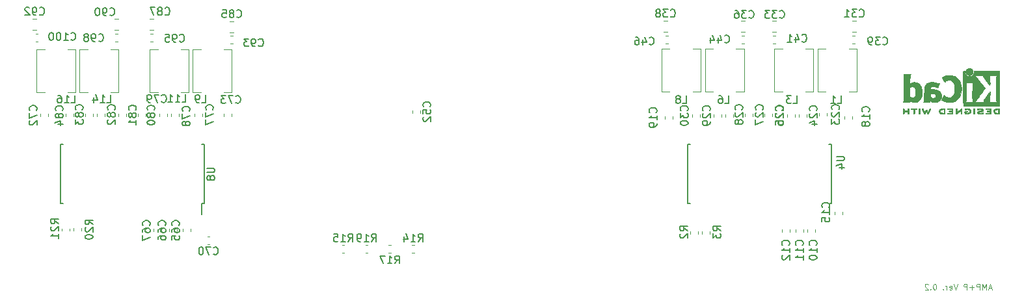
<source format=gbr>
G04 #@! TF.GenerationSoftware,KiCad,Pcbnew,5.1.5+dfsg1-2build2*
G04 #@! TF.CreationDate,2022-01-17T18:31:12+07:00*
G04 #@! TF.ProjectId,AMPP_V0,414d5050-5f56-4302-9e6b-696361645f70,rev?*
G04 #@! TF.SameCoordinates,Original*
G04 #@! TF.FileFunction,Legend,Bot*
G04 #@! TF.FilePolarity,Positive*
%FSLAX46Y46*%
G04 Gerber Fmt 4.6, Leading zero omitted, Abs format (unit mm)*
G04 Created by KiCad (PCBNEW 5.1.5+dfsg1-2build2) date 2022-01-17 18:31:12*
%MOMM*%
%LPD*%
G04 APERTURE LIST*
%ADD10C,0.070000*%
%ADD11C,0.010000*%
%ADD12C,0.150000*%
%ADD13C,0.120000*%
G04 APERTURE END LIST*
D10*
X145360085Y-59510200D02*
X145002942Y-59510200D01*
X145431514Y-59724485D02*
X145181514Y-58974485D01*
X144931514Y-59724485D01*
X144681514Y-59724485D02*
X144681514Y-58974485D01*
X144431514Y-59510200D01*
X144181514Y-58974485D01*
X144181514Y-59724485D01*
X143824371Y-59724485D02*
X143824371Y-58974485D01*
X143538657Y-58974485D01*
X143467228Y-59010200D01*
X143431514Y-59045914D01*
X143395800Y-59117342D01*
X143395800Y-59224485D01*
X143431514Y-59295914D01*
X143467228Y-59331628D01*
X143538657Y-59367342D01*
X143824371Y-59367342D01*
X143074371Y-59438771D02*
X142502942Y-59438771D01*
X142788657Y-59724485D02*
X142788657Y-59153057D01*
X142145800Y-59724485D02*
X142145800Y-58974485D01*
X141860085Y-58974485D01*
X141788657Y-59010200D01*
X141752942Y-59045914D01*
X141717228Y-59117342D01*
X141717228Y-59224485D01*
X141752942Y-59295914D01*
X141788657Y-59331628D01*
X141860085Y-59367342D01*
X142145800Y-59367342D01*
X140931514Y-58974485D02*
X140681514Y-59724485D01*
X140431514Y-58974485D01*
X139895800Y-59688771D02*
X139967228Y-59724485D01*
X140110085Y-59724485D01*
X140181514Y-59688771D01*
X140217228Y-59617342D01*
X140217228Y-59331628D01*
X140181514Y-59260200D01*
X140110085Y-59224485D01*
X139967228Y-59224485D01*
X139895800Y-59260200D01*
X139860085Y-59331628D01*
X139860085Y-59403057D01*
X140217228Y-59474485D01*
X139538657Y-59724485D02*
X139538657Y-59224485D01*
X139538657Y-59367342D02*
X139502942Y-59295914D01*
X139467228Y-59260200D01*
X139395800Y-59224485D01*
X139324371Y-59224485D01*
X139074371Y-59653057D02*
X139038657Y-59688771D01*
X139074371Y-59724485D01*
X139110085Y-59688771D01*
X139074371Y-59653057D01*
X139074371Y-59724485D01*
X138002942Y-58974485D02*
X137931514Y-58974485D01*
X137860085Y-59010200D01*
X137824371Y-59045914D01*
X137788657Y-59117342D01*
X137752942Y-59260200D01*
X137752942Y-59438771D01*
X137788657Y-59581628D01*
X137824371Y-59653057D01*
X137860085Y-59688771D01*
X137931514Y-59724485D01*
X138002942Y-59724485D01*
X138074371Y-59688771D01*
X138110085Y-59653057D01*
X138145800Y-59581628D01*
X138181514Y-59438771D01*
X138181514Y-59260200D01*
X138145800Y-59117342D01*
X138110085Y-59045914D01*
X138074371Y-59010200D01*
X138002942Y-58974485D01*
X137431514Y-59653057D02*
X137395800Y-59688771D01*
X137431514Y-59724485D01*
X137467228Y-59688771D01*
X137431514Y-59653057D01*
X137431514Y-59724485D01*
X137110085Y-59045914D02*
X137074371Y-59010200D01*
X137002942Y-58974485D01*
X136824371Y-58974485D01*
X136752942Y-59010200D01*
X136717228Y-59045914D01*
X136681514Y-59117342D01*
X136681514Y-59188771D01*
X136717228Y-59295914D01*
X137145800Y-59724485D01*
X136681514Y-59724485D01*
D11*
G36*
X133877577Y-36107333D02*
G01*
X133846198Y-36129576D01*
X133818489Y-36157285D01*
X133818489Y-36466720D01*
X133818562Y-36558599D01*
X133818905Y-36630640D01*
X133819708Y-36685580D01*
X133821159Y-36726160D01*
X133823448Y-36755117D01*
X133826764Y-36775191D01*
X133831295Y-36789121D01*
X133837231Y-36799645D01*
X133841886Y-36805900D01*
X133872617Y-36830473D01*
X133907904Y-36833141D01*
X133940155Y-36818071D01*
X133950812Y-36809174D01*
X133957936Y-36797357D01*
X133962233Y-36778326D01*
X133964409Y-36747792D01*
X133965172Y-36701462D01*
X133965245Y-36665671D01*
X133965245Y-36530845D01*
X134461956Y-36530845D01*
X134461956Y-36653500D01*
X134462469Y-36709587D01*
X134464524Y-36748133D01*
X134468892Y-36774161D01*
X134476344Y-36792697D01*
X134485353Y-36805900D01*
X134516256Y-36830404D01*
X134551204Y-36833306D01*
X134584662Y-36815889D01*
X134593796Y-36806759D01*
X134600248Y-36794655D01*
X134604503Y-36775801D01*
X134607048Y-36746420D01*
X134608371Y-36702737D01*
X134608957Y-36640975D01*
X134609025Y-36626800D01*
X134609509Y-36510431D01*
X134609759Y-36414527D01*
X134609677Y-36336977D01*
X134609169Y-36275669D01*
X134608138Y-36228490D01*
X134606487Y-36193330D01*
X134604121Y-36168076D01*
X134600943Y-36150617D01*
X134596856Y-36138841D01*
X134591766Y-36130635D01*
X134586134Y-36124445D01*
X134554272Y-36104644D01*
X134521043Y-36107333D01*
X134489665Y-36129576D01*
X134476967Y-36143926D01*
X134468874Y-36159778D01*
X134464358Y-36182354D01*
X134462394Y-36216878D01*
X134461956Y-36268576D01*
X134461956Y-36384089D01*
X133965245Y-36384089D01*
X133965245Y-36265556D01*
X133964738Y-36210948D01*
X133962702Y-36174075D01*
X133958365Y-36150107D01*
X133950953Y-36134215D01*
X133942667Y-36124445D01*
X133910806Y-36104644D01*
X133877577Y-36107333D01*
G37*
X133877577Y-36107333D02*
X133846198Y-36129576D01*
X133818489Y-36157285D01*
X133818489Y-36466720D01*
X133818562Y-36558599D01*
X133818905Y-36630640D01*
X133819708Y-36685580D01*
X133821159Y-36726160D01*
X133823448Y-36755117D01*
X133826764Y-36775191D01*
X133831295Y-36789121D01*
X133837231Y-36799645D01*
X133841886Y-36805900D01*
X133872617Y-36830473D01*
X133907904Y-36833141D01*
X133940155Y-36818071D01*
X133950812Y-36809174D01*
X133957936Y-36797357D01*
X133962233Y-36778326D01*
X133964409Y-36747792D01*
X133965172Y-36701462D01*
X133965245Y-36665671D01*
X133965245Y-36530845D01*
X134461956Y-36530845D01*
X134461956Y-36653500D01*
X134462469Y-36709587D01*
X134464524Y-36748133D01*
X134468892Y-36774161D01*
X134476344Y-36792697D01*
X134485353Y-36805900D01*
X134516256Y-36830404D01*
X134551204Y-36833306D01*
X134584662Y-36815889D01*
X134593796Y-36806759D01*
X134600248Y-36794655D01*
X134604503Y-36775801D01*
X134607048Y-36746420D01*
X134608371Y-36702737D01*
X134608957Y-36640975D01*
X134609025Y-36626800D01*
X134609509Y-36510431D01*
X134609759Y-36414527D01*
X134609677Y-36336977D01*
X134609169Y-36275669D01*
X134608138Y-36228490D01*
X134606487Y-36193330D01*
X134604121Y-36168076D01*
X134600943Y-36150617D01*
X134596856Y-36138841D01*
X134591766Y-36130635D01*
X134586134Y-36124445D01*
X134554272Y-36104644D01*
X134521043Y-36107333D01*
X134489665Y-36129576D01*
X134476967Y-36143926D01*
X134468874Y-36159778D01*
X134464358Y-36182354D01*
X134462394Y-36216878D01*
X134461956Y-36268576D01*
X134461956Y-36384089D01*
X133965245Y-36384089D01*
X133965245Y-36265556D01*
X133964738Y-36210948D01*
X133962702Y-36174075D01*
X133958365Y-36150107D01*
X133950953Y-36134215D01*
X133942667Y-36124445D01*
X133910806Y-36104644D01*
X133877577Y-36107333D01*
G36*
X135143335Y-36101963D02*
G01*
X135064628Y-36102342D01*
X135003537Y-36103133D01*
X134957583Y-36104470D01*
X134924286Y-36106483D01*
X134901164Y-36109306D01*
X134885738Y-36113069D01*
X134875529Y-36117905D01*
X134870587Y-36121622D01*
X134844943Y-36154158D01*
X134841841Y-36187938D01*
X134857689Y-36218626D01*
X134868052Y-36230889D01*
X134879204Y-36239250D01*
X134895365Y-36244457D01*
X134920758Y-36247257D01*
X134959602Y-36248396D01*
X135016120Y-36248621D01*
X135027220Y-36248622D01*
X135173156Y-36248622D01*
X135173156Y-36519556D01*
X135173252Y-36604954D01*
X135173689Y-36670664D01*
X135174688Y-36719574D01*
X135176472Y-36754573D01*
X135179263Y-36778549D01*
X135183283Y-36794393D01*
X135188755Y-36804991D01*
X135195734Y-36813067D01*
X135228666Y-36832912D01*
X135263046Y-36831348D01*
X135294224Y-36808706D01*
X135296514Y-36805900D01*
X135303971Y-36795292D01*
X135309653Y-36782881D01*
X135313799Y-36765650D01*
X135316650Y-36740584D01*
X135318446Y-36704667D01*
X135319428Y-36654883D01*
X135319836Y-36588217D01*
X135319911Y-36512389D01*
X135319911Y-36248622D01*
X135459273Y-36248622D01*
X135519078Y-36248218D01*
X135560482Y-36246640D01*
X135587652Y-36243347D01*
X135604754Y-36237792D01*
X135615957Y-36229431D01*
X135617317Y-36227978D01*
X135633675Y-36194739D01*
X135632228Y-36157162D01*
X135613422Y-36124445D01*
X135606150Y-36118098D01*
X135596773Y-36113066D01*
X135582791Y-36109196D01*
X135561704Y-36106337D01*
X135531011Y-36104335D01*
X135488211Y-36103039D01*
X135430805Y-36102298D01*
X135356290Y-36101958D01*
X135262167Y-36101868D01*
X135242140Y-36101867D01*
X135143335Y-36101963D01*
G37*
X135143335Y-36101963D02*
X135064628Y-36102342D01*
X135003537Y-36103133D01*
X134957583Y-36104470D01*
X134924286Y-36106483D01*
X134901164Y-36109306D01*
X134885738Y-36113069D01*
X134875529Y-36117905D01*
X134870587Y-36121622D01*
X134844943Y-36154158D01*
X134841841Y-36187938D01*
X134857689Y-36218626D01*
X134868052Y-36230889D01*
X134879204Y-36239250D01*
X134895365Y-36244457D01*
X134920758Y-36247257D01*
X134959602Y-36248396D01*
X135016120Y-36248621D01*
X135027220Y-36248622D01*
X135173156Y-36248622D01*
X135173156Y-36519556D01*
X135173252Y-36604954D01*
X135173689Y-36670664D01*
X135174688Y-36719574D01*
X135176472Y-36754573D01*
X135179263Y-36778549D01*
X135183283Y-36794393D01*
X135188755Y-36804991D01*
X135195734Y-36813067D01*
X135228666Y-36832912D01*
X135263046Y-36831348D01*
X135294224Y-36808706D01*
X135296514Y-36805900D01*
X135303971Y-36795292D01*
X135309653Y-36782881D01*
X135313799Y-36765650D01*
X135316650Y-36740584D01*
X135318446Y-36704667D01*
X135319428Y-36654883D01*
X135319836Y-36588217D01*
X135319911Y-36512389D01*
X135319911Y-36248622D01*
X135459273Y-36248622D01*
X135519078Y-36248218D01*
X135560482Y-36246640D01*
X135587652Y-36243347D01*
X135604754Y-36237792D01*
X135615957Y-36229431D01*
X135617317Y-36227978D01*
X135633675Y-36194739D01*
X135632228Y-36157162D01*
X135613422Y-36124445D01*
X135606150Y-36118098D01*
X135596773Y-36113066D01*
X135582791Y-36109196D01*
X135561704Y-36106337D01*
X135531011Y-36104335D01*
X135488211Y-36103039D01*
X135430805Y-36102298D01*
X135356290Y-36101958D01*
X135262167Y-36101868D01*
X135242140Y-36101867D01*
X135143335Y-36101963D01*
G36*
X135917786Y-36108677D02*
G01*
X135894073Y-36123447D01*
X135867422Y-36145027D01*
X135867422Y-36466573D01*
X135867507Y-36560630D01*
X135867871Y-36634732D01*
X135868676Y-36691504D01*
X135870087Y-36733568D01*
X135872267Y-36763548D01*
X135875379Y-36784067D01*
X135879586Y-36797749D01*
X135885052Y-36807216D01*
X135888928Y-36811882D01*
X135920366Y-36832375D01*
X135956167Y-36831539D01*
X135987527Y-36814064D01*
X136014178Y-36792484D01*
X136014178Y-36145027D01*
X135987527Y-36123447D01*
X135961806Y-36107749D01*
X135940800Y-36101867D01*
X135917786Y-36108677D01*
G37*
X135917786Y-36108677D02*
X135894073Y-36123447D01*
X135867422Y-36145027D01*
X135867422Y-36466573D01*
X135867507Y-36560630D01*
X135867871Y-36634732D01*
X135868676Y-36691504D01*
X135870087Y-36733568D01*
X135872267Y-36763548D01*
X135875379Y-36784067D01*
X135879586Y-36797749D01*
X135885052Y-36807216D01*
X135888928Y-36811882D01*
X135920366Y-36832375D01*
X135956167Y-36831539D01*
X135987527Y-36814064D01*
X136014178Y-36792484D01*
X136014178Y-36145027D01*
X135987527Y-36123447D01*
X135961806Y-36107749D01*
X135940800Y-36101867D01*
X135917786Y-36108677D01*
G36*
X136361735Y-36103834D02*
G01*
X136342145Y-36110835D01*
X136341390Y-36111177D01*
X136314787Y-36131478D01*
X136300130Y-36152361D01*
X136297262Y-36162152D01*
X136297404Y-36175161D01*
X136301439Y-36193695D01*
X136310254Y-36220057D01*
X136324731Y-36256552D01*
X136345755Y-36305487D01*
X136374212Y-36369165D01*
X136410985Y-36449893D01*
X136431225Y-36494016D01*
X136467775Y-36572785D01*
X136502085Y-36645223D01*
X136532848Y-36708680D01*
X136558752Y-36760508D01*
X136578490Y-36798059D01*
X136590750Y-36818684D01*
X136593176Y-36821533D01*
X136624217Y-36834102D01*
X136659279Y-36832419D01*
X136687400Y-36817132D01*
X136688546Y-36815889D01*
X136699732Y-36798954D01*
X136718496Y-36765970D01*
X136742525Y-36721180D01*
X136769503Y-36668832D01*
X136779199Y-36649542D01*
X136852386Y-36502950D01*
X136932160Y-36662193D01*
X136960633Y-36717215D01*
X136987050Y-36764932D01*
X137009252Y-36801693D01*
X137025081Y-36823844D01*
X137030446Y-36828541D01*
X137072143Y-36834902D01*
X137106551Y-36821533D01*
X137116672Y-36807246D01*
X137134186Y-36775492D01*
X137157665Y-36729397D01*
X137185680Y-36672085D01*
X137216801Y-36606680D01*
X137249601Y-36536307D01*
X137282650Y-36464091D01*
X137314519Y-36393155D01*
X137343781Y-36326625D01*
X137369005Y-36267626D01*
X137388764Y-36219281D01*
X137401628Y-36184715D01*
X137406169Y-36167053D01*
X137406123Y-36166413D01*
X137395074Y-36144188D01*
X137372990Y-36121553D01*
X137371690Y-36120568D01*
X137344547Y-36105225D01*
X137319442Y-36105374D01*
X137310032Y-36108266D01*
X137298566Y-36114518D01*
X137286390Y-36126814D01*
X137272043Y-36147708D01*
X137254064Y-36179749D01*
X137230993Y-36225488D01*
X137201370Y-36287477D01*
X137174655Y-36344698D01*
X137143920Y-36411026D01*
X137116379Y-36470674D01*
X137093462Y-36520525D01*
X137076602Y-36557464D01*
X137067227Y-36578373D01*
X137065860Y-36581645D01*
X137059711Y-36576297D01*
X137045578Y-36553909D01*
X137025343Y-36517746D01*
X137000885Y-36471077D01*
X136991152Y-36451822D01*
X136958183Y-36386804D01*
X136932757Y-36339454D01*
X136912788Y-36307019D01*
X136896190Y-36286746D01*
X136880876Y-36275882D01*
X136864760Y-36271675D01*
X136854257Y-36271200D01*
X136835730Y-36272842D01*
X136819496Y-36279631D01*
X136803365Y-36294366D01*
X136785149Y-36319844D01*
X136762661Y-36358861D01*
X136733711Y-36414214D01*
X136717738Y-36445703D01*
X136691830Y-36495887D01*
X136669233Y-36537504D01*
X136651942Y-36567042D01*
X136641950Y-36580989D01*
X136640591Y-36581570D01*
X136634139Y-36570593D01*
X136619692Y-36542090D01*
X136598697Y-36499044D01*
X136572603Y-36444438D01*
X136542854Y-36381254D01*
X136528220Y-36349871D01*
X136490150Y-36268878D01*
X136459495Y-36206556D01*
X136434663Y-36160871D01*
X136414063Y-36129789D01*
X136396102Y-36111278D01*
X136379190Y-36103304D01*
X136361735Y-36103834D01*
G37*
X136361735Y-36103834D02*
X136342145Y-36110835D01*
X136341390Y-36111177D01*
X136314787Y-36131478D01*
X136300130Y-36152361D01*
X136297262Y-36162152D01*
X136297404Y-36175161D01*
X136301439Y-36193695D01*
X136310254Y-36220057D01*
X136324731Y-36256552D01*
X136345755Y-36305487D01*
X136374212Y-36369165D01*
X136410985Y-36449893D01*
X136431225Y-36494016D01*
X136467775Y-36572785D01*
X136502085Y-36645223D01*
X136532848Y-36708680D01*
X136558752Y-36760508D01*
X136578490Y-36798059D01*
X136590750Y-36818684D01*
X136593176Y-36821533D01*
X136624217Y-36834102D01*
X136659279Y-36832419D01*
X136687400Y-36817132D01*
X136688546Y-36815889D01*
X136699732Y-36798954D01*
X136718496Y-36765970D01*
X136742525Y-36721180D01*
X136769503Y-36668832D01*
X136779199Y-36649542D01*
X136852386Y-36502950D01*
X136932160Y-36662193D01*
X136960633Y-36717215D01*
X136987050Y-36764932D01*
X137009252Y-36801693D01*
X137025081Y-36823844D01*
X137030446Y-36828541D01*
X137072143Y-36834902D01*
X137106551Y-36821533D01*
X137116672Y-36807246D01*
X137134186Y-36775492D01*
X137157665Y-36729397D01*
X137185680Y-36672085D01*
X137216801Y-36606680D01*
X137249601Y-36536307D01*
X137282650Y-36464091D01*
X137314519Y-36393155D01*
X137343781Y-36326625D01*
X137369005Y-36267626D01*
X137388764Y-36219281D01*
X137401628Y-36184715D01*
X137406169Y-36167053D01*
X137406123Y-36166413D01*
X137395074Y-36144188D01*
X137372990Y-36121553D01*
X137371690Y-36120568D01*
X137344547Y-36105225D01*
X137319442Y-36105374D01*
X137310032Y-36108266D01*
X137298566Y-36114518D01*
X137286390Y-36126814D01*
X137272043Y-36147708D01*
X137254064Y-36179749D01*
X137230993Y-36225488D01*
X137201370Y-36287477D01*
X137174655Y-36344698D01*
X137143920Y-36411026D01*
X137116379Y-36470674D01*
X137093462Y-36520525D01*
X137076602Y-36557464D01*
X137067227Y-36578373D01*
X137065860Y-36581645D01*
X137059711Y-36576297D01*
X137045578Y-36553909D01*
X137025343Y-36517746D01*
X137000885Y-36471077D01*
X136991152Y-36451822D01*
X136958183Y-36386804D01*
X136932757Y-36339454D01*
X136912788Y-36307019D01*
X136896190Y-36286746D01*
X136880876Y-36275882D01*
X136864760Y-36271675D01*
X136854257Y-36271200D01*
X136835730Y-36272842D01*
X136819496Y-36279631D01*
X136803365Y-36294366D01*
X136785149Y-36319844D01*
X136762661Y-36358861D01*
X136733711Y-36414214D01*
X136717738Y-36445703D01*
X136691830Y-36495887D01*
X136669233Y-36537504D01*
X136651942Y-36567042D01*
X136641950Y-36580989D01*
X136640591Y-36581570D01*
X136634139Y-36570593D01*
X136619692Y-36542090D01*
X136598697Y-36499044D01*
X136572603Y-36444438D01*
X136542854Y-36381254D01*
X136528220Y-36349871D01*
X136490150Y-36268878D01*
X136459495Y-36206556D01*
X136434663Y-36160871D01*
X136414063Y-36129789D01*
X136396102Y-36111278D01*
X136379190Y-36103304D01*
X136361735Y-36103834D01*
G36*
X139088091Y-36102075D02*
G01*
X138959112Y-36106436D01*
X138849409Y-36119661D01*
X138757174Y-36142541D01*
X138680598Y-36175870D01*
X138617873Y-36220438D01*
X138567188Y-36277036D01*
X138526737Y-36346458D01*
X138525941Y-36348151D01*
X138501799Y-36410283D01*
X138493197Y-36465309D01*
X138500169Y-36520687D01*
X138522746Y-36583873D01*
X138527028Y-36593489D01*
X138556228Y-36649766D01*
X138589044Y-36693251D01*
X138631398Y-36730217D01*
X138689210Y-36766935D01*
X138692569Y-36768852D01*
X138742896Y-36793027D01*
X138799779Y-36811082D01*
X138866873Y-36823639D01*
X138947835Y-36831322D01*
X139046318Y-36834753D01*
X139081114Y-36835051D01*
X139246806Y-36835645D01*
X139270203Y-36805900D01*
X139277143Y-36796119D01*
X139282558Y-36784697D01*
X139286635Y-36768895D01*
X139289563Y-36745975D01*
X139291533Y-36713196D01*
X139292175Y-36688889D01*
X139135556Y-36688889D01*
X139041674Y-36688889D01*
X138986736Y-36687283D01*
X138930340Y-36683055D01*
X138884055Y-36677092D01*
X138881261Y-36676590D01*
X138799052Y-36654536D01*
X138735286Y-36621400D01*
X138687948Y-36575647D01*
X138655018Y-36515739D01*
X138649292Y-36499861D01*
X138643679Y-36475133D01*
X138646109Y-36450702D01*
X138657933Y-36418200D01*
X138665060Y-36402234D01*
X138688400Y-36359806D01*
X138716520Y-36330040D01*
X138747460Y-36309311D01*
X138809434Y-36282337D01*
X138888749Y-36262798D01*
X138981147Y-36251546D01*
X139048067Y-36249070D01*
X139135556Y-36248622D01*
X139135556Y-36688889D01*
X139292175Y-36688889D01*
X139292732Y-36667821D01*
X139293350Y-36607111D01*
X139293575Y-36528326D01*
X139293600Y-36466720D01*
X139293600Y-36157285D01*
X139265891Y-36129576D01*
X139253594Y-36118344D01*
X139240297Y-36110653D01*
X139221728Y-36105840D01*
X139193614Y-36103246D01*
X139151683Y-36102210D01*
X139091663Y-36102070D01*
X139088091Y-36102075D01*
G37*
X139088091Y-36102075D02*
X138959112Y-36106436D01*
X138849409Y-36119661D01*
X138757174Y-36142541D01*
X138680598Y-36175870D01*
X138617873Y-36220438D01*
X138567188Y-36277036D01*
X138526737Y-36346458D01*
X138525941Y-36348151D01*
X138501799Y-36410283D01*
X138493197Y-36465309D01*
X138500169Y-36520687D01*
X138522746Y-36583873D01*
X138527028Y-36593489D01*
X138556228Y-36649766D01*
X138589044Y-36693251D01*
X138631398Y-36730217D01*
X138689210Y-36766935D01*
X138692569Y-36768852D01*
X138742896Y-36793027D01*
X138799779Y-36811082D01*
X138866873Y-36823639D01*
X138947835Y-36831322D01*
X139046318Y-36834753D01*
X139081114Y-36835051D01*
X139246806Y-36835645D01*
X139270203Y-36805900D01*
X139277143Y-36796119D01*
X139282558Y-36784697D01*
X139286635Y-36768895D01*
X139289563Y-36745975D01*
X139291533Y-36713196D01*
X139292175Y-36688889D01*
X139135556Y-36688889D01*
X139041674Y-36688889D01*
X138986736Y-36687283D01*
X138930340Y-36683055D01*
X138884055Y-36677092D01*
X138881261Y-36676590D01*
X138799052Y-36654536D01*
X138735286Y-36621400D01*
X138687948Y-36575647D01*
X138655018Y-36515739D01*
X138649292Y-36499861D01*
X138643679Y-36475133D01*
X138646109Y-36450702D01*
X138657933Y-36418200D01*
X138665060Y-36402234D01*
X138688400Y-36359806D01*
X138716520Y-36330040D01*
X138747460Y-36309311D01*
X138809434Y-36282337D01*
X138888749Y-36262798D01*
X138981147Y-36251546D01*
X139048067Y-36249070D01*
X139135556Y-36248622D01*
X139135556Y-36688889D01*
X139292175Y-36688889D01*
X139292732Y-36667821D01*
X139293350Y-36607111D01*
X139293575Y-36528326D01*
X139293600Y-36466720D01*
X139293600Y-36157285D01*
X139265891Y-36129576D01*
X139253594Y-36118344D01*
X139240297Y-36110653D01*
X139221728Y-36105840D01*
X139193614Y-36103246D01*
X139151683Y-36102210D01*
X139091663Y-36102070D01*
X139088091Y-36102075D01*
G36*
X139876057Y-36102060D02*
G01*
X139799699Y-36102974D01*
X139741183Y-36105111D01*
X139698145Y-36108975D01*
X139668217Y-36115067D01*
X139649032Y-36123890D01*
X139638224Y-36135946D01*
X139633427Y-36151739D01*
X139632273Y-36171770D01*
X139632267Y-36174135D01*
X139633269Y-36196792D01*
X139638004Y-36214303D01*
X139649067Y-36227374D01*
X139669052Y-36236713D01*
X139700554Y-36243027D01*
X139746168Y-36247022D01*
X139808487Y-36249406D01*
X139890107Y-36250886D01*
X139915123Y-36251214D01*
X140157200Y-36254267D01*
X140160586Y-36319178D01*
X140163971Y-36384089D01*
X139995824Y-36384089D01*
X139930134Y-36384331D01*
X139883228Y-36385356D01*
X139851317Y-36387611D01*
X139830609Y-36391542D01*
X139817316Y-36397598D01*
X139807645Y-36406224D01*
X139807583Y-36406293D01*
X139790044Y-36439912D01*
X139790678Y-36476248D01*
X139809086Y-36507223D01*
X139812729Y-36510407D01*
X139825659Y-36518612D01*
X139843376Y-36524321D01*
X139869830Y-36527962D01*
X139908968Y-36529967D01*
X139964738Y-36530764D01*
X140000406Y-36530845D01*
X140162845Y-36530845D01*
X140162845Y-36688889D01*
X139916239Y-36688889D01*
X139834820Y-36689031D01*
X139772990Y-36689614D01*
X139727763Y-36690868D01*
X139696152Y-36693027D01*
X139675169Y-36696323D01*
X139661827Y-36700989D01*
X139653139Y-36707257D01*
X139650950Y-36709533D01*
X139634786Y-36741080D01*
X139633603Y-36776968D01*
X139646864Y-36808085D01*
X139657357Y-36818071D01*
X139668271Y-36823569D01*
X139685183Y-36827822D01*
X139710767Y-36830980D01*
X139747699Y-36833192D01*
X139798654Y-36834606D01*
X139866306Y-36835372D01*
X139953331Y-36835638D01*
X139973006Y-36835645D01*
X140061489Y-36835587D01*
X140130173Y-36835267D01*
X140181836Y-36834467D01*
X140219255Y-36832967D01*
X140245210Y-36830549D01*
X140262478Y-36826994D01*
X140273838Y-36822082D01*
X140282068Y-36815595D01*
X140286583Y-36810938D01*
X140293379Y-36802689D01*
X140298688Y-36792469D01*
X140302694Y-36777600D01*
X140305579Y-36755402D01*
X140307526Y-36723193D01*
X140308719Y-36678296D01*
X140309339Y-36618028D01*
X140309571Y-36539711D01*
X140309600Y-36473794D01*
X140309529Y-36381428D01*
X140309192Y-36308917D01*
X140308402Y-36253537D01*
X140306974Y-36212565D01*
X140304721Y-36183278D01*
X140301457Y-36162953D01*
X140296996Y-36148866D01*
X140291152Y-36138295D01*
X140286203Y-36131611D01*
X140262806Y-36101867D01*
X139972626Y-36101867D01*
X139876057Y-36102060D01*
G37*
X139876057Y-36102060D02*
X139799699Y-36102974D01*
X139741183Y-36105111D01*
X139698145Y-36108975D01*
X139668217Y-36115067D01*
X139649032Y-36123890D01*
X139638224Y-36135946D01*
X139633427Y-36151739D01*
X139632273Y-36171770D01*
X139632267Y-36174135D01*
X139633269Y-36196792D01*
X139638004Y-36214303D01*
X139649067Y-36227374D01*
X139669052Y-36236713D01*
X139700554Y-36243027D01*
X139746168Y-36247022D01*
X139808487Y-36249406D01*
X139890107Y-36250886D01*
X139915123Y-36251214D01*
X140157200Y-36254267D01*
X140160586Y-36319178D01*
X140163971Y-36384089D01*
X139995824Y-36384089D01*
X139930134Y-36384331D01*
X139883228Y-36385356D01*
X139851317Y-36387611D01*
X139830609Y-36391542D01*
X139817316Y-36397598D01*
X139807645Y-36406224D01*
X139807583Y-36406293D01*
X139790044Y-36439912D01*
X139790678Y-36476248D01*
X139809086Y-36507223D01*
X139812729Y-36510407D01*
X139825659Y-36518612D01*
X139843376Y-36524321D01*
X139869830Y-36527962D01*
X139908968Y-36529967D01*
X139964738Y-36530764D01*
X140000406Y-36530845D01*
X140162845Y-36530845D01*
X140162845Y-36688889D01*
X139916239Y-36688889D01*
X139834820Y-36689031D01*
X139772990Y-36689614D01*
X139727763Y-36690868D01*
X139696152Y-36693027D01*
X139675169Y-36696323D01*
X139661827Y-36700989D01*
X139653139Y-36707257D01*
X139650950Y-36709533D01*
X139634786Y-36741080D01*
X139633603Y-36776968D01*
X139646864Y-36808085D01*
X139657357Y-36818071D01*
X139668271Y-36823569D01*
X139685183Y-36827822D01*
X139710767Y-36830980D01*
X139747699Y-36833192D01*
X139798654Y-36834606D01*
X139866306Y-36835372D01*
X139953331Y-36835638D01*
X139973006Y-36835645D01*
X140061489Y-36835587D01*
X140130173Y-36835267D01*
X140181836Y-36834467D01*
X140219255Y-36832967D01*
X140245210Y-36830549D01*
X140262478Y-36826994D01*
X140273838Y-36822082D01*
X140282068Y-36815595D01*
X140286583Y-36810938D01*
X140293379Y-36802689D01*
X140298688Y-36792469D01*
X140302694Y-36777600D01*
X140305579Y-36755402D01*
X140307526Y-36723193D01*
X140308719Y-36678296D01*
X140309339Y-36618028D01*
X140309571Y-36539711D01*
X140309600Y-36473794D01*
X140309529Y-36381428D01*
X140309192Y-36308917D01*
X140308402Y-36253537D01*
X140306974Y-36212565D01*
X140304721Y-36183278D01*
X140301457Y-36162953D01*
X140296996Y-36148866D01*
X140291152Y-36138295D01*
X140286203Y-36131611D01*
X140262806Y-36101867D01*
X139972626Y-36101867D01*
X139876057Y-36102060D01*
G36*
X141406514Y-36106248D02*
G01*
X141382948Y-36120073D01*
X141352135Y-36142681D01*
X141312478Y-36175138D01*
X141262380Y-36218508D01*
X141200243Y-36273858D01*
X141124472Y-36342251D01*
X141037734Y-36420884D01*
X140857111Y-36584678D01*
X140851467Y-36364829D01*
X140849429Y-36289151D01*
X140847463Y-36232794D01*
X140845134Y-36192506D01*
X140842006Y-36165035D01*
X140837645Y-36147129D01*
X140831616Y-36135537D01*
X140823484Y-36127008D01*
X140819172Y-36123423D01*
X140784641Y-36104470D01*
X140751783Y-36107241D01*
X140725718Y-36123433D01*
X140699067Y-36144999D01*
X140695752Y-36459951D01*
X140694835Y-36552579D01*
X140694368Y-36625344D01*
X140694513Y-36680961D01*
X140695432Y-36722142D01*
X140697287Y-36751603D01*
X140700239Y-36772055D01*
X140704450Y-36786213D01*
X140710082Y-36796791D01*
X140716327Y-36805274D01*
X140729839Y-36821007D01*
X140743283Y-36831436D01*
X140758524Y-36835439D01*
X140777426Y-36831894D01*
X140801855Y-36819679D01*
X140833673Y-36797671D01*
X140874748Y-36764749D01*
X140926942Y-36719791D01*
X140992122Y-36661675D01*
X141065956Y-36594899D01*
X141331245Y-36354258D01*
X141336889Y-36573389D01*
X141338931Y-36648928D01*
X141340902Y-36705154D01*
X141343239Y-36745324D01*
X141346381Y-36772696D01*
X141350764Y-36790528D01*
X141356824Y-36802079D01*
X141365000Y-36810607D01*
X141369184Y-36814082D01*
X141406165Y-36833172D01*
X141441108Y-36830293D01*
X141471536Y-36805900D01*
X141478497Y-36796086D01*
X141483923Y-36784626D01*
X141488003Y-36768768D01*
X141490929Y-36745763D01*
X141492892Y-36712862D01*
X141494083Y-36667316D01*
X141494692Y-36606373D01*
X141494911Y-36527286D01*
X141494934Y-36468756D01*
X141494860Y-36377207D01*
X141494513Y-36305487D01*
X141493701Y-36250845D01*
X141492233Y-36210532D01*
X141489919Y-36181798D01*
X141486567Y-36161893D01*
X141481988Y-36148068D01*
X141475989Y-36137572D01*
X141471536Y-36131611D01*
X141460250Y-36117491D01*
X141449701Y-36106829D01*
X141438293Y-36100692D01*
X141424430Y-36100143D01*
X141406514Y-36106248D01*
G37*
X141406514Y-36106248D02*
X141382948Y-36120073D01*
X141352135Y-36142681D01*
X141312478Y-36175138D01*
X141262380Y-36218508D01*
X141200243Y-36273858D01*
X141124472Y-36342251D01*
X141037734Y-36420884D01*
X140857111Y-36584678D01*
X140851467Y-36364829D01*
X140849429Y-36289151D01*
X140847463Y-36232794D01*
X140845134Y-36192506D01*
X140842006Y-36165035D01*
X140837645Y-36147129D01*
X140831616Y-36135537D01*
X140823484Y-36127008D01*
X140819172Y-36123423D01*
X140784641Y-36104470D01*
X140751783Y-36107241D01*
X140725718Y-36123433D01*
X140699067Y-36144999D01*
X140695752Y-36459951D01*
X140694835Y-36552579D01*
X140694368Y-36625344D01*
X140694513Y-36680961D01*
X140695432Y-36722142D01*
X140697287Y-36751603D01*
X140700239Y-36772055D01*
X140704450Y-36786213D01*
X140710082Y-36796791D01*
X140716327Y-36805274D01*
X140729839Y-36821007D01*
X140743283Y-36831436D01*
X140758524Y-36835439D01*
X140777426Y-36831894D01*
X140801855Y-36819679D01*
X140833673Y-36797671D01*
X140874748Y-36764749D01*
X140926942Y-36719791D01*
X140992122Y-36661675D01*
X141065956Y-36594899D01*
X141331245Y-36354258D01*
X141336889Y-36573389D01*
X141338931Y-36648928D01*
X141340902Y-36705154D01*
X141343239Y-36745324D01*
X141346381Y-36772696D01*
X141350764Y-36790528D01*
X141356824Y-36802079D01*
X141365000Y-36810607D01*
X141369184Y-36814082D01*
X141406165Y-36833172D01*
X141441108Y-36830293D01*
X141471536Y-36805900D01*
X141478497Y-36796086D01*
X141483923Y-36784626D01*
X141488003Y-36768768D01*
X141490929Y-36745763D01*
X141492892Y-36712862D01*
X141494083Y-36667316D01*
X141494692Y-36606373D01*
X141494911Y-36527286D01*
X141494934Y-36468756D01*
X141494860Y-36377207D01*
X141494513Y-36305487D01*
X141493701Y-36250845D01*
X141492233Y-36210532D01*
X141489919Y-36181798D01*
X141486567Y-36161893D01*
X141481988Y-36148068D01*
X141475989Y-36137572D01*
X141471536Y-36131611D01*
X141460250Y-36117491D01*
X141449701Y-36106829D01*
X141438293Y-36100692D01*
X141424430Y-36100143D01*
X141406514Y-36106248D01*
G36*
X142056481Y-36107399D02*
G01*
X141987965Y-36118895D01*
X141935343Y-36136767D01*
X141901108Y-36160299D01*
X141891779Y-36173724D01*
X141882293Y-36204948D01*
X141888677Y-36233195D01*
X141908830Y-36259982D01*
X141940145Y-36272513D01*
X141985583Y-36271496D01*
X142020726Y-36264706D01*
X142098819Y-36251771D01*
X142178626Y-36250542D01*
X142267955Y-36261041D01*
X142292629Y-36265490D01*
X142375691Y-36288908D01*
X142440673Y-36323745D01*
X142486861Y-36369404D01*
X142513545Y-36425294D01*
X142519063Y-36454188D01*
X142515451Y-36512812D01*
X142492129Y-36564679D01*
X142451224Y-36608778D01*
X142394859Y-36644099D01*
X142325160Y-36669629D01*
X142244252Y-36684359D01*
X142154260Y-36687278D01*
X142057310Y-36677375D01*
X142051836Y-36676441D01*
X142013275Y-36669259D01*
X141991894Y-36662321D01*
X141982627Y-36652027D01*
X141980406Y-36634776D01*
X141980356Y-36625641D01*
X141980356Y-36587289D01*
X142048831Y-36587289D01*
X142109300Y-36583147D01*
X142150565Y-36569947D01*
X142174575Y-36546530D01*
X142183277Y-36511736D01*
X142183383Y-36507194D01*
X142178292Y-36477454D01*
X142160833Y-36456219D01*
X142128339Y-36442166D01*
X142078143Y-36433973D01*
X142029523Y-36430961D01*
X141958856Y-36429233D01*
X141907598Y-36431870D01*
X141872639Y-36441600D01*
X141850870Y-36461153D01*
X141839180Y-36493256D01*
X141834460Y-36540638D01*
X141833600Y-36602871D01*
X141835009Y-36672335D01*
X141839248Y-36719586D01*
X141846336Y-36744812D01*
X141847711Y-36746788D01*
X141886628Y-36778308D01*
X141943686Y-36803270D01*
X142015269Y-36821140D01*
X142097758Y-36831386D01*
X142187539Y-36833473D01*
X142280992Y-36826868D01*
X142335956Y-36818756D01*
X142422166Y-36794354D01*
X142502292Y-36754462D01*
X142569377Y-36702687D01*
X142579573Y-36692339D01*
X142612702Y-36648835D01*
X142642594Y-36594918D01*
X142665757Y-36538392D01*
X142678698Y-36487059D01*
X142680258Y-36467344D01*
X142673618Y-36426219D01*
X142655968Y-36375052D01*
X142630697Y-36321194D01*
X142601189Y-36271995D01*
X142575119Y-36239134D01*
X142514165Y-36190252D01*
X142435369Y-36151345D01*
X142341557Y-36123294D01*
X142235550Y-36106979D01*
X142138400Y-36102992D01*
X142056481Y-36107399D01*
G37*
X142056481Y-36107399D02*
X141987965Y-36118895D01*
X141935343Y-36136767D01*
X141901108Y-36160299D01*
X141891779Y-36173724D01*
X141882293Y-36204948D01*
X141888677Y-36233195D01*
X141908830Y-36259982D01*
X141940145Y-36272513D01*
X141985583Y-36271496D01*
X142020726Y-36264706D01*
X142098819Y-36251771D01*
X142178626Y-36250542D01*
X142267955Y-36261041D01*
X142292629Y-36265490D01*
X142375691Y-36288908D01*
X142440673Y-36323745D01*
X142486861Y-36369404D01*
X142513545Y-36425294D01*
X142519063Y-36454188D01*
X142515451Y-36512812D01*
X142492129Y-36564679D01*
X142451224Y-36608778D01*
X142394859Y-36644099D01*
X142325160Y-36669629D01*
X142244252Y-36684359D01*
X142154260Y-36687278D01*
X142057310Y-36677375D01*
X142051836Y-36676441D01*
X142013275Y-36669259D01*
X141991894Y-36662321D01*
X141982627Y-36652027D01*
X141980406Y-36634776D01*
X141980356Y-36625641D01*
X141980356Y-36587289D01*
X142048831Y-36587289D01*
X142109300Y-36583147D01*
X142150565Y-36569947D01*
X142174575Y-36546530D01*
X142183277Y-36511736D01*
X142183383Y-36507194D01*
X142178292Y-36477454D01*
X142160833Y-36456219D01*
X142128339Y-36442166D01*
X142078143Y-36433973D01*
X142029523Y-36430961D01*
X141958856Y-36429233D01*
X141907598Y-36431870D01*
X141872639Y-36441600D01*
X141850870Y-36461153D01*
X141839180Y-36493256D01*
X141834460Y-36540638D01*
X141833600Y-36602871D01*
X141835009Y-36672335D01*
X141839248Y-36719586D01*
X141846336Y-36744812D01*
X141847711Y-36746788D01*
X141886628Y-36778308D01*
X141943686Y-36803270D01*
X142015269Y-36821140D01*
X142097758Y-36831386D01*
X142187539Y-36833473D01*
X142280992Y-36826868D01*
X142335956Y-36818756D01*
X142422166Y-36794354D01*
X142502292Y-36754462D01*
X142569377Y-36702687D01*
X142579573Y-36692339D01*
X142612702Y-36648835D01*
X142642594Y-36594918D01*
X142665757Y-36538392D01*
X142678698Y-36487059D01*
X142680258Y-36467344D01*
X142673618Y-36426219D01*
X142655968Y-36375052D01*
X142630697Y-36321194D01*
X142601189Y-36271995D01*
X142575119Y-36239134D01*
X142514165Y-36190252D01*
X142435369Y-36151345D01*
X142341557Y-36123294D01*
X142235550Y-36106979D01*
X142138400Y-36102992D01*
X142056481Y-36107399D01*
G36*
X143030222Y-36124445D02*
G01*
X143023642Y-36132018D01*
X143018479Y-36141787D01*
X143014564Y-36156371D01*
X143011724Y-36178385D01*
X143009787Y-36210448D01*
X143008583Y-36255175D01*
X143007939Y-36315185D01*
X143007684Y-36393094D01*
X143007645Y-36468756D01*
X143007714Y-36562602D01*
X143008038Y-36636489D01*
X143008786Y-36693032D01*
X143010132Y-36734849D01*
X143012246Y-36764557D01*
X143015300Y-36784773D01*
X143019466Y-36798114D01*
X143024916Y-36807198D01*
X143030222Y-36813067D01*
X143063226Y-36832747D01*
X143098391Y-36830981D01*
X143129855Y-36809517D01*
X143137084Y-36801137D01*
X143142734Y-36791414D01*
X143146999Y-36777661D01*
X143150073Y-36757189D01*
X143152152Y-36727312D01*
X143153430Y-36685341D01*
X143154101Y-36628589D01*
X143154359Y-36554367D01*
X143154400Y-36470337D01*
X143154400Y-36157285D01*
X143126691Y-36129576D01*
X143092537Y-36106263D01*
X143059406Y-36105423D01*
X143030222Y-36124445D01*
G37*
X143030222Y-36124445D02*
X143023642Y-36132018D01*
X143018479Y-36141787D01*
X143014564Y-36156371D01*
X143011724Y-36178385D01*
X143009787Y-36210448D01*
X143008583Y-36255175D01*
X143007939Y-36315185D01*
X143007684Y-36393094D01*
X143007645Y-36468756D01*
X143007714Y-36562602D01*
X143008038Y-36636489D01*
X143008786Y-36693032D01*
X143010132Y-36734849D01*
X143012246Y-36764557D01*
X143015300Y-36784773D01*
X143019466Y-36798114D01*
X143024916Y-36807198D01*
X143030222Y-36813067D01*
X143063226Y-36832747D01*
X143098391Y-36830981D01*
X143129855Y-36809517D01*
X143137084Y-36801137D01*
X143142734Y-36791414D01*
X143146999Y-36777661D01*
X143150073Y-36757189D01*
X143152152Y-36727312D01*
X143153430Y-36685341D01*
X143154101Y-36628589D01*
X143154359Y-36554367D01*
X143154400Y-36470337D01*
X143154400Y-36157285D01*
X143126691Y-36129576D01*
X143092537Y-36106263D01*
X143059406Y-36105423D01*
X143030222Y-36124445D01*
G36*
X143798103Y-36103151D02*
G01*
X143723288Y-36108381D01*
X143653706Y-36116550D01*
X143593402Y-36127350D01*
X143546420Y-36140473D01*
X143516806Y-36155613D01*
X143512260Y-36160069D01*
X143496454Y-36194650D01*
X143501247Y-36230151D01*
X143525764Y-36260525D01*
X143526934Y-36261396D01*
X143541354Y-36270754D01*
X143556408Y-36275676D01*
X143577405Y-36276273D01*
X143609657Y-36272661D01*
X143658473Y-36264954D01*
X143662400Y-36264305D01*
X143735139Y-36255369D01*
X143813617Y-36250961D01*
X143892327Y-36250919D01*
X143965761Y-36255079D01*
X144028411Y-36263279D01*
X144074770Y-36275357D01*
X144077816Y-36276571D01*
X144111448Y-36295415D01*
X144123264Y-36314485D01*
X144114014Y-36333239D01*
X144084447Y-36351137D01*
X144035311Y-36367637D01*
X143967357Y-36382196D01*
X143922045Y-36389206D01*
X143827856Y-36402689D01*
X143752944Y-36415014D01*
X143694117Y-36427249D01*
X143648185Y-36440461D01*
X143611955Y-36455717D01*
X143582238Y-36474085D01*
X143555842Y-36496631D01*
X143534630Y-36518771D01*
X143509465Y-36549619D01*
X143497081Y-36576145D01*
X143493208Y-36608826D01*
X143493067Y-36620795D01*
X143495976Y-36660512D01*
X143507602Y-36690059D01*
X143527723Y-36716286D01*
X143568616Y-36756376D01*
X143614217Y-36786949D01*
X143667913Y-36809003D01*
X143733092Y-36823535D01*
X143813144Y-36831541D01*
X143911457Y-36834018D01*
X143927689Y-36833977D01*
X143993249Y-36832618D01*
X144058266Y-36829530D01*
X144115652Y-36825156D01*
X144158322Y-36819940D01*
X144161772Y-36819341D01*
X144204196Y-36809291D01*
X144240180Y-36796596D01*
X144260550Y-36784990D01*
X144279507Y-36754372D01*
X144280827Y-36718718D01*
X144264485Y-36686944D01*
X144260829Y-36683351D01*
X144245715Y-36672676D01*
X144226815Y-36668076D01*
X144197562Y-36668859D01*
X144162051Y-36672927D01*
X144122370Y-36676562D01*
X144066745Y-36679628D01*
X144001806Y-36681853D01*
X143934185Y-36682964D01*
X143916400Y-36683037D01*
X143848528Y-36682764D01*
X143798854Y-36681446D01*
X143763010Y-36678627D01*
X143736624Y-36673850D01*
X143715326Y-36666657D01*
X143702526Y-36660667D01*
X143674400Y-36644033D01*
X143656468Y-36628968D01*
X143653847Y-36624697D01*
X143659376Y-36607063D01*
X143685660Y-36589992D01*
X143730878Y-36574258D01*
X143793208Y-36560638D01*
X143811571Y-36557604D01*
X143907490Y-36542538D01*
X143984041Y-36529946D01*
X144044180Y-36518911D01*
X144090860Y-36508520D01*
X144127037Y-36497856D01*
X144155665Y-36486005D01*
X144179698Y-36472051D01*
X144202092Y-36455081D01*
X144225802Y-36434178D01*
X144233780Y-36426849D01*
X144261753Y-36399499D01*
X144276560Y-36377829D01*
X144282352Y-36353032D01*
X144283289Y-36321783D01*
X144272975Y-36260505D01*
X144242152Y-36208440D01*
X144190995Y-36165758D01*
X144119683Y-36132625D01*
X144068800Y-36117764D01*
X144013500Y-36108166D01*
X143947253Y-36102736D01*
X143874106Y-36101167D01*
X143798103Y-36103151D01*
G37*
X143798103Y-36103151D02*
X143723288Y-36108381D01*
X143653706Y-36116550D01*
X143593402Y-36127350D01*
X143546420Y-36140473D01*
X143516806Y-36155613D01*
X143512260Y-36160069D01*
X143496454Y-36194650D01*
X143501247Y-36230151D01*
X143525764Y-36260525D01*
X143526934Y-36261396D01*
X143541354Y-36270754D01*
X143556408Y-36275676D01*
X143577405Y-36276273D01*
X143609657Y-36272661D01*
X143658473Y-36264954D01*
X143662400Y-36264305D01*
X143735139Y-36255369D01*
X143813617Y-36250961D01*
X143892327Y-36250919D01*
X143965761Y-36255079D01*
X144028411Y-36263279D01*
X144074770Y-36275357D01*
X144077816Y-36276571D01*
X144111448Y-36295415D01*
X144123264Y-36314485D01*
X144114014Y-36333239D01*
X144084447Y-36351137D01*
X144035311Y-36367637D01*
X143967357Y-36382196D01*
X143922045Y-36389206D01*
X143827856Y-36402689D01*
X143752944Y-36415014D01*
X143694117Y-36427249D01*
X143648185Y-36440461D01*
X143611955Y-36455717D01*
X143582238Y-36474085D01*
X143555842Y-36496631D01*
X143534630Y-36518771D01*
X143509465Y-36549619D01*
X143497081Y-36576145D01*
X143493208Y-36608826D01*
X143493067Y-36620795D01*
X143495976Y-36660512D01*
X143507602Y-36690059D01*
X143527723Y-36716286D01*
X143568616Y-36756376D01*
X143614217Y-36786949D01*
X143667913Y-36809003D01*
X143733092Y-36823535D01*
X143813144Y-36831541D01*
X143911457Y-36834018D01*
X143927689Y-36833977D01*
X143993249Y-36832618D01*
X144058266Y-36829530D01*
X144115652Y-36825156D01*
X144158322Y-36819940D01*
X144161772Y-36819341D01*
X144204196Y-36809291D01*
X144240180Y-36796596D01*
X144260550Y-36784990D01*
X144279507Y-36754372D01*
X144280827Y-36718718D01*
X144264485Y-36686944D01*
X144260829Y-36683351D01*
X144245715Y-36672676D01*
X144226815Y-36668076D01*
X144197562Y-36668859D01*
X144162051Y-36672927D01*
X144122370Y-36676562D01*
X144066745Y-36679628D01*
X144001806Y-36681853D01*
X143934185Y-36682964D01*
X143916400Y-36683037D01*
X143848528Y-36682764D01*
X143798854Y-36681446D01*
X143763010Y-36678627D01*
X143736624Y-36673850D01*
X143715326Y-36666657D01*
X143702526Y-36660667D01*
X143674400Y-36644033D01*
X143656468Y-36628968D01*
X143653847Y-36624697D01*
X143659376Y-36607063D01*
X143685660Y-36589992D01*
X143730878Y-36574258D01*
X143793208Y-36560638D01*
X143811571Y-36557604D01*
X143907490Y-36542538D01*
X143984041Y-36529946D01*
X144044180Y-36518911D01*
X144090860Y-36508520D01*
X144127037Y-36497856D01*
X144155665Y-36486005D01*
X144179698Y-36472051D01*
X144202092Y-36455081D01*
X144225802Y-36434178D01*
X144233780Y-36426849D01*
X144261753Y-36399499D01*
X144276560Y-36377829D01*
X144282352Y-36353032D01*
X144283289Y-36321783D01*
X144272975Y-36260505D01*
X144242152Y-36208440D01*
X144190995Y-36165758D01*
X144119683Y-36132625D01*
X144068800Y-36117764D01*
X144013500Y-36108166D01*
X143947253Y-36102736D01*
X143874106Y-36101167D01*
X143798103Y-36103151D01*
G36*
X144819194Y-36101946D02*
G01*
X144749786Y-36102318D01*
X144697397Y-36103185D01*
X144659247Y-36104746D01*
X144632559Y-36107203D01*
X144614553Y-36110757D01*
X144602449Y-36115610D01*
X144593469Y-36121961D01*
X144590218Y-36124884D01*
X144570443Y-36155942D01*
X144566882Y-36191628D01*
X144579891Y-36223310D01*
X144585906Y-36229713D01*
X144595635Y-36235921D01*
X144611301Y-36240710D01*
X144635808Y-36244314D01*
X144672061Y-36246964D01*
X144722965Y-36248895D01*
X144791426Y-36250339D01*
X144854017Y-36251218D01*
X145101734Y-36254267D01*
X145105119Y-36319178D01*
X145108505Y-36384089D01*
X144940358Y-36384089D01*
X144867359Y-36384719D01*
X144813917Y-36387353D01*
X144777028Y-36393109D01*
X144753688Y-36403104D01*
X144740894Y-36418456D01*
X144735642Y-36440282D01*
X144734845Y-36460538D01*
X144737323Y-36485392D01*
X144746677Y-36503706D01*
X144765783Y-36516437D01*
X144797518Y-36524541D01*
X144844759Y-36528976D01*
X144910383Y-36530699D01*
X144946201Y-36530845D01*
X145107378Y-36530845D01*
X145107378Y-36688889D01*
X144859022Y-36688889D01*
X144777613Y-36689002D01*
X144715742Y-36689512D01*
X144670368Y-36690670D01*
X144638454Y-36692730D01*
X144616959Y-36695946D01*
X144602843Y-36700572D01*
X144593068Y-36706859D01*
X144588089Y-36711467D01*
X144571010Y-36738360D01*
X144565511Y-36762267D01*
X144573363Y-36791467D01*
X144588089Y-36813067D01*
X144595946Y-36819866D01*
X144606088Y-36825146D01*
X144621244Y-36829098D01*
X144644141Y-36831913D01*
X144677509Y-36833782D01*
X144724075Y-36834898D01*
X144786567Y-36835451D01*
X144867714Y-36835633D01*
X144909822Y-36835645D01*
X144999998Y-36835565D01*
X145070324Y-36835198D01*
X145123529Y-36834352D01*
X145162340Y-36832836D01*
X145189487Y-36830459D01*
X145207698Y-36827029D01*
X145219700Y-36822354D01*
X145228222Y-36816244D01*
X145231556Y-36813067D01*
X145238155Y-36805470D01*
X145243327Y-36795670D01*
X145247246Y-36781039D01*
X145250084Y-36758952D01*
X145252015Y-36726782D01*
X145253212Y-36681903D01*
X145253848Y-36621689D01*
X145254097Y-36543513D01*
X145254134Y-36470723D01*
X145254100Y-36377507D01*
X145253865Y-36304231D01*
X145253230Y-36248258D01*
X145251994Y-36206951D01*
X145249956Y-36177672D01*
X145246917Y-36157784D01*
X145242677Y-36144650D01*
X145237035Y-36135632D01*
X145229791Y-36128093D01*
X145228006Y-36126412D01*
X145219345Y-36118972D01*
X145209282Y-36113209D01*
X145195025Y-36108912D01*
X145173783Y-36105864D01*
X145142764Y-36103851D01*
X145099177Y-36102660D01*
X145040231Y-36102075D01*
X144963134Y-36101883D01*
X144908401Y-36101867D01*
X144819194Y-36101946D01*
G37*
X144819194Y-36101946D02*
X144749786Y-36102318D01*
X144697397Y-36103185D01*
X144659247Y-36104746D01*
X144632559Y-36107203D01*
X144614553Y-36110757D01*
X144602449Y-36115610D01*
X144593469Y-36121961D01*
X144590218Y-36124884D01*
X144570443Y-36155942D01*
X144566882Y-36191628D01*
X144579891Y-36223310D01*
X144585906Y-36229713D01*
X144595635Y-36235921D01*
X144611301Y-36240710D01*
X144635808Y-36244314D01*
X144672061Y-36246964D01*
X144722965Y-36248895D01*
X144791426Y-36250339D01*
X144854017Y-36251218D01*
X145101734Y-36254267D01*
X145105119Y-36319178D01*
X145108505Y-36384089D01*
X144940358Y-36384089D01*
X144867359Y-36384719D01*
X144813917Y-36387353D01*
X144777028Y-36393109D01*
X144753688Y-36403104D01*
X144740894Y-36418456D01*
X144735642Y-36440282D01*
X144734845Y-36460538D01*
X144737323Y-36485392D01*
X144746677Y-36503706D01*
X144765783Y-36516437D01*
X144797518Y-36524541D01*
X144844759Y-36528976D01*
X144910383Y-36530699D01*
X144946201Y-36530845D01*
X145107378Y-36530845D01*
X145107378Y-36688889D01*
X144859022Y-36688889D01*
X144777613Y-36689002D01*
X144715742Y-36689512D01*
X144670368Y-36690670D01*
X144638454Y-36692730D01*
X144616959Y-36695946D01*
X144602843Y-36700572D01*
X144593068Y-36706859D01*
X144588089Y-36711467D01*
X144571010Y-36738360D01*
X144565511Y-36762267D01*
X144573363Y-36791467D01*
X144588089Y-36813067D01*
X144595946Y-36819866D01*
X144606088Y-36825146D01*
X144621244Y-36829098D01*
X144644141Y-36831913D01*
X144677509Y-36833782D01*
X144724075Y-36834898D01*
X144786567Y-36835451D01*
X144867714Y-36835633D01*
X144909822Y-36835645D01*
X144999998Y-36835565D01*
X145070324Y-36835198D01*
X145123529Y-36834352D01*
X145162340Y-36832836D01*
X145189487Y-36830459D01*
X145207698Y-36827029D01*
X145219700Y-36822354D01*
X145228222Y-36816244D01*
X145231556Y-36813067D01*
X145238155Y-36805470D01*
X145243327Y-36795670D01*
X145247246Y-36781039D01*
X145250084Y-36758952D01*
X145252015Y-36726782D01*
X145253212Y-36681903D01*
X145253848Y-36621689D01*
X145254097Y-36543513D01*
X145254134Y-36470723D01*
X145254100Y-36377507D01*
X145253865Y-36304231D01*
X145253230Y-36248258D01*
X145251994Y-36206951D01*
X145249956Y-36177672D01*
X145246917Y-36157784D01*
X145242677Y-36144650D01*
X145237035Y-36135632D01*
X145229791Y-36128093D01*
X145228006Y-36126412D01*
X145219345Y-36118972D01*
X145209282Y-36113209D01*
X145195025Y-36108912D01*
X145173783Y-36105864D01*
X145142764Y-36103851D01*
X145099177Y-36102660D01*
X145040231Y-36102075D01*
X144963134Y-36101883D01*
X144908401Y-36101867D01*
X144819194Y-36101946D01*
G36*
X146227771Y-36101866D02*
G01*
X146188289Y-36102267D01*
X146072600Y-36105059D01*
X145975711Y-36113350D01*
X145894319Y-36128032D01*
X145825123Y-36149993D01*
X145764820Y-36180122D01*
X145710108Y-36219310D01*
X145690567Y-36236332D01*
X145658150Y-36276163D01*
X145628920Y-36330213D01*
X145606391Y-36390123D01*
X145594079Y-36447539D01*
X145592800Y-36468756D01*
X145600817Y-36527569D01*
X145622299Y-36591813D01*
X145653399Y-36652621D01*
X145690266Y-36701130D01*
X145696254Y-36706982D01*
X145746979Y-36748121D01*
X145802525Y-36780235D01*
X145866096Y-36804165D01*
X145940894Y-36820753D01*
X146030122Y-36830841D01*
X146136982Y-36835269D01*
X146185928Y-36835645D01*
X146248162Y-36835345D01*
X146291928Y-36834092D01*
X146321331Y-36831354D01*
X146340479Y-36826601D01*
X146353477Y-36819301D01*
X146360445Y-36813067D01*
X146367026Y-36805494D01*
X146372188Y-36795724D01*
X146376103Y-36781140D01*
X146378943Y-36759126D01*
X146380880Y-36727064D01*
X146382084Y-36682336D01*
X146382728Y-36622326D01*
X146382983Y-36544417D01*
X146383022Y-36468756D01*
X146383270Y-36367841D01*
X146383217Y-36287227D01*
X146382257Y-36248622D01*
X146236267Y-36248622D01*
X146236267Y-36688889D01*
X146143134Y-36688804D01*
X146087093Y-36687196D01*
X146028399Y-36683056D01*
X145979428Y-36677264D01*
X145977938Y-36677026D01*
X145898792Y-36657890D01*
X145837402Y-36628087D01*
X145790705Y-36585678D01*
X145761035Y-36539761D01*
X145742753Y-36488826D01*
X145744171Y-36441000D01*
X145765388Y-36389733D01*
X145806889Y-36336699D01*
X145864398Y-36297400D01*
X145939150Y-36271131D01*
X145989108Y-36261835D01*
X146045816Y-36255307D01*
X146105919Y-36250582D01*
X146157039Y-36248617D01*
X146160067Y-36248608D01*
X146236267Y-36248622D01*
X146382257Y-36248622D01*
X146381660Y-36224651D01*
X146377398Y-36177855D01*
X146369230Y-36144578D01*
X146355956Y-36122559D01*
X146336374Y-36109539D01*
X146309283Y-36103257D01*
X146273482Y-36101453D01*
X146227771Y-36101866D01*
G37*
X146227771Y-36101866D02*
X146188289Y-36102267D01*
X146072600Y-36105059D01*
X145975711Y-36113350D01*
X145894319Y-36128032D01*
X145825123Y-36149993D01*
X145764820Y-36180122D01*
X145710108Y-36219310D01*
X145690567Y-36236332D01*
X145658150Y-36276163D01*
X145628920Y-36330213D01*
X145606391Y-36390123D01*
X145594079Y-36447539D01*
X145592800Y-36468756D01*
X145600817Y-36527569D01*
X145622299Y-36591813D01*
X145653399Y-36652621D01*
X145690266Y-36701130D01*
X145696254Y-36706982D01*
X145746979Y-36748121D01*
X145802525Y-36780235D01*
X145866096Y-36804165D01*
X145940894Y-36820753D01*
X146030122Y-36830841D01*
X146136982Y-36835269D01*
X146185928Y-36835645D01*
X146248162Y-36835345D01*
X146291928Y-36834092D01*
X146321331Y-36831354D01*
X146340479Y-36826601D01*
X146353477Y-36819301D01*
X146360445Y-36813067D01*
X146367026Y-36805494D01*
X146372188Y-36795724D01*
X146376103Y-36781140D01*
X146378943Y-36759126D01*
X146380880Y-36727064D01*
X146382084Y-36682336D01*
X146382728Y-36622326D01*
X146382983Y-36544417D01*
X146383022Y-36468756D01*
X146383270Y-36367841D01*
X146383217Y-36287227D01*
X146382257Y-36248622D01*
X146236267Y-36248622D01*
X146236267Y-36688889D01*
X146143134Y-36688804D01*
X146087093Y-36687196D01*
X146028399Y-36683056D01*
X145979428Y-36677264D01*
X145977938Y-36677026D01*
X145898792Y-36657890D01*
X145837402Y-36628087D01*
X145790705Y-36585678D01*
X145761035Y-36539761D01*
X145742753Y-36488826D01*
X145744171Y-36441000D01*
X145765388Y-36389733D01*
X145806889Y-36336699D01*
X145864398Y-36297400D01*
X145939150Y-36271131D01*
X145989108Y-36261835D01*
X146045816Y-36255307D01*
X146105919Y-36250582D01*
X146157039Y-36248617D01*
X146160067Y-36248608D01*
X146236267Y-36248622D01*
X146382257Y-36248622D01*
X146381660Y-36224651D01*
X146377398Y-36177855D01*
X146369230Y-36144578D01*
X146355956Y-36122559D01*
X146336374Y-36109539D01*
X146309283Y-36103257D01*
X146273482Y-36101453D01*
X146227771Y-36101866D01*
G36*
X142379443Y-30859371D02*
G01*
X142283168Y-30883609D01*
X142196584Y-30926441D01*
X142121773Y-30986219D01*
X142060818Y-31061294D01*
X142015799Y-31150020D01*
X141989536Y-31246330D01*
X141983686Y-31343595D01*
X141998540Y-31437454D01*
X142032240Y-31525311D01*
X142082928Y-31604570D01*
X142148745Y-31672636D01*
X142227834Y-31726912D01*
X142318334Y-31764802D01*
X142369600Y-31777226D01*
X142414098Y-31784747D01*
X142448399Y-31787719D01*
X142481360Y-31785894D01*
X142521834Y-31779025D01*
X142554931Y-31772050D01*
X142648347Y-31740541D01*
X142732019Y-31689417D01*
X142804065Y-31620229D01*
X142862600Y-31534528D01*
X142876548Y-31507289D01*
X142892986Y-31470922D01*
X142903294Y-31440382D01*
X142908860Y-31408250D01*
X142911069Y-31367107D01*
X142911348Y-31321022D01*
X142907261Y-31236665D01*
X142893846Y-31167386D01*
X142868656Y-31106761D01*
X142829246Y-31048367D01*
X142790698Y-31004102D01*
X142718806Y-30938284D01*
X142643713Y-30892853D01*
X142560962Y-30865650D01*
X142483328Y-30855376D01*
X142379443Y-30859371D01*
G37*
X142379443Y-30859371D02*
X142283168Y-30883609D01*
X142196584Y-30926441D01*
X142121773Y-30986219D01*
X142060818Y-31061294D01*
X142015799Y-31150020D01*
X141989536Y-31246330D01*
X141983686Y-31343595D01*
X141998540Y-31437454D01*
X142032240Y-31525311D01*
X142082928Y-31604570D01*
X142148745Y-31672636D01*
X142227834Y-31726912D01*
X142318334Y-31764802D01*
X142369600Y-31777226D01*
X142414098Y-31784747D01*
X142448399Y-31787719D01*
X142481360Y-31785894D01*
X142521834Y-31779025D01*
X142554931Y-31772050D01*
X142648347Y-31740541D01*
X142732019Y-31689417D01*
X142804065Y-31620229D01*
X142862600Y-31534528D01*
X142876548Y-31507289D01*
X142892986Y-31470922D01*
X142903294Y-31440382D01*
X142908860Y-31408250D01*
X142911069Y-31367107D01*
X142911348Y-31321022D01*
X142907261Y-31236665D01*
X142893846Y-31167386D01*
X142868656Y-31106761D01*
X142829246Y-31048367D01*
X142790698Y-31004102D01*
X142718806Y-30938284D01*
X142643713Y-30892853D01*
X142560962Y-30865650D01*
X142483328Y-30855376D01*
X142379443Y-30859371D01*
G36*
X133919893Y-33305045D02*
G01*
X133919874Y-33539462D01*
X133919848Y-33752403D01*
X133919775Y-33944968D01*
X133919618Y-34118259D01*
X133919336Y-34273376D01*
X133918891Y-34411420D01*
X133918244Y-34533492D01*
X133917355Y-34640694D01*
X133916187Y-34734126D01*
X133914699Y-34814890D01*
X133912854Y-34884086D01*
X133910611Y-34942815D01*
X133907931Y-34992179D01*
X133904777Y-35033278D01*
X133901108Y-35067213D01*
X133896887Y-35095086D01*
X133892073Y-35117998D01*
X133886627Y-35137049D01*
X133880512Y-35153340D01*
X133873688Y-35167973D01*
X133866115Y-35182049D01*
X133857755Y-35196668D01*
X133852561Y-35205774D01*
X133818296Y-35266489D01*
X134676445Y-35266489D01*
X134676445Y-35170533D01*
X134677176Y-35127170D01*
X134679128Y-35094005D01*
X134681937Y-35076224D01*
X134683179Y-35074578D01*
X134694601Y-35081462D01*
X134717316Y-35099305D01*
X134740015Y-35118679D01*
X134794600Y-35159414D01*
X134864079Y-35200417D01*
X134941130Y-35237923D01*
X135018435Y-35268164D01*
X135049287Y-35277812D01*
X135117784Y-35292378D01*
X135200636Y-35302339D01*
X135290029Y-35307383D01*
X135378152Y-35307196D01*
X135457193Y-35301466D01*
X135494889Y-35295658D01*
X135632986Y-35257597D01*
X135760287Y-35199873D01*
X135876108Y-35123011D01*
X135979763Y-35027539D01*
X136070567Y-34913979D01*
X136137369Y-34803181D01*
X136192236Y-34686425D01*
X136234237Y-34567076D01*
X136264233Y-34441083D01*
X136283089Y-34304394D01*
X136291668Y-34152958D01*
X136292394Y-34075511D01*
X136290300Y-34018734D01*
X135461183Y-34018734D01*
X135460976Y-34111802D01*
X135458063Y-34199492D01*
X135452400Y-34276572D01*
X135443945Y-34337809D01*
X135441362Y-34350150D01*
X135409560Y-34457433D01*
X135367902Y-34544458D01*
X135316037Y-34611442D01*
X135253619Y-34658605D01*
X135180300Y-34686165D01*
X135095731Y-34694341D01*
X134999565Y-34683351D01*
X134936089Y-34667629D01*
X134886946Y-34649439D01*
X134832817Y-34623591D01*
X134792156Y-34599889D01*
X134721600Y-34553521D01*
X134721600Y-33403330D01*
X134789008Y-33359762D01*
X134867533Y-33318840D01*
X134951719Y-33292189D01*
X135036843Y-33280265D01*
X135118184Y-33283522D01*
X135191020Y-33302415D01*
X135222974Y-33317984D01*
X135280899Y-33360981D01*
X135329856Y-33417753D01*
X135371010Y-33490375D01*
X135405526Y-33580921D01*
X135434567Y-33691466D01*
X135435848Y-33697333D01*
X135446019Y-33759588D01*
X135453661Y-33837394D01*
X135458730Y-33925520D01*
X135461183Y-34018734D01*
X136290300Y-34018734D01*
X136284543Y-33862695D01*
X136262598Y-33666859D01*
X136226614Y-33488132D01*
X136176641Y-33326645D01*
X136112732Y-33182526D01*
X136034938Y-33055906D01*
X135943311Y-32946915D01*
X135837903Y-32855683D01*
X135792738Y-32824732D01*
X135691789Y-32768585D01*
X135588499Y-32728974D01*
X135478411Y-32704814D01*
X135357070Y-32695019D01*
X135264564Y-32696065D01*
X135134910Y-32707031D01*
X135022316Y-32728846D01*
X134923525Y-32762514D01*
X134835279Y-32809036D01*
X134786414Y-32843248D01*
X134757047Y-32865162D01*
X134735357Y-32880133D01*
X134727147Y-32884533D01*
X134725532Y-32873704D01*
X134724241Y-32843051D01*
X134723262Y-32795326D01*
X134722583Y-32733279D01*
X134722190Y-32659662D01*
X134722070Y-32577227D01*
X134722212Y-32488725D01*
X134722603Y-32396907D01*
X134723229Y-32304524D01*
X134724080Y-32214328D01*
X134725140Y-32129071D01*
X134726399Y-32051503D01*
X134727844Y-31984376D01*
X134729462Y-31930441D01*
X134731239Y-31892450D01*
X134731731Y-31885467D01*
X134739308Y-31815051D01*
X134750869Y-31759902D01*
X134768608Y-31712781D01*
X134794718Y-31666447D01*
X134800985Y-31656867D01*
X134825417Y-31620178D01*
X133920089Y-31620178D01*
X133919893Y-33305045D01*
G37*
X133919893Y-33305045D02*
X133919874Y-33539462D01*
X133919848Y-33752403D01*
X133919775Y-33944968D01*
X133919618Y-34118259D01*
X133919336Y-34273376D01*
X133918891Y-34411420D01*
X133918244Y-34533492D01*
X133917355Y-34640694D01*
X133916187Y-34734126D01*
X133914699Y-34814890D01*
X133912854Y-34884086D01*
X133910611Y-34942815D01*
X133907931Y-34992179D01*
X133904777Y-35033278D01*
X133901108Y-35067213D01*
X133896887Y-35095086D01*
X133892073Y-35117998D01*
X133886627Y-35137049D01*
X133880512Y-35153340D01*
X133873688Y-35167973D01*
X133866115Y-35182049D01*
X133857755Y-35196668D01*
X133852561Y-35205774D01*
X133818296Y-35266489D01*
X134676445Y-35266489D01*
X134676445Y-35170533D01*
X134677176Y-35127170D01*
X134679128Y-35094005D01*
X134681937Y-35076224D01*
X134683179Y-35074578D01*
X134694601Y-35081462D01*
X134717316Y-35099305D01*
X134740015Y-35118679D01*
X134794600Y-35159414D01*
X134864079Y-35200417D01*
X134941130Y-35237923D01*
X135018435Y-35268164D01*
X135049287Y-35277812D01*
X135117784Y-35292378D01*
X135200636Y-35302339D01*
X135290029Y-35307383D01*
X135378152Y-35307196D01*
X135457193Y-35301466D01*
X135494889Y-35295658D01*
X135632986Y-35257597D01*
X135760287Y-35199873D01*
X135876108Y-35123011D01*
X135979763Y-35027539D01*
X136070567Y-34913979D01*
X136137369Y-34803181D01*
X136192236Y-34686425D01*
X136234237Y-34567076D01*
X136264233Y-34441083D01*
X136283089Y-34304394D01*
X136291668Y-34152958D01*
X136292394Y-34075511D01*
X136290300Y-34018734D01*
X135461183Y-34018734D01*
X135460976Y-34111802D01*
X135458063Y-34199492D01*
X135452400Y-34276572D01*
X135443945Y-34337809D01*
X135441362Y-34350150D01*
X135409560Y-34457433D01*
X135367902Y-34544458D01*
X135316037Y-34611442D01*
X135253619Y-34658605D01*
X135180300Y-34686165D01*
X135095731Y-34694341D01*
X134999565Y-34683351D01*
X134936089Y-34667629D01*
X134886946Y-34649439D01*
X134832817Y-34623591D01*
X134792156Y-34599889D01*
X134721600Y-34553521D01*
X134721600Y-33403330D01*
X134789008Y-33359762D01*
X134867533Y-33318840D01*
X134951719Y-33292189D01*
X135036843Y-33280265D01*
X135118184Y-33283522D01*
X135191020Y-33302415D01*
X135222974Y-33317984D01*
X135280899Y-33360981D01*
X135329856Y-33417753D01*
X135371010Y-33490375D01*
X135405526Y-33580921D01*
X135434567Y-33691466D01*
X135435848Y-33697333D01*
X135446019Y-33759588D01*
X135453661Y-33837394D01*
X135458730Y-33925520D01*
X135461183Y-34018734D01*
X136290300Y-34018734D01*
X136284543Y-33862695D01*
X136262598Y-33666859D01*
X136226614Y-33488132D01*
X136176641Y-33326645D01*
X136112732Y-33182526D01*
X136034938Y-33055906D01*
X135943311Y-32946915D01*
X135837903Y-32855683D01*
X135792738Y-32824732D01*
X135691789Y-32768585D01*
X135588499Y-32728974D01*
X135478411Y-32704814D01*
X135357070Y-32695019D01*
X135264564Y-32696065D01*
X135134910Y-32707031D01*
X135022316Y-32728846D01*
X134923525Y-32762514D01*
X134835279Y-32809036D01*
X134786414Y-32843248D01*
X134757047Y-32865162D01*
X134735357Y-32880133D01*
X134727147Y-32884533D01*
X134725532Y-32873704D01*
X134724241Y-32843051D01*
X134723262Y-32795326D01*
X134722583Y-32733279D01*
X134722190Y-32659662D01*
X134722070Y-32577227D01*
X134722212Y-32488725D01*
X134722603Y-32396907D01*
X134723229Y-32304524D01*
X134724080Y-32214328D01*
X134725140Y-32129071D01*
X134726399Y-32051503D01*
X134727844Y-31984376D01*
X134729462Y-31930441D01*
X134731239Y-31892450D01*
X134731731Y-31885467D01*
X134739308Y-31815051D01*
X134750869Y-31759902D01*
X134768608Y-31712781D01*
X134794718Y-31666447D01*
X134800985Y-31656867D01*
X134825417Y-31620178D01*
X133920089Y-31620178D01*
X133919893Y-33305045D01*
G36*
X137432826Y-32699352D02*
G01*
X137280908Y-32719367D01*
X137145644Y-32753002D01*
X137026161Y-32800525D01*
X136921585Y-32862205D01*
X136843976Y-32925765D01*
X136775135Y-32999899D01*
X136721394Y-33079671D01*
X136678490Y-33171891D01*
X136663016Y-33214961D01*
X136650156Y-33253942D01*
X136638954Y-33290089D01*
X136629280Y-33325234D01*
X136621004Y-33361210D01*
X136613997Y-33399850D01*
X136608128Y-33442985D01*
X136603269Y-33492449D01*
X136599290Y-33550073D01*
X136596060Y-33617691D01*
X136593451Y-33697134D01*
X136591333Y-33790236D01*
X136589576Y-33898827D01*
X136588051Y-34024742D01*
X136586628Y-34169812D01*
X136585375Y-34312578D01*
X136584049Y-34468768D01*
X136582844Y-34604039D01*
X136581634Y-34720046D01*
X136580294Y-34818445D01*
X136578700Y-34900893D01*
X136576725Y-34969046D01*
X136574244Y-35024560D01*
X136571131Y-35069092D01*
X136567262Y-35104298D01*
X136562511Y-35131834D01*
X136556752Y-35153356D01*
X136549861Y-35170522D01*
X136541711Y-35184986D01*
X136532177Y-35198406D01*
X136521134Y-35212438D01*
X136516834Y-35217871D01*
X136501014Y-35240710D01*
X136493978Y-35256263D01*
X136493956Y-35256722D01*
X136504833Y-35258921D01*
X136535818Y-35260947D01*
X136584443Y-35262742D01*
X136648237Y-35264251D01*
X136724731Y-35265416D01*
X136811456Y-35266180D01*
X136905943Y-35266486D01*
X136916850Y-35266489D01*
X137339743Y-35266489D01*
X137343005Y-35170422D01*
X137346267Y-35074356D01*
X137408356Y-35125343D01*
X137505686Y-35192857D01*
X137615587Y-35247549D01*
X137702051Y-35277778D01*
X137771122Y-35292466D01*
X137854475Y-35302459D01*
X137944241Y-35307446D01*
X138032555Y-35307113D01*
X138111549Y-35301151D01*
X138147778Y-35295438D01*
X138287797Y-35257576D01*
X138414222Y-35202732D01*
X138526140Y-35131724D01*
X138622638Y-35045368D01*
X138702800Y-34944479D01*
X138765713Y-34829876D01*
X138810088Y-34703784D01*
X138822422Y-34647201D01*
X138830032Y-34585002D01*
X138833661Y-34510163D01*
X138834155Y-34476267D01*
X138834090Y-34473082D01*
X138074152Y-34473082D01*
X138064859Y-34548133D01*
X138036672Y-34611960D01*
X137988203Y-34667598D01*
X137983146Y-34672011D01*
X137934852Y-34706837D01*
X137883143Y-34729420D01*
X137822411Y-34741340D01*
X137747048Y-34744183D01*
X137728941Y-34743778D01*
X137675122Y-34741125D01*
X137635092Y-34735709D01*
X137600076Y-34725545D01*
X137561297Y-34708650D01*
X137550655Y-34703472D01*
X137490004Y-34667644D01*
X137443185Y-34625012D01*
X137430448Y-34609773D01*
X137385778Y-34553262D01*
X137385778Y-34357386D01*
X137386314Y-34278739D01*
X137388004Y-34220788D01*
X137390972Y-34181675D01*
X137395343Y-34159541D01*
X137399428Y-34153074D01*
X137415353Y-34149911D01*
X137449136Y-34147288D01*
X137496060Y-34145455D01*
X137551407Y-34144657D01*
X137560294Y-34144642D01*
X137681070Y-34149896D01*
X137783740Y-34166063D01*
X137870294Y-34193761D01*
X137942719Y-34233608D01*
X137997649Y-34280558D01*
X138042196Y-34338445D01*
X138066920Y-34401493D01*
X138074152Y-34473082D01*
X138834090Y-34473082D01*
X138832222Y-34382512D01*
X138823878Y-34303612D01*
X138807632Y-34232390D01*
X138781995Y-34161664D01*
X138757999Y-34109293D01*
X138699380Y-34013996D01*
X138621283Y-33925970D01*
X138526085Y-33846817D01*
X138416162Y-33778140D01*
X138293890Y-33721541D01*
X138161645Y-33678621D01*
X138096978Y-33663682D01*
X137960796Y-33641577D01*
X137812351Y-33626994D01*
X137660895Y-33620613D01*
X137534336Y-33622245D01*
X137372450Y-33629024D01*
X137379870Y-33570045D01*
X137399162Y-33470892D01*
X137430296Y-33390172D01*
X137474131Y-33327266D01*
X137531529Y-33281556D01*
X137603352Y-33252422D01*
X137690459Y-33239247D01*
X137793714Y-33241411D01*
X137831689Y-33245412D01*
X137972880Y-33270580D01*
X138109693Y-33311614D01*
X138204222Y-33349615D01*
X138249382Y-33368990D01*
X138287815Y-33384560D01*
X138314166Y-33394205D01*
X138321854Y-33396252D01*
X138331598Y-33387174D01*
X138348317Y-33358205D01*
X138372168Y-33309017D01*
X138403307Y-33239284D01*
X138441893Y-33148679D01*
X138448490Y-33132889D01*
X138478547Y-33060572D01*
X138505526Y-32995225D01*
X138528264Y-32939706D01*
X138545594Y-32896872D01*
X138556352Y-32869581D01*
X138559459Y-32860742D01*
X138549460Y-32855987D01*
X138523183Y-32850710D01*
X138494911Y-32847031D01*
X138464754Y-32842274D01*
X138416967Y-32832828D01*
X138355788Y-32819620D01*
X138285454Y-32803576D01*
X138210206Y-32785620D01*
X138181645Y-32778597D01*
X138076584Y-32753009D01*
X137988920Y-32732947D01*
X137914332Y-32717769D01*
X137848497Y-32706835D01*
X137787093Y-32699504D01*
X137725798Y-32695135D01*
X137660290Y-32693087D01*
X137602272Y-32692689D01*
X137432826Y-32699352D01*
G37*
X137432826Y-32699352D02*
X137280908Y-32719367D01*
X137145644Y-32753002D01*
X137026161Y-32800525D01*
X136921585Y-32862205D01*
X136843976Y-32925765D01*
X136775135Y-32999899D01*
X136721394Y-33079671D01*
X136678490Y-33171891D01*
X136663016Y-33214961D01*
X136650156Y-33253942D01*
X136638954Y-33290089D01*
X136629280Y-33325234D01*
X136621004Y-33361210D01*
X136613997Y-33399850D01*
X136608128Y-33442985D01*
X136603269Y-33492449D01*
X136599290Y-33550073D01*
X136596060Y-33617691D01*
X136593451Y-33697134D01*
X136591333Y-33790236D01*
X136589576Y-33898827D01*
X136588051Y-34024742D01*
X136586628Y-34169812D01*
X136585375Y-34312578D01*
X136584049Y-34468768D01*
X136582844Y-34604039D01*
X136581634Y-34720046D01*
X136580294Y-34818445D01*
X136578700Y-34900893D01*
X136576725Y-34969046D01*
X136574244Y-35024560D01*
X136571131Y-35069092D01*
X136567262Y-35104298D01*
X136562511Y-35131834D01*
X136556752Y-35153356D01*
X136549861Y-35170522D01*
X136541711Y-35184986D01*
X136532177Y-35198406D01*
X136521134Y-35212438D01*
X136516834Y-35217871D01*
X136501014Y-35240710D01*
X136493978Y-35256263D01*
X136493956Y-35256722D01*
X136504833Y-35258921D01*
X136535818Y-35260947D01*
X136584443Y-35262742D01*
X136648237Y-35264251D01*
X136724731Y-35265416D01*
X136811456Y-35266180D01*
X136905943Y-35266486D01*
X136916850Y-35266489D01*
X137339743Y-35266489D01*
X137343005Y-35170422D01*
X137346267Y-35074356D01*
X137408356Y-35125343D01*
X137505686Y-35192857D01*
X137615587Y-35247549D01*
X137702051Y-35277778D01*
X137771122Y-35292466D01*
X137854475Y-35302459D01*
X137944241Y-35307446D01*
X138032555Y-35307113D01*
X138111549Y-35301151D01*
X138147778Y-35295438D01*
X138287797Y-35257576D01*
X138414222Y-35202732D01*
X138526140Y-35131724D01*
X138622638Y-35045368D01*
X138702800Y-34944479D01*
X138765713Y-34829876D01*
X138810088Y-34703784D01*
X138822422Y-34647201D01*
X138830032Y-34585002D01*
X138833661Y-34510163D01*
X138834155Y-34476267D01*
X138834090Y-34473082D01*
X138074152Y-34473082D01*
X138064859Y-34548133D01*
X138036672Y-34611960D01*
X137988203Y-34667598D01*
X137983146Y-34672011D01*
X137934852Y-34706837D01*
X137883143Y-34729420D01*
X137822411Y-34741340D01*
X137747048Y-34744183D01*
X137728941Y-34743778D01*
X137675122Y-34741125D01*
X137635092Y-34735709D01*
X137600076Y-34725545D01*
X137561297Y-34708650D01*
X137550655Y-34703472D01*
X137490004Y-34667644D01*
X137443185Y-34625012D01*
X137430448Y-34609773D01*
X137385778Y-34553262D01*
X137385778Y-34357386D01*
X137386314Y-34278739D01*
X137388004Y-34220788D01*
X137390972Y-34181675D01*
X137395343Y-34159541D01*
X137399428Y-34153074D01*
X137415353Y-34149911D01*
X137449136Y-34147288D01*
X137496060Y-34145455D01*
X137551407Y-34144657D01*
X137560294Y-34144642D01*
X137681070Y-34149896D01*
X137783740Y-34166063D01*
X137870294Y-34193761D01*
X137942719Y-34233608D01*
X137997649Y-34280558D01*
X138042196Y-34338445D01*
X138066920Y-34401493D01*
X138074152Y-34473082D01*
X138834090Y-34473082D01*
X138832222Y-34382512D01*
X138823878Y-34303612D01*
X138807632Y-34232390D01*
X138781995Y-34161664D01*
X138757999Y-34109293D01*
X138699380Y-34013996D01*
X138621283Y-33925970D01*
X138526085Y-33846817D01*
X138416162Y-33778140D01*
X138293890Y-33721541D01*
X138161645Y-33678621D01*
X138096978Y-33663682D01*
X137960796Y-33641577D01*
X137812351Y-33626994D01*
X137660895Y-33620613D01*
X137534336Y-33622245D01*
X137372450Y-33629024D01*
X137379870Y-33570045D01*
X137399162Y-33470892D01*
X137430296Y-33390172D01*
X137474131Y-33327266D01*
X137531529Y-33281556D01*
X137603352Y-33252422D01*
X137690459Y-33239247D01*
X137793714Y-33241411D01*
X137831689Y-33245412D01*
X137972880Y-33270580D01*
X138109693Y-33311614D01*
X138204222Y-33349615D01*
X138249382Y-33368990D01*
X138287815Y-33384560D01*
X138314166Y-33394205D01*
X138321854Y-33396252D01*
X138331598Y-33387174D01*
X138348317Y-33358205D01*
X138372168Y-33309017D01*
X138403307Y-33239284D01*
X138441893Y-33148679D01*
X138448490Y-33132889D01*
X138478547Y-33060572D01*
X138505526Y-32995225D01*
X138528264Y-32939706D01*
X138545594Y-32896872D01*
X138556352Y-32869581D01*
X138559459Y-32860742D01*
X138549460Y-32855987D01*
X138523183Y-32850710D01*
X138494911Y-32847031D01*
X138464754Y-32842274D01*
X138416967Y-32832828D01*
X138355788Y-32819620D01*
X138285454Y-32803576D01*
X138210206Y-32785620D01*
X138181645Y-32778597D01*
X138076584Y-32753009D01*
X137988920Y-32732947D01*
X137914332Y-32717769D01*
X137848497Y-32706835D01*
X137787093Y-32699504D01*
X137725798Y-32695135D01*
X137660290Y-32693087D01*
X137602272Y-32692689D01*
X137432826Y-32699352D01*
G36*
X139777971Y-31781871D02*
G01*
X139617830Y-31803045D01*
X139453890Y-31843185D01*
X139284087Y-31902689D01*
X139106357Y-31981954D01*
X139095090Y-31987499D01*
X139037395Y-32015525D01*
X138985848Y-32039602D01*
X138944209Y-32058049D01*
X138916238Y-32069186D01*
X138906667Y-32071733D01*
X138887450Y-32076741D01*
X138882839Y-32080947D01*
X138887942Y-32091380D01*
X138903982Y-32117668D01*
X138929112Y-32157057D01*
X138961486Y-32206791D01*
X138999257Y-32264115D01*
X139040578Y-32326276D01*
X139083602Y-32390518D01*
X139126483Y-32454085D01*
X139167374Y-32514225D01*
X139204429Y-32568180D01*
X139235800Y-32613197D01*
X139259641Y-32646521D01*
X139274106Y-32665397D01*
X139276091Y-32667587D01*
X139286209Y-32662938D01*
X139308550Y-32645762D01*
X139339120Y-32619240D01*
X139354864Y-32604764D01*
X139451353Y-32529482D01*
X139558064Y-32474041D01*
X139673568Y-32438941D01*
X139796438Y-32424680D01*
X139865839Y-32425851D01*
X139986977Y-32443012D01*
X140096195Y-32478894D01*
X140193818Y-32533759D01*
X140280172Y-32607870D01*
X140355585Y-32701488D01*
X140420382Y-32814876D01*
X140457799Y-32901467D01*
X140501652Y-33037166D01*
X140533972Y-33184650D01*
X140554843Y-33340114D01*
X140564349Y-33499756D01*
X140562573Y-33659773D01*
X140549597Y-33816361D01*
X140525506Y-33965718D01*
X140490382Y-34104040D01*
X140444308Y-34227524D01*
X140428027Y-34261778D01*
X140359780Y-34375864D01*
X140279321Y-34472357D01*
X140187830Y-34550470D01*
X140086489Y-34609417D01*
X139976480Y-34648412D01*
X139858985Y-34666668D01*
X139817517Y-34668011D01*
X139695959Y-34657090D01*
X139575522Y-34624274D01*
X139457734Y-34570239D01*
X139344123Y-34495665D01*
X139252715Y-34417339D01*
X139206185Y-34372808D01*
X139024917Y-34670071D01*
X138979820Y-34744233D01*
X138938581Y-34812446D01*
X138902665Y-34872259D01*
X138873534Y-34921220D01*
X138852650Y-34956879D01*
X138841476Y-34976784D01*
X138840025Y-34979879D01*
X138848254Y-34989518D01*
X138873833Y-35006799D01*
X138913527Y-35030083D01*
X138964103Y-35057734D01*
X139022326Y-35088115D01*
X139084963Y-35119590D01*
X139148779Y-35150522D01*
X139210540Y-35179273D01*
X139267012Y-35204208D01*
X139314962Y-35223689D01*
X139338414Y-35232118D01*
X139472179Y-35269933D01*
X139610073Y-35294936D01*
X139757778Y-35307940D01*
X139884567Y-35310268D01*
X139952522Y-35309173D01*
X140018123Y-35307075D01*
X140075553Y-35304234D01*
X140118997Y-35300906D01*
X140133102Y-35299222D01*
X140272116Y-35270387D01*
X140413643Y-35225268D01*
X140551125Y-35166550D01*
X140678006Y-35096920D01*
X140755511Y-35044241D01*
X140882919Y-34936039D01*
X141001222Y-34809471D01*
X141108228Y-34667666D01*
X141201748Y-34513751D01*
X141279590Y-34350853D01*
X141323444Y-34233556D01*
X141373692Y-34049928D01*
X141407191Y-33855381D01*
X141423951Y-33654125D01*
X141423984Y-33450368D01*
X141407299Y-33248321D01*
X141373907Y-33052192D01*
X141323820Y-32866191D01*
X141320003Y-32854603D01*
X141257119Y-32692550D01*
X141180372Y-32544632D01*
X141087158Y-32406665D01*
X140974873Y-32274461D01*
X140931008Y-32229199D01*
X140794866Y-32105257D01*
X140654909Y-32002715D01*
X140508989Y-31920456D01*
X140354958Y-31857364D01*
X140190668Y-31812323D01*
X140095111Y-31794833D01*
X139936377Y-31779266D01*
X139777971Y-31781871D01*
G37*
X139777971Y-31781871D02*
X139617830Y-31803045D01*
X139453890Y-31843185D01*
X139284087Y-31902689D01*
X139106357Y-31981954D01*
X139095090Y-31987499D01*
X139037395Y-32015525D01*
X138985848Y-32039602D01*
X138944209Y-32058049D01*
X138916238Y-32069186D01*
X138906667Y-32071733D01*
X138887450Y-32076741D01*
X138882839Y-32080947D01*
X138887942Y-32091380D01*
X138903982Y-32117668D01*
X138929112Y-32157057D01*
X138961486Y-32206791D01*
X138999257Y-32264115D01*
X139040578Y-32326276D01*
X139083602Y-32390518D01*
X139126483Y-32454085D01*
X139167374Y-32514225D01*
X139204429Y-32568180D01*
X139235800Y-32613197D01*
X139259641Y-32646521D01*
X139274106Y-32665397D01*
X139276091Y-32667587D01*
X139286209Y-32662938D01*
X139308550Y-32645762D01*
X139339120Y-32619240D01*
X139354864Y-32604764D01*
X139451353Y-32529482D01*
X139558064Y-32474041D01*
X139673568Y-32438941D01*
X139796438Y-32424680D01*
X139865839Y-32425851D01*
X139986977Y-32443012D01*
X140096195Y-32478894D01*
X140193818Y-32533759D01*
X140280172Y-32607870D01*
X140355585Y-32701488D01*
X140420382Y-32814876D01*
X140457799Y-32901467D01*
X140501652Y-33037166D01*
X140533972Y-33184650D01*
X140554843Y-33340114D01*
X140564349Y-33499756D01*
X140562573Y-33659773D01*
X140549597Y-33816361D01*
X140525506Y-33965718D01*
X140490382Y-34104040D01*
X140444308Y-34227524D01*
X140428027Y-34261778D01*
X140359780Y-34375864D01*
X140279321Y-34472357D01*
X140187830Y-34550470D01*
X140086489Y-34609417D01*
X139976480Y-34648412D01*
X139858985Y-34666668D01*
X139817517Y-34668011D01*
X139695959Y-34657090D01*
X139575522Y-34624274D01*
X139457734Y-34570239D01*
X139344123Y-34495665D01*
X139252715Y-34417339D01*
X139206185Y-34372808D01*
X139024917Y-34670071D01*
X138979820Y-34744233D01*
X138938581Y-34812446D01*
X138902665Y-34872259D01*
X138873534Y-34921220D01*
X138852650Y-34956879D01*
X138841476Y-34976784D01*
X138840025Y-34979879D01*
X138848254Y-34989518D01*
X138873833Y-35006799D01*
X138913527Y-35030083D01*
X138964103Y-35057734D01*
X139022326Y-35088115D01*
X139084963Y-35119590D01*
X139148779Y-35150522D01*
X139210540Y-35179273D01*
X139267012Y-35204208D01*
X139314962Y-35223689D01*
X139338414Y-35232118D01*
X139472179Y-35269933D01*
X139610073Y-35294936D01*
X139757778Y-35307940D01*
X139884567Y-35310268D01*
X139952522Y-35309173D01*
X140018123Y-35307075D01*
X140075553Y-35304234D01*
X140118997Y-35300906D01*
X140133102Y-35299222D01*
X140272116Y-35270387D01*
X140413643Y-35225268D01*
X140551125Y-35166550D01*
X140678006Y-35096920D01*
X140755511Y-35044241D01*
X140882919Y-34936039D01*
X141001222Y-34809471D01*
X141108228Y-34667666D01*
X141201748Y-34513751D01*
X141279590Y-34350853D01*
X141323444Y-34233556D01*
X141373692Y-34049928D01*
X141407191Y-33855381D01*
X141423951Y-33654125D01*
X141423984Y-33450368D01*
X141407299Y-33248321D01*
X141373907Y-33052192D01*
X141323820Y-32866191D01*
X141320003Y-32854603D01*
X141257119Y-32692550D01*
X141180372Y-32544632D01*
X141087158Y-32406665D01*
X140974873Y-32274461D01*
X140931008Y-32229199D01*
X140794866Y-32105257D01*
X140654909Y-32002715D01*
X140508989Y-31920456D01*
X140354958Y-31857364D01*
X140190668Y-31812323D01*
X140095111Y-31794833D01*
X139936377Y-31779266D01*
X139777971Y-31781871D01*
G36*
X143052800Y-31321854D02*
G01*
X143041935Y-31435793D01*
X143010318Y-31543416D01*
X142959415Y-31642415D01*
X142890693Y-31730484D01*
X142805619Y-31805316D01*
X142708632Y-31863184D01*
X142602364Y-31902805D01*
X142495350Y-31921373D01*
X142389700Y-31920234D01*
X142287525Y-31900730D01*
X142190934Y-31864206D01*
X142102038Y-31812005D01*
X142022946Y-31745473D01*
X141955769Y-31665952D01*
X141902617Y-31574787D01*
X141865599Y-31473323D01*
X141846827Y-31362902D01*
X141844889Y-31313006D01*
X141844889Y-31225067D01*
X141792960Y-31225067D01*
X141756653Y-31227911D01*
X141729755Y-31239711D01*
X141702649Y-31263449D01*
X141664267Y-31301831D01*
X141664267Y-33493402D01*
X141664276Y-33755539D01*
X141664308Y-33996041D01*
X141664372Y-34215848D01*
X141664476Y-34415901D01*
X141664627Y-34597144D01*
X141664834Y-34760516D01*
X141665106Y-34906960D01*
X141665450Y-35037417D01*
X141665874Y-35152829D01*
X141666387Y-35254138D01*
X141666997Y-35342284D01*
X141667712Y-35418210D01*
X141668540Y-35482857D01*
X141669489Y-35537167D01*
X141670567Y-35582080D01*
X141671783Y-35618540D01*
X141673145Y-35647487D01*
X141674661Y-35669863D01*
X141676338Y-35686609D01*
X141678186Y-35698668D01*
X141680213Y-35706980D01*
X141682425Y-35712487D01*
X141683508Y-35714337D01*
X141687671Y-35721349D01*
X141691205Y-35727796D01*
X141695035Y-35733700D01*
X141700082Y-35739086D01*
X141707271Y-35743978D01*
X141717523Y-35748398D01*
X141731764Y-35752372D01*
X141750914Y-35755921D01*
X141775899Y-35759070D01*
X141807640Y-35761842D01*
X141847062Y-35764261D01*
X141895086Y-35766351D01*
X141952637Y-35768135D01*
X142020637Y-35769637D01*
X142100010Y-35770880D01*
X142191679Y-35771889D01*
X142296566Y-35772685D01*
X142415596Y-35773294D01*
X142549690Y-35773739D01*
X142699773Y-35774043D01*
X142866767Y-35774230D01*
X143051596Y-35774324D01*
X143255183Y-35774348D01*
X143478450Y-35774325D01*
X143722322Y-35774280D01*
X143987721Y-35774237D01*
X144026104Y-35774232D01*
X144293082Y-35774189D01*
X144538402Y-35774118D01*
X144762983Y-35774013D01*
X144967745Y-35773866D01*
X145153606Y-35773669D01*
X145321488Y-35773416D01*
X145472308Y-35773100D01*
X145606987Y-35772713D01*
X145726444Y-35772247D01*
X145831599Y-35771697D01*
X145923371Y-35771053D01*
X146002679Y-35770311D01*
X146070443Y-35769461D01*
X146127582Y-35768497D01*
X146175017Y-35767411D01*
X146213666Y-35766197D01*
X146244449Y-35764847D01*
X146268285Y-35763355D01*
X146286094Y-35761711D01*
X146298795Y-35759911D01*
X146307308Y-35757945D01*
X146311666Y-35756277D01*
X146320128Y-35752706D01*
X146327897Y-35750070D01*
X146335002Y-35747434D01*
X146341473Y-35743862D01*
X146347339Y-35738421D01*
X146352629Y-35730175D01*
X146357374Y-35718190D01*
X146361602Y-35701531D01*
X146365343Y-35679263D01*
X146368627Y-35650452D01*
X146371483Y-35614163D01*
X146373940Y-35569461D01*
X146376029Y-35515411D01*
X146377778Y-35451079D01*
X146379217Y-35375530D01*
X146380376Y-35287830D01*
X146381283Y-35187043D01*
X146381969Y-35072234D01*
X146382463Y-34942470D01*
X146382795Y-34796815D01*
X146382993Y-34634335D01*
X146383087Y-34454095D01*
X146383108Y-34255160D01*
X146383085Y-34036596D01*
X146383046Y-33797468D01*
X146383022Y-33536840D01*
X146383022Y-33494689D01*
X146383036Y-33231792D01*
X146383061Y-32990532D01*
X146383071Y-32769965D01*
X146383042Y-32569152D01*
X146382948Y-32387149D01*
X146382762Y-32223016D01*
X146382459Y-32075811D01*
X146382014Y-31944592D01*
X146381434Y-31834667D01*
X146078597Y-31834667D01*
X146038807Y-31892511D01*
X146027636Y-31908279D01*
X146017566Y-31922241D01*
X146008538Y-31935584D01*
X146000497Y-31949493D01*
X145993386Y-31965156D01*
X145987147Y-31983758D01*
X145981725Y-32006486D01*
X145977062Y-32034527D01*
X145973101Y-32069067D01*
X145969785Y-32111292D01*
X145967059Y-32162389D01*
X145964864Y-32223544D01*
X145963145Y-32295944D01*
X145961844Y-32380775D01*
X145960905Y-32479222D01*
X145960270Y-32592474D01*
X145959884Y-32721716D01*
X145959688Y-32868134D01*
X145959627Y-33032916D01*
X145959643Y-33217247D01*
X145959680Y-33422313D01*
X145959689Y-33544933D01*
X145959665Y-33761882D01*
X145959631Y-33957442D01*
X145959643Y-34132799D01*
X145959758Y-34289141D01*
X145960030Y-34427657D01*
X145960518Y-34549534D01*
X145961276Y-34655960D01*
X145962362Y-34748122D01*
X145963831Y-34827209D01*
X145965740Y-34894408D01*
X145968144Y-34950907D01*
X145971101Y-34997893D01*
X145974666Y-35036555D01*
X145978895Y-35068080D01*
X145983846Y-35093655D01*
X145989573Y-35114470D01*
X145996133Y-35131711D01*
X146003583Y-35146565D01*
X146011979Y-35160222D01*
X146021376Y-35173869D01*
X146031832Y-35188693D01*
X146037923Y-35197583D01*
X146076696Y-35255200D01*
X145545132Y-35255200D01*
X145421883Y-35255165D01*
X145319387Y-35255015D01*
X145235820Y-35254678D01*
X145169356Y-35254086D01*
X145118171Y-35253167D01*
X145080441Y-35251851D01*
X145054340Y-35250069D01*
X145038044Y-35247751D01*
X145029728Y-35244826D01*
X145027568Y-35241224D01*
X145029739Y-35236875D01*
X145030935Y-35235445D01*
X145056085Y-35198373D01*
X145081983Y-35145572D01*
X145105592Y-35083570D01*
X145113861Y-35057157D01*
X145118478Y-35039216D01*
X145122379Y-35018155D01*
X145125648Y-34991889D01*
X145128366Y-34958332D01*
X145130615Y-34915399D01*
X145132477Y-34861004D01*
X145134036Y-34793062D01*
X145135372Y-34709488D01*
X145136569Y-34608195D01*
X145137708Y-34487100D01*
X145138085Y-34442400D01*
X145139102Y-34317249D01*
X145139860Y-34212882D01*
X145140303Y-34127507D01*
X145140370Y-34059333D01*
X145140005Y-34006565D01*
X145139148Y-33967414D01*
X145137741Y-33940085D01*
X145135725Y-33922786D01*
X145133043Y-33913726D01*
X145129636Y-33911112D01*
X145125444Y-33913151D01*
X145120971Y-33917467D01*
X145110616Y-33930402D01*
X145088558Y-33959476D01*
X145056357Y-34002559D01*
X145015574Y-34057518D01*
X144967770Y-34122223D01*
X144914505Y-34194542D01*
X144857340Y-34272344D01*
X144797837Y-34353498D01*
X144737555Y-34435872D01*
X144678055Y-34517336D01*
X144620898Y-34595757D01*
X144567645Y-34669004D01*
X144519857Y-34734947D01*
X144479093Y-34791454D01*
X144446916Y-34836393D01*
X144424885Y-34867634D01*
X144420317Y-34874266D01*
X144397396Y-34911169D01*
X144370588Y-34959159D01*
X144345189Y-35008697D01*
X144341968Y-35015377D01*
X144320290Y-35063572D01*
X144307704Y-35101134D01*
X144301974Y-35136960D01*
X144300856Y-35179000D01*
X144301490Y-35255200D01*
X143147051Y-35255200D01*
X143238215Y-35161469D01*
X143285012Y-35111575D01*
X143335299Y-35055095D01*
X143381344Y-35000826D01*
X143401769Y-34975473D01*
X143432207Y-34935928D01*
X143472262Y-34882716D01*
X143520761Y-34817467D01*
X143576535Y-34741811D01*
X143638411Y-34657377D01*
X143705219Y-34565794D01*
X143775787Y-34468692D01*
X143848945Y-34367701D01*
X143923521Y-34264450D01*
X143998344Y-34160568D01*
X144072243Y-34057685D01*
X144144046Y-33957431D01*
X144212584Y-33861436D01*
X144276684Y-33771327D01*
X144335175Y-33688736D01*
X144386886Y-33615292D01*
X144430647Y-33552624D01*
X144465285Y-33502361D01*
X144489630Y-33466134D01*
X144502511Y-33445571D01*
X144504269Y-33441468D01*
X144496310Y-33430142D01*
X144475515Y-33402962D01*
X144443247Y-33361629D01*
X144400870Y-33307844D01*
X144349747Y-33243306D01*
X144291241Y-33169718D01*
X144226714Y-33088778D01*
X144157531Y-33002188D01*
X144085053Y-32911648D01*
X144010646Y-32818860D01*
X143950917Y-32744502D01*
X142939911Y-32744502D01*
X142934002Y-32757459D01*
X142919672Y-32779708D01*
X142918625Y-32781191D01*
X142899838Y-32811344D01*
X142880191Y-32848175D01*
X142876292Y-32856311D01*
X142872756Y-32864740D01*
X142869630Y-32874859D01*
X142866886Y-32888060D01*
X142864492Y-32905738D01*
X142862419Y-32929284D01*
X142860635Y-32960093D01*
X142859112Y-32999557D01*
X142857819Y-33049069D01*
X142856726Y-33110023D01*
X142855803Y-33183811D01*
X142855019Y-33271828D01*
X142854345Y-33375465D01*
X142853750Y-33496116D01*
X142853205Y-33635174D01*
X142852679Y-33794032D01*
X142852145Y-33972889D01*
X142851606Y-34158007D01*
X142851172Y-34321945D01*
X142850909Y-34466103D01*
X142850884Y-34591879D01*
X142851165Y-34700671D01*
X142851819Y-34793877D01*
X142852914Y-34872897D01*
X142854518Y-34939128D01*
X142856697Y-34993970D01*
X142859519Y-35038821D01*
X142863051Y-35075078D01*
X142867361Y-35104141D01*
X142872517Y-35127409D01*
X142878585Y-35146279D01*
X142885633Y-35162151D01*
X142893729Y-35176422D01*
X142902940Y-35190491D01*
X142911440Y-35202958D01*
X142928576Y-35229252D01*
X142938722Y-35246837D01*
X142939911Y-35250057D01*
X142929004Y-35251134D01*
X142897811Y-35252135D01*
X142848623Y-35253035D01*
X142783733Y-35253810D01*
X142705430Y-35254437D01*
X142616007Y-35254891D01*
X142517756Y-35255149D01*
X142448845Y-35255200D01*
X142343852Y-35254980D01*
X142247010Y-35254348D01*
X142160507Y-35253349D01*
X142086532Y-35252027D01*
X142027274Y-35250426D01*
X141984920Y-35248591D01*
X141961660Y-35246565D01*
X141957778Y-35245293D01*
X141965476Y-35230391D01*
X141973474Y-35222360D01*
X141986646Y-35205234D01*
X142003885Y-35174983D01*
X142015807Y-35150422D01*
X142042445Y-35091511D01*
X142045520Y-33914645D01*
X142048595Y-32737778D01*
X142494253Y-32737778D01*
X142592070Y-32737942D01*
X142682464Y-32738411D01*
X142763030Y-32739147D01*
X142831362Y-32740116D01*
X142885056Y-32741280D01*
X142921705Y-32742603D01*
X142938904Y-32744049D01*
X142939911Y-32744502D01*
X143950917Y-32744502D01*
X143935670Y-32725522D01*
X143861490Y-32633337D01*
X143789469Y-32544004D01*
X143720969Y-32459224D01*
X143657355Y-32380698D01*
X143599988Y-32310126D01*
X143550233Y-32249209D01*
X143509452Y-32199647D01*
X143492288Y-32178978D01*
X143405996Y-32078316D01*
X143329397Y-31995059D01*
X143260583Y-31927238D01*
X143197648Y-31872889D01*
X143188267Y-31865522D01*
X143148756Y-31834917D01*
X144280516Y-31834667D01*
X144275227Y-31882644D01*
X144278530Y-31939988D01*
X144300061Y-32008263D01*
X144340035Y-32088012D01*
X144385343Y-32160295D01*
X144401561Y-32182940D01*
X144429614Y-32220496D01*
X144467830Y-32270821D01*
X144514537Y-32331773D01*
X144568061Y-32401211D01*
X144626731Y-32476994D01*
X144688875Y-32556980D01*
X144752821Y-32639028D01*
X144816895Y-32720996D01*
X144879427Y-32800743D01*
X144938743Y-32876127D01*
X144993171Y-32945007D01*
X145041039Y-33005242D01*
X145080675Y-33054689D01*
X145110406Y-33091208D01*
X145128561Y-33112658D01*
X145131620Y-33115956D01*
X145134479Y-33107949D01*
X145136693Y-33077655D01*
X145138257Y-33025356D01*
X145139167Y-32951331D01*
X145139420Y-32855863D01*
X145139013Y-32739234D01*
X145138104Y-32619245D01*
X145136782Y-32487133D01*
X145135257Y-32375394D01*
X145133281Y-32281825D01*
X145130606Y-32204219D01*
X145126982Y-32140374D01*
X145122161Y-32088083D01*
X145115894Y-32045144D01*
X145107932Y-32009351D01*
X145098027Y-31978500D01*
X145085931Y-31950386D01*
X145071393Y-31922805D01*
X145056711Y-31897766D01*
X145018714Y-31834667D01*
X146078597Y-31834667D01*
X146381434Y-31834667D01*
X146381401Y-31828417D01*
X146380595Y-31726344D01*
X146379570Y-31637433D01*
X146378300Y-31560741D01*
X146376760Y-31495327D01*
X146374924Y-31440249D01*
X146372767Y-31394565D01*
X146370263Y-31357334D01*
X146367387Y-31327613D01*
X146364113Y-31304462D01*
X146360415Y-31286939D01*
X146356269Y-31274101D01*
X146351647Y-31265008D01*
X146346526Y-31258718D01*
X146340878Y-31254288D01*
X146334679Y-31250778D01*
X146327904Y-31247245D01*
X146321908Y-31243676D01*
X146316675Y-31241100D01*
X146308499Y-31238772D01*
X146296286Y-31236678D01*
X146278941Y-31234807D01*
X146255369Y-31233147D01*
X146224477Y-31231684D01*
X146185168Y-31230408D01*
X146136350Y-31229304D01*
X146076927Y-31228361D01*
X146005804Y-31227567D01*
X145921888Y-31226909D01*
X145824083Y-31226375D01*
X145711294Y-31225953D01*
X145582429Y-31225629D01*
X145436391Y-31225392D01*
X145272086Y-31225230D01*
X145088420Y-31225130D01*
X144884297Y-31225080D01*
X144673153Y-31225067D01*
X143052800Y-31225067D01*
X143052800Y-31321854D01*
G37*
X143052800Y-31321854D02*
X143041935Y-31435793D01*
X143010318Y-31543416D01*
X142959415Y-31642415D01*
X142890693Y-31730484D01*
X142805619Y-31805316D01*
X142708632Y-31863184D01*
X142602364Y-31902805D01*
X142495350Y-31921373D01*
X142389700Y-31920234D01*
X142287525Y-31900730D01*
X142190934Y-31864206D01*
X142102038Y-31812005D01*
X142022946Y-31745473D01*
X141955769Y-31665952D01*
X141902617Y-31574787D01*
X141865599Y-31473323D01*
X141846827Y-31362902D01*
X141844889Y-31313006D01*
X141844889Y-31225067D01*
X141792960Y-31225067D01*
X141756653Y-31227911D01*
X141729755Y-31239711D01*
X141702649Y-31263449D01*
X141664267Y-31301831D01*
X141664267Y-33493402D01*
X141664276Y-33755539D01*
X141664308Y-33996041D01*
X141664372Y-34215848D01*
X141664476Y-34415901D01*
X141664627Y-34597144D01*
X141664834Y-34760516D01*
X141665106Y-34906960D01*
X141665450Y-35037417D01*
X141665874Y-35152829D01*
X141666387Y-35254138D01*
X141666997Y-35342284D01*
X141667712Y-35418210D01*
X141668540Y-35482857D01*
X141669489Y-35537167D01*
X141670567Y-35582080D01*
X141671783Y-35618540D01*
X141673145Y-35647487D01*
X141674661Y-35669863D01*
X141676338Y-35686609D01*
X141678186Y-35698668D01*
X141680213Y-35706980D01*
X141682425Y-35712487D01*
X141683508Y-35714337D01*
X141687671Y-35721349D01*
X141691205Y-35727796D01*
X141695035Y-35733700D01*
X141700082Y-35739086D01*
X141707271Y-35743978D01*
X141717523Y-35748398D01*
X141731764Y-35752372D01*
X141750914Y-35755921D01*
X141775899Y-35759070D01*
X141807640Y-35761842D01*
X141847062Y-35764261D01*
X141895086Y-35766351D01*
X141952637Y-35768135D01*
X142020637Y-35769637D01*
X142100010Y-35770880D01*
X142191679Y-35771889D01*
X142296566Y-35772685D01*
X142415596Y-35773294D01*
X142549690Y-35773739D01*
X142699773Y-35774043D01*
X142866767Y-35774230D01*
X143051596Y-35774324D01*
X143255183Y-35774348D01*
X143478450Y-35774325D01*
X143722322Y-35774280D01*
X143987721Y-35774237D01*
X144026104Y-35774232D01*
X144293082Y-35774189D01*
X144538402Y-35774118D01*
X144762983Y-35774013D01*
X144967745Y-35773866D01*
X145153606Y-35773669D01*
X145321488Y-35773416D01*
X145472308Y-35773100D01*
X145606987Y-35772713D01*
X145726444Y-35772247D01*
X145831599Y-35771697D01*
X145923371Y-35771053D01*
X146002679Y-35770311D01*
X146070443Y-35769461D01*
X146127582Y-35768497D01*
X146175017Y-35767411D01*
X146213666Y-35766197D01*
X146244449Y-35764847D01*
X146268285Y-35763355D01*
X146286094Y-35761711D01*
X146298795Y-35759911D01*
X146307308Y-35757945D01*
X146311666Y-35756277D01*
X146320128Y-35752706D01*
X146327897Y-35750070D01*
X146335002Y-35747434D01*
X146341473Y-35743862D01*
X146347339Y-35738421D01*
X146352629Y-35730175D01*
X146357374Y-35718190D01*
X146361602Y-35701531D01*
X146365343Y-35679263D01*
X146368627Y-35650452D01*
X146371483Y-35614163D01*
X146373940Y-35569461D01*
X146376029Y-35515411D01*
X146377778Y-35451079D01*
X146379217Y-35375530D01*
X146380376Y-35287830D01*
X146381283Y-35187043D01*
X146381969Y-35072234D01*
X146382463Y-34942470D01*
X146382795Y-34796815D01*
X146382993Y-34634335D01*
X146383087Y-34454095D01*
X146383108Y-34255160D01*
X146383085Y-34036596D01*
X146383046Y-33797468D01*
X146383022Y-33536840D01*
X146383022Y-33494689D01*
X146383036Y-33231792D01*
X146383061Y-32990532D01*
X146383071Y-32769965D01*
X146383042Y-32569152D01*
X146382948Y-32387149D01*
X146382762Y-32223016D01*
X146382459Y-32075811D01*
X146382014Y-31944592D01*
X146381434Y-31834667D01*
X146078597Y-31834667D01*
X146038807Y-31892511D01*
X146027636Y-31908279D01*
X146017566Y-31922241D01*
X146008538Y-31935584D01*
X146000497Y-31949493D01*
X145993386Y-31965156D01*
X145987147Y-31983758D01*
X145981725Y-32006486D01*
X145977062Y-32034527D01*
X145973101Y-32069067D01*
X145969785Y-32111292D01*
X145967059Y-32162389D01*
X145964864Y-32223544D01*
X145963145Y-32295944D01*
X145961844Y-32380775D01*
X145960905Y-32479222D01*
X145960270Y-32592474D01*
X145959884Y-32721716D01*
X145959688Y-32868134D01*
X145959627Y-33032916D01*
X145959643Y-33217247D01*
X145959680Y-33422313D01*
X145959689Y-33544933D01*
X145959665Y-33761882D01*
X145959631Y-33957442D01*
X145959643Y-34132799D01*
X145959758Y-34289141D01*
X145960030Y-34427657D01*
X145960518Y-34549534D01*
X145961276Y-34655960D01*
X145962362Y-34748122D01*
X145963831Y-34827209D01*
X145965740Y-34894408D01*
X145968144Y-34950907D01*
X145971101Y-34997893D01*
X145974666Y-35036555D01*
X145978895Y-35068080D01*
X145983846Y-35093655D01*
X145989573Y-35114470D01*
X145996133Y-35131711D01*
X146003583Y-35146565D01*
X146011979Y-35160222D01*
X146021376Y-35173869D01*
X146031832Y-35188693D01*
X146037923Y-35197583D01*
X146076696Y-35255200D01*
X145545132Y-35255200D01*
X145421883Y-35255165D01*
X145319387Y-35255015D01*
X145235820Y-35254678D01*
X145169356Y-35254086D01*
X145118171Y-35253167D01*
X145080441Y-35251851D01*
X145054340Y-35250069D01*
X145038044Y-35247751D01*
X145029728Y-35244826D01*
X145027568Y-35241224D01*
X145029739Y-35236875D01*
X145030935Y-35235445D01*
X145056085Y-35198373D01*
X145081983Y-35145572D01*
X145105592Y-35083570D01*
X145113861Y-35057157D01*
X145118478Y-35039216D01*
X145122379Y-35018155D01*
X145125648Y-34991889D01*
X145128366Y-34958332D01*
X145130615Y-34915399D01*
X145132477Y-34861004D01*
X145134036Y-34793062D01*
X145135372Y-34709488D01*
X145136569Y-34608195D01*
X145137708Y-34487100D01*
X145138085Y-34442400D01*
X145139102Y-34317249D01*
X145139860Y-34212882D01*
X145140303Y-34127507D01*
X145140370Y-34059333D01*
X145140005Y-34006565D01*
X145139148Y-33967414D01*
X145137741Y-33940085D01*
X145135725Y-33922786D01*
X145133043Y-33913726D01*
X145129636Y-33911112D01*
X145125444Y-33913151D01*
X145120971Y-33917467D01*
X145110616Y-33930402D01*
X145088558Y-33959476D01*
X145056357Y-34002559D01*
X145015574Y-34057518D01*
X144967770Y-34122223D01*
X144914505Y-34194542D01*
X144857340Y-34272344D01*
X144797837Y-34353498D01*
X144737555Y-34435872D01*
X144678055Y-34517336D01*
X144620898Y-34595757D01*
X144567645Y-34669004D01*
X144519857Y-34734947D01*
X144479093Y-34791454D01*
X144446916Y-34836393D01*
X144424885Y-34867634D01*
X144420317Y-34874266D01*
X144397396Y-34911169D01*
X144370588Y-34959159D01*
X144345189Y-35008697D01*
X144341968Y-35015377D01*
X144320290Y-35063572D01*
X144307704Y-35101134D01*
X144301974Y-35136960D01*
X144300856Y-35179000D01*
X144301490Y-35255200D01*
X143147051Y-35255200D01*
X143238215Y-35161469D01*
X143285012Y-35111575D01*
X143335299Y-35055095D01*
X143381344Y-35000826D01*
X143401769Y-34975473D01*
X143432207Y-34935928D01*
X143472262Y-34882716D01*
X143520761Y-34817467D01*
X143576535Y-34741811D01*
X143638411Y-34657377D01*
X143705219Y-34565794D01*
X143775787Y-34468692D01*
X143848945Y-34367701D01*
X143923521Y-34264450D01*
X143998344Y-34160568D01*
X144072243Y-34057685D01*
X144144046Y-33957431D01*
X144212584Y-33861436D01*
X144276684Y-33771327D01*
X144335175Y-33688736D01*
X144386886Y-33615292D01*
X144430647Y-33552624D01*
X144465285Y-33502361D01*
X144489630Y-33466134D01*
X144502511Y-33445571D01*
X144504269Y-33441468D01*
X144496310Y-33430142D01*
X144475515Y-33402962D01*
X144443247Y-33361629D01*
X144400870Y-33307844D01*
X144349747Y-33243306D01*
X144291241Y-33169718D01*
X144226714Y-33088778D01*
X144157531Y-33002188D01*
X144085053Y-32911648D01*
X144010646Y-32818860D01*
X143950917Y-32744502D01*
X142939911Y-32744502D01*
X142934002Y-32757459D01*
X142919672Y-32779708D01*
X142918625Y-32781191D01*
X142899838Y-32811344D01*
X142880191Y-32848175D01*
X142876292Y-32856311D01*
X142872756Y-32864740D01*
X142869630Y-32874859D01*
X142866886Y-32888060D01*
X142864492Y-32905738D01*
X142862419Y-32929284D01*
X142860635Y-32960093D01*
X142859112Y-32999557D01*
X142857819Y-33049069D01*
X142856726Y-33110023D01*
X142855803Y-33183811D01*
X142855019Y-33271828D01*
X142854345Y-33375465D01*
X142853750Y-33496116D01*
X142853205Y-33635174D01*
X142852679Y-33794032D01*
X142852145Y-33972889D01*
X142851606Y-34158007D01*
X142851172Y-34321945D01*
X142850909Y-34466103D01*
X142850884Y-34591879D01*
X142851165Y-34700671D01*
X142851819Y-34793877D01*
X142852914Y-34872897D01*
X142854518Y-34939128D01*
X142856697Y-34993970D01*
X142859519Y-35038821D01*
X142863051Y-35075078D01*
X142867361Y-35104141D01*
X142872517Y-35127409D01*
X142878585Y-35146279D01*
X142885633Y-35162151D01*
X142893729Y-35176422D01*
X142902940Y-35190491D01*
X142911440Y-35202958D01*
X142928576Y-35229252D01*
X142938722Y-35246837D01*
X142939911Y-35250057D01*
X142929004Y-35251134D01*
X142897811Y-35252135D01*
X142848623Y-35253035D01*
X142783733Y-35253810D01*
X142705430Y-35254437D01*
X142616007Y-35254891D01*
X142517756Y-35255149D01*
X142448845Y-35255200D01*
X142343852Y-35254980D01*
X142247010Y-35254348D01*
X142160507Y-35253349D01*
X142086532Y-35252027D01*
X142027274Y-35250426D01*
X141984920Y-35248591D01*
X141961660Y-35246565D01*
X141957778Y-35245293D01*
X141965476Y-35230391D01*
X141973474Y-35222360D01*
X141986646Y-35205234D01*
X142003885Y-35174983D01*
X142015807Y-35150422D01*
X142042445Y-35091511D01*
X142045520Y-33914645D01*
X142048595Y-32737778D01*
X142494253Y-32737778D01*
X142592070Y-32737942D01*
X142682464Y-32738411D01*
X142763030Y-32739147D01*
X142831362Y-32740116D01*
X142885056Y-32741280D01*
X142921705Y-32742603D01*
X142938904Y-32744049D01*
X142939911Y-32744502D01*
X143950917Y-32744502D01*
X143935670Y-32725522D01*
X143861490Y-32633337D01*
X143789469Y-32544004D01*
X143720969Y-32459224D01*
X143657355Y-32380698D01*
X143599988Y-32310126D01*
X143550233Y-32249209D01*
X143509452Y-32199647D01*
X143492288Y-32178978D01*
X143405996Y-32078316D01*
X143329397Y-31995059D01*
X143260583Y-31927238D01*
X143197648Y-31872889D01*
X143188267Y-31865522D01*
X143148756Y-31834917D01*
X144280516Y-31834667D01*
X144275227Y-31882644D01*
X144278530Y-31939988D01*
X144300061Y-32008263D01*
X144340035Y-32088012D01*
X144385343Y-32160295D01*
X144401561Y-32182940D01*
X144429614Y-32220496D01*
X144467830Y-32270821D01*
X144514537Y-32331773D01*
X144568061Y-32401211D01*
X144626731Y-32476994D01*
X144688875Y-32556980D01*
X144752821Y-32639028D01*
X144816895Y-32720996D01*
X144879427Y-32800743D01*
X144938743Y-32876127D01*
X144993171Y-32945007D01*
X145041039Y-33005242D01*
X145080675Y-33054689D01*
X145110406Y-33091208D01*
X145128561Y-33112658D01*
X145131620Y-33115956D01*
X145134479Y-33107949D01*
X145136693Y-33077655D01*
X145138257Y-33025356D01*
X145139167Y-32951331D01*
X145139420Y-32855863D01*
X145139013Y-32739234D01*
X145138104Y-32619245D01*
X145136782Y-32487133D01*
X145135257Y-32375394D01*
X145133281Y-32281825D01*
X145130606Y-32204219D01*
X145126982Y-32140374D01*
X145122161Y-32088083D01*
X145115894Y-32045144D01*
X145107932Y-32009351D01*
X145098027Y-31978500D01*
X145085931Y-31950386D01*
X145071393Y-31922805D01*
X145056711Y-31897766D01*
X145018714Y-31834667D01*
X146078597Y-31834667D01*
X146381434Y-31834667D01*
X146381401Y-31828417D01*
X146380595Y-31726344D01*
X146379570Y-31637433D01*
X146378300Y-31560741D01*
X146376760Y-31495327D01*
X146374924Y-31440249D01*
X146372767Y-31394565D01*
X146370263Y-31357334D01*
X146367387Y-31327613D01*
X146364113Y-31304462D01*
X146360415Y-31286939D01*
X146356269Y-31274101D01*
X146351647Y-31265008D01*
X146346526Y-31258718D01*
X146340878Y-31254288D01*
X146334679Y-31250778D01*
X146327904Y-31247245D01*
X146321908Y-31243676D01*
X146316675Y-31241100D01*
X146308499Y-31238772D01*
X146296286Y-31236678D01*
X146278941Y-31234807D01*
X146255369Y-31233147D01*
X146224477Y-31231684D01*
X146185168Y-31230408D01*
X146136350Y-31229304D01*
X146076927Y-31228361D01*
X146005804Y-31227567D01*
X145921888Y-31226909D01*
X145824083Y-31226375D01*
X145711294Y-31225953D01*
X145582429Y-31225629D01*
X145436391Y-31225392D01*
X145272086Y-31225230D01*
X145088420Y-31225130D01*
X144884297Y-31225080D01*
X144673153Y-31225067D01*
X143052800Y-31225067D01*
X143052800Y-31321854D01*
D12*
X42603000Y-48528200D02*
X42603000Y-49953200D01*
X24178000Y-48528200D02*
X24178000Y-40778200D01*
X42878000Y-48528200D02*
X42878000Y-40778200D01*
X24178000Y-48528200D02*
X24530500Y-48528200D01*
X24178000Y-40778200D02*
X24530500Y-40778200D01*
X42878000Y-40778200D02*
X42525500Y-40778200D01*
X42878000Y-48528200D02*
X42603000Y-48528200D01*
D13*
X24382000Y-52080479D02*
X24382000Y-51754921D01*
X25402000Y-52080479D02*
X25402000Y-51754921D01*
X26926000Y-51703921D02*
X26926000Y-52029479D01*
X25906000Y-51703921D02*
X25906000Y-52029479D01*
X64196279Y-54942200D02*
X63870721Y-54942200D01*
X64196279Y-53922200D02*
X63870721Y-53922200D01*
X66893221Y-53922200D02*
X67218779Y-53922200D01*
X66893221Y-54942200D02*
X67218779Y-54942200D01*
X61148279Y-54942200D02*
X60822721Y-54942200D01*
X61148279Y-53922200D02*
X60822721Y-53922200D01*
X70266779Y-54942200D02*
X69941221Y-54942200D01*
X70266779Y-53922200D02*
X69941221Y-53922200D01*
X26162000Y-28397200D02*
X25122000Y-28397200D01*
X26162000Y-33985200D02*
X26162000Y-28397200D01*
X25122000Y-33985200D02*
X26162000Y-33985200D01*
X21082000Y-33985200D02*
X22122000Y-33985200D01*
X21082000Y-28397200D02*
X21082000Y-33985200D01*
X22122000Y-28397200D02*
X21082000Y-28397200D01*
X31750000Y-28397200D02*
X30710000Y-28397200D01*
X31750000Y-33985200D02*
X31750000Y-28397200D01*
X30710000Y-33985200D02*
X31750000Y-33985200D01*
X26670000Y-33985200D02*
X27710000Y-33985200D01*
X26670000Y-28397200D02*
X26670000Y-33985200D01*
X27710000Y-28397200D02*
X26670000Y-28397200D01*
X40894000Y-28397200D02*
X39854000Y-28397200D01*
X40894000Y-33985200D02*
X40894000Y-28397200D01*
X39854000Y-33985200D02*
X40894000Y-33985200D01*
X35814000Y-33985200D02*
X36854000Y-33985200D01*
X35814000Y-28397200D02*
X35814000Y-33985200D01*
X36854000Y-28397200D02*
X35814000Y-28397200D01*
X46482000Y-28397200D02*
X45442000Y-28397200D01*
X46482000Y-33985200D02*
X46482000Y-28397200D01*
X45442000Y-33985200D02*
X46482000Y-33985200D01*
X41402000Y-33985200D02*
X42442000Y-33985200D01*
X41402000Y-28397200D02*
X41402000Y-33985200D01*
X42442000Y-28397200D02*
X41402000Y-28397200D01*
X21270279Y-27383200D02*
X20944721Y-27383200D01*
X21270279Y-26363200D02*
X20944721Y-26363200D01*
X31333221Y-26363200D02*
X31658779Y-26363200D01*
X31333221Y-27383200D02*
X31658779Y-27383200D01*
X35905221Y-26363200D02*
X36230779Y-26363200D01*
X35905221Y-27383200D02*
X36230779Y-27383200D01*
X46644779Y-27700700D02*
X46319221Y-27700700D01*
X46644779Y-26680700D02*
X46319221Y-26680700D01*
X21086578Y-25856000D02*
X20569422Y-25856000D01*
X21086578Y-24436000D02*
X20569422Y-24436000D01*
X31237422Y-24448700D02*
X31754578Y-24448700D01*
X31237422Y-25868700D02*
X31754578Y-25868700D01*
X35809422Y-24448700D02*
X36326578Y-24448700D01*
X35809422Y-25868700D02*
X36326578Y-25868700D01*
X46740578Y-26186200D02*
X46223422Y-26186200D01*
X46740578Y-24766200D02*
X46223422Y-24766200D01*
X24890000Y-37132479D02*
X24890000Y-36806921D01*
X25910000Y-37132479D02*
X25910000Y-36806921D01*
X28450000Y-36806921D02*
X28450000Y-37132479D01*
X27430000Y-36806921D02*
X27430000Y-37132479D01*
X28954000Y-37132479D02*
X28954000Y-36806921D01*
X29974000Y-37132479D02*
X29974000Y-36806921D01*
X32768000Y-36806921D02*
X32768000Y-37132479D01*
X31748000Y-36806921D02*
X31748000Y-37132479D01*
X34288000Y-37132479D02*
X34288000Y-36806921D01*
X35308000Y-37132479D02*
X35308000Y-36806921D01*
X38102000Y-36806921D02*
X38102000Y-37132479D01*
X37082000Y-36806921D02*
X37082000Y-37132479D01*
X38606000Y-37132479D02*
X38606000Y-36806921D01*
X39626000Y-37132479D02*
X39626000Y-36806921D01*
X42674000Y-36806921D02*
X42674000Y-37132479D01*
X41654000Y-36806921D02*
X41654000Y-37132479D01*
X46484000Y-36844921D02*
X46484000Y-37170479D01*
X45464000Y-36844921D02*
X45464000Y-37170479D01*
X22608000Y-36844921D02*
X22608000Y-37170479D01*
X21588000Y-36844921D02*
X21588000Y-37170479D01*
X43296721Y-52779200D02*
X43622279Y-52779200D01*
X43296721Y-53799200D02*
X43622279Y-53799200D01*
X37340000Y-51830921D02*
X37340000Y-52156479D01*
X36320000Y-51830921D02*
X36320000Y-52156479D01*
X39372000Y-51830921D02*
X39372000Y-52156479D01*
X38352000Y-51830921D02*
X38352000Y-52156479D01*
X41150000Y-51830921D02*
X41150000Y-52156479D01*
X40130000Y-51830921D02*
X40130000Y-52156479D01*
X69975000Y-36687979D02*
X69975000Y-36362421D01*
X70995000Y-36687979D02*
X70995000Y-36362421D01*
X107505500Y-28333700D02*
X106465500Y-28333700D01*
X107505500Y-33921700D02*
X107505500Y-28333700D01*
X106465500Y-33921700D02*
X107505500Y-33921700D01*
X102425500Y-33921700D02*
X103465500Y-33921700D01*
X102425500Y-28333700D02*
X102425500Y-33921700D01*
X103465500Y-28333700D02*
X102425500Y-28333700D01*
X127825500Y-28321000D02*
X126785500Y-28321000D01*
X127825500Y-33909000D02*
X127825500Y-28321000D01*
X126785500Y-33909000D02*
X127825500Y-33909000D01*
X122745500Y-33909000D02*
X123785500Y-33909000D01*
X122745500Y-28321000D02*
X122745500Y-33909000D01*
X123785500Y-28321000D02*
X122745500Y-28321000D01*
X122174000Y-28321000D02*
X121134000Y-28321000D01*
X122174000Y-33909000D02*
X122174000Y-28321000D01*
X121134000Y-33909000D02*
X122174000Y-33909000D01*
X117094000Y-33909000D02*
X118134000Y-33909000D01*
X117094000Y-28321000D02*
X117094000Y-33909000D01*
X118134000Y-28321000D02*
X117094000Y-28321000D01*
X113157000Y-28346400D02*
X112117000Y-28346400D01*
X113157000Y-33934400D02*
X113157000Y-28346400D01*
X112117000Y-33934400D02*
X113157000Y-33934400D01*
X108077000Y-33934400D02*
X109117000Y-33934400D01*
X108077000Y-28346400D02*
X108077000Y-33934400D01*
X109117000Y-28346400D02*
X108077000Y-28346400D01*
X113282000Y-36844921D02*
X113282000Y-37170479D01*
X114302000Y-36844921D02*
X114302000Y-37170479D01*
D12*
X124502000Y-48528200D02*
X124227000Y-48528200D01*
X124502000Y-40778200D02*
X124149500Y-40778200D01*
X105802000Y-40778200D02*
X106154500Y-40778200D01*
X105802000Y-48528200D02*
X106154500Y-48528200D01*
X124502000Y-48528200D02*
X124502000Y-40778200D01*
X105802000Y-48528200D02*
X105802000Y-40778200D01*
X124227000Y-48528200D02*
X124227000Y-49953200D01*
D13*
X127766578Y-24702700D02*
X127249422Y-24702700D01*
X127766578Y-26122700D02*
X127249422Y-26122700D01*
X116835422Y-24702700D02*
X117352578Y-24702700D01*
X116835422Y-26122700D02*
X117352578Y-26122700D01*
X112771422Y-24702700D02*
X113288578Y-24702700D01*
X112771422Y-26122700D02*
X113288578Y-26122700D01*
X103192078Y-26122700D02*
X102674922Y-26122700D01*
X103192078Y-24702700D02*
X102674922Y-24702700D01*
X107694000Y-52135921D02*
X107694000Y-52461479D01*
X108714000Y-52135921D02*
X108714000Y-52461479D01*
X106170000Y-52435979D02*
X106170000Y-52110421D01*
X107190000Y-52435979D02*
X107190000Y-52110421D01*
X122430000Y-51856421D02*
X122430000Y-52181979D01*
X121410000Y-51856421D02*
X121410000Y-52181979D01*
X119886000Y-51856421D02*
X119886000Y-52181979D01*
X120906000Y-51856421D02*
X120906000Y-52181979D01*
X119128000Y-51856421D02*
X119128000Y-52181979D01*
X118108000Y-51856421D02*
X118108000Y-52181979D01*
X124966000Y-49895979D02*
X124966000Y-49570421D01*
X125986000Y-49895979D02*
X125986000Y-49570421D01*
X126236000Y-37124421D02*
X126236000Y-37449979D01*
X127256000Y-37124421D02*
X127256000Y-37449979D01*
X102868000Y-37124421D02*
X102868000Y-37449979D01*
X103888000Y-37124421D02*
X103888000Y-37449979D01*
X123954000Y-36717921D02*
X123954000Y-37043479D01*
X122934000Y-36717921D02*
X122934000Y-37043479D01*
X121287000Y-37195979D02*
X121287000Y-36870421D01*
X120267000Y-37195979D02*
X120267000Y-36870421D01*
X118743000Y-36870421D02*
X118743000Y-37195979D01*
X119763000Y-36870421D02*
X119763000Y-37195979D01*
X115822000Y-37170479D02*
X115822000Y-36844921D01*
X116842000Y-37170479D02*
X116842000Y-36844921D01*
X110742000Y-37195979D02*
X110742000Y-36870421D01*
X111762000Y-37195979D02*
X111762000Y-36870421D01*
X109218000Y-36870421D02*
X109218000Y-37195979D01*
X110238000Y-36870421D02*
X110238000Y-37195979D01*
X106424000Y-37195979D02*
X106424000Y-36870421D01*
X107444000Y-37195979D02*
X107444000Y-36870421D01*
X127543779Y-27637200D02*
X127218221Y-27637200D01*
X127543779Y-26617200D02*
X127218221Y-26617200D01*
X116931221Y-26617200D02*
X117256779Y-26617200D01*
X116931221Y-27637200D02*
X117256779Y-27637200D01*
X112867221Y-26617200D02*
X113192779Y-26617200D01*
X112867221Y-27637200D02*
X113192779Y-27637200D01*
X103286779Y-27637200D02*
X102961221Y-27637200D01*
X103286779Y-26617200D02*
X102961221Y-26617200D01*
D12*
X43255380Y-43891295D02*
X44064904Y-43891295D01*
X44160142Y-43938914D01*
X44207761Y-43986533D01*
X44255380Y-44081771D01*
X44255380Y-44272247D01*
X44207761Y-44367485D01*
X44160142Y-44415104D01*
X44064904Y-44462723D01*
X43255380Y-44462723D01*
X43683952Y-45081771D02*
X43636333Y-44986533D01*
X43588714Y-44938914D01*
X43493476Y-44891295D01*
X43445857Y-44891295D01*
X43350619Y-44938914D01*
X43303000Y-44986533D01*
X43255380Y-45081771D01*
X43255380Y-45272247D01*
X43303000Y-45367485D01*
X43350619Y-45415104D01*
X43445857Y-45462723D01*
X43493476Y-45462723D01*
X43588714Y-45415104D01*
X43636333Y-45367485D01*
X43683952Y-45272247D01*
X43683952Y-45081771D01*
X43731571Y-44986533D01*
X43779190Y-44938914D01*
X43874428Y-44891295D01*
X44064904Y-44891295D01*
X44160142Y-44938914D01*
X44207761Y-44986533D01*
X44255380Y-45081771D01*
X44255380Y-45272247D01*
X44207761Y-45367485D01*
X44160142Y-45415104D01*
X44064904Y-45462723D01*
X43874428Y-45462723D01*
X43779190Y-45415104D01*
X43731571Y-45367485D01*
X43683952Y-45272247D01*
X23921980Y-51122342D02*
X23445790Y-50789009D01*
X23921980Y-50550914D02*
X22921980Y-50550914D01*
X22921980Y-50931866D01*
X22969600Y-51027104D01*
X23017219Y-51074723D01*
X23112457Y-51122342D01*
X23255314Y-51122342D01*
X23350552Y-51074723D01*
X23398171Y-51027104D01*
X23445790Y-50931866D01*
X23445790Y-50550914D01*
X23017219Y-51503295D02*
X22969600Y-51550914D01*
X22921980Y-51646152D01*
X22921980Y-51884247D01*
X22969600Y-51979485D01*
X23017219Y-52027104D01*
X23112457Y-52074723D01*
X23207695Y-52074723D01*
X23350552Y-52027104D01*
X23921980Y-51455676D01*
X23921980Y-52074723D01*
X23921980Y-53027104D02*
X23921980Y-52455676D01*
X23921980Y-52741390D02*
X22921980Y-52741390D01*
X23064838Y-52646152D01*
X23160076Y-52550914D01*
X23207695Y-52455676D01*
X28392380Y-51223942D02*
X27916190Y-50890609D01*
X28392380Y-50652514D02*
X27392380Y-50652514D01*
X27392380Y-51033466D01*
X27440000Y-51128704D01*
X27487619Y-51176323D01*
X27582857Y-51223942D01*
X27725714Y-51223942D01*
X27820952Y-51176323D01*
X27868571Y-51128704D01*
X27916190Y-51033466D01*
X27916190Y-50652514D01*
X27487619Y-51604895D02*
X27440000Y-51652514D01*
X27392380Y-51747752D01*
X27392380Y-51985847D01*
X27440000Y-52081085D01*
X27487619Y-52128704D01*
X27582857Y-52176323D01*
X27678095Y-52176323D01*
X27820952Y-52128704D01*
X28392380Y-51557276D01*
X28392380Y-52176323D01*
X27392380Y-52795371D02*
X27392380Y-52890609D01*
X27440000Y-52985847D01*
X27487619Y-53033466D01*
X27582857Y-53081085D01*
X27773333Y-53128704D01*
X28011428Y-53128704D01*
X28201904Y-53081085D01*
X28297142Y-53033466D01*
X28344761Y-52985847D01*
X28392380Y-52890609D01*
X28392380Y-52795371D01*
X28344761Y-52700133D01*
X28297142Y-52652514D01*
X28201904Y-52604895D01*
X28011428Y-52557276D01*
X27773333Y-52557276D01*
X27582857Y-52604895D01*
X27487619Y-52652514D01*
X27440000Y-52700133D01*
X27392380Y-52795371D01*
X64676357Y-53454580D02*
X65009690Y-52978390D01*
X65247785Y-53454580D02*
X65247785Y-52454580D01*
X64866833Y-52454580D01*
X64771595Y-52502200D01*
X64723976Y-52549819D01*
X64676357Y-52645057D01*
X64676357Y-52787914D01*
X64723976Y-52883152D01*
X64771595Y-52930771D01*
X64866833Y-52978390D01*
X65247785Y-52978390D01*
X63723976Y-53454580D02*
X64295404Y-53454580D01*
X64009690Y-53454580D02*
X64009690Y-52454580D01*
X64104928Y-52597438D01*
X64200166Y-52692676D01*
X64295404Y-52740295D01*
X63247785Y-53454580D02*
X63057309Y-53454580D01*
X62962071Y-53406961D01*
X62914452Y-53359342D01*
X62819214Y-53216485D01*
X62771595Y-53026009D01*
X62771595Y-52645057D01*
X62819214Y-52549819D01*
X62866833Y-52502200D01*
X62962071Y-52454580D01*
X63152547Y-52454580D01*
X63247785Y-52502200D01*
X63295404Y-52549819D01*
X63343023Y-52645057D01*
X63343023Y-52883152D01*
X63295404Y-52978390D01*
X63247785Y-53026009D01*
X63152547Y-53073628D01*
X62962071Y-53073628D01*
X62866833Y-53026009D01*
X62819214Y-52978390D01*
X62771595Y-52883152D01*
X67698857Y-56314580D02*
X68032190Y-55838390D01*
X68270285Y-56314580D02*
X68270285Y-55314580D01*
X67889333Y-55314580D01*
X67794095Y-55362200D01*
X67746476Y-55409819D01*
X67698857Y-55505057D01*
X67698857Y-55647914D01*
X67746476Y-55743152D01*
X67794095Y-55790771D01*
X67889333Y-55838390D01*
X68270285Y-55838390D01*
X66746476Y-56314580D02*
X67317904Y-56314580D01*
X67032190Y-56314580D02*
X67032190Y-55314580D01*
X67127428Y-55457438D01*
X67222666Y-55552676D01*
X67317904Y-55600295D01*
X66413142Y-55314580D02*
X65746476Y-55314580D01*
X66175047Y-56314580D01*
X61628357Y-53454580D02*
X61961690Y-52978390D01*
X62199785Y-53454580D02*
X62199785Y-52454580D01*
X61818833Y-52454580D01*
X61723595Y-52502200D01*
X61675976Y-52549819D01*
X61628357Y-52645057D01*
X61628357Y-52787914D01*
X61675976Y-52883152D01*
X61723595Y-52930771D01*
X61818833Y-52978390D01*
X62199785Y-52978390D01*
X60675976Y-53454580D02*
X61247404Y-53454580D01*
X60961690Y-53454580D02*
X60961690Y-52454580D01*
X61056928Y-52597438D01*
X61152166Y-52692676D01*
X61247404Y-52740295D01*
X59771214Y-52454580D02*
X60247404Y-52454580D01*
X60295023Y-52930771D01*
X60247404Y-52883152D01*
X60152166Y-52835533D01*
X59914071Y-52835533D01*
X59818833Y-52883152D01*
X59771214Y-52930771D01*
X59723595Y-53026009D01*
X59723595Y-53264104D01*
X59771214Y-53359342D01*
X59818833Y-53406961D01*
X59914071Y-53454580D01*
X60152166Y-53454580D01*
X60247404Y-53406961D01*
X60295023Y-53359342D01*
X70746857Y-53454580D02*
X71080190Y-52978390D01*
X71318285Y-53454580D02*
X71318285Y-52454580D01*
X70937333Y-52454580D01*
X70842095Y-52502200D01*
X70794476Y-52549819D01*
X70746857Y-52645057D01*
X70746857Y-52787914D01*
X70794476Y-52883152D01*
X70842095Y-52930771D01*
X70937333Y-52978390D01*
X71318285Y-52978390D01*
X69794476Y-53454580D02*
X70365904Y-53454580D01*
X70080190Y-53454580D02*
X70080190Y-52454580D01*
X70175428Y-52597438D01*
X70270666Y-52692676D01*
X70365904Y-52740295D01*
X68937333Y-52787914D02*
X68937333Y-53454580D01*
X69175428Y-52406961D02*
X69413523Y-53121247D01*
X68794476Y-53121247D01*
X25585657Y-35402780D02*
X26061847Y-35402780D01*
X26061847Y-34402780D01*
X24728514Y-35402780D02*
X25299942Y-35402780D01*
X25014228Y-35402780D02*
X25014228Y-34402780D01*
X25109466Y-34545638D01*
X25204704Y-34640876D01*
X25299942Y-34688495D01*
X23871371Y-34402780D02*
X24061847Y-34402780D01*
X24157085Y-34450400D01*
X24204704Y-34498019D01*
X24299942Y-34640876D01*
X24347561Y-34831352D01*
X24347561Y-35212304D01*
X24299942Y-35307542D01*
X24252323Y-35355161D01*
X24157085Y-35402780D01*
X23966609Y-35402780D01*
X23871371Y-35355161D01*
X23823752Y-35307542D01*
X23776133Y-35212304D01*
X23776133Y-34974209D01*
X23823752Y-34878971D01*
X23871371Y-34831352D01*
X23966609Y-34783733D01*
X24157085Y-34783733D01*
X24252323Y-34831352D01*
X24299942Y-34878971D01*
X24347561Y-34974209D01*
X30233857Y-35326580D02*
X30710047Y-35326580D01*
X30710047Y-34326580D01*
X29376714Y-35326580D02*
X29948142Y-35326580D01*
X29662428Y-35326580D02*
X29662428Y-34326580D01*
X29757666Y-34469438D01*
X29852904Y-34564676D01*
X29948142Y-34612295D01*
X28519571Y-34659914D02*
X28519571Y-35326580D01*
X28757666Y-34278961D02*
X28995761Y-34993247D01*
X28376714Y-34993247D01*
X40012857Y-35301180D02*
X40489047Y-35301180D01*
X40489047Y-34301180D01*
X39155714Y-35301180D02*
X39727142Y-35301180D01*
X39441428Y-35301180D02*
X39441428Y-34301180D01*
X39536666Y-34444038D01*
X39631904Y-34539276D01*
X39727142Y-34586895D01*
X38203333Y-35301180D02*
X38774761Y-35301180D01*
X38489047Y-35301180D02*
X38489047Y-34301180D01*
X38584285Y-34444038D01*
X38679523Y-34539276D01*
X38774761Y-34586895D01*
X42584666Y-35351980D02*
X43060857Y-35351980D01*
X43060857Y-34351980D01*
X42203714Y-35351980D02*
X42013238Y-35351980D01*
X41918000Y-35304361D01*
X41870380Y-35256742D01*
X41775142Y-35113885D01*
X41727523Y-34923409D01*
X41727523Y-34542457D01*
X41775142Y-34447219D01*
X41822761Y-34399600D01*
X41918000Y-34351980D01*
X42108476Y-34351980D01*
X42203714Y-34399600D01*
X42251333Y-34447219D01*
X42298952Y-34542457D01*
X42298952Y-34780552D01*
X42251333Y-34875790D01*
X42203714Y-34923409D01*
X42108476Y-34971028D01*
X41918000Y-34971028D01*
X41822761Y-34923409D01*
X41775142Y-34875790D01*
X41727523Y-34780552D01*
X25553847Y-27128742D02*
X25601466Y-27176361D01*
X25744323Y-27223980D01*
X25839561Y-27223980D01*
X25982419Y-27176361D01*
X26077657Y-27081123D01*
X26125276Y-26985885D01*
X26172895Y-26795409D01*
X26172895Y-26652552D01*
X26125276Y-26462076D01*
X26077657Y-26366838D01*
X25982419Y-26271600D01*
X25839561Y-26223980D01*
X25744323Y-26223980D01*
X25601466Y-26271600D01*
X25553847Y-26319219D01*
X24601466Y-27223980D02*
X25172895Y-27223980D01*
X24887180Y-27223980D02*
X24887180Y-26223980D01*
X24982419Y-26366838D01*
X25077657Y-26462076D01*
X25172895Y-26509695D01*
X23982419Y-26223980D02*
X23887180Y-26223980D01*
X23791942Y-26271600D01*
X23744323Y-26319219D01*
X23696704Y-26414457D01*
X23649085Y-26604933D01*
X23649085Y-26843028D01*
X23696704Y-27033504D01*
X23744323Y-27128742D01*
X23791942Y-27176361D01*
X23887180Y-27223980D01*
X23982419Y-27223980D01*
X24077657Y-27176361D01*
X24125276Y-27128742D01*
X24172895Y-27033504D01*
X24220514Y-26843028D01*
X24220514Y-26604933D01*
X24172895Y-26414457D01*
X24125276Y-26319219D01*
X24077657Y-26271600D01*
X23982419Y-26223980D01*
X23030038Y-26223980D02*
X22934800Y-26223980D01*
X22839561Y-26271600D01*
X22791942Y-26319219D01*
X22744323Y-26414457D01*
X22696704Y-26604933D01*
X22696704Y-26843028D01*
X22744323Y-27033504D01*
X22791942Y-27128742D01*
X22839561Y-27176361D01*
X22934800Y-27223980D01*
X23030038Y-27223980D01*
X23125276Y-27176361D01*
X23172895Y-27128742D01*
X23220514Y-27033504D01*
X23268133Y-26843028D01*
X23268133Y-26604933D01*
X23220514Y-26414457D01*
X23172895Y-26319219D01*
X23125276Y-26271600D01*
X23030038Y-26223980D01*
X29154357Y-27293842D02*
X29201976Y-27341461D01*
X29344833Y-27389080D01*
X29440071Y-27389080D01*
X29582928Y-27341461D01*
X29678166Y-27246223D01*
X29725785Y-27150985D01*
X29773404Y-26960509D01*
X29773404Y-26817652D01*
X29725785Y-26627176D01*
X29678166Y-26531938D01*
X29582928Y-26436700D01*
X29440071Y-26389080D01*
X29344833Y-26389080D01*
X29201976Y-26436700D01*
X29154357Y-26484319D01*
X28678166Y-27389080D02*
X28487690Y-27389080D01*
X28392452Y-27341461D01*
X28344833Y-27293842D01*
X28249595Y-27150985D01*
X28201976Y-26960509D01*
X28201976Y-26579557D01*
X28249595Y-26484319D01*
X28297214Y-26436700D01*
X28392452Y-26389080D01*
X28582928Y-26389080D01*
X28678166Y-26436700D01*
X28725785Y-26484319D01*
X28773404Y-26579557D01*
X28773404Y-26817652D01*
X28725785Y-26912890D01*
X28678166Y-26960509D01*
X28582928Y-27008128D01*
X28392452Y-27008128D01*
X28297214Y-26960509D01*
X28249595Y-26912890D01*
X28201976Y-26817652D01*
X27630547Y-26817652D02*
X27725785Y-26770033D01*
X27773404Y-26722414D01*
X27821023Y-26627176D01*
X27821023Y-26579557D01*
X27773404Y-26484319D01*
X27725785Y-26436700D01*
X27630547Y-26389080D01*
X27440071Y-26389080D01*
X27344833Y-26436700D01*
X27297214Y-26484319D01*
X27249595Y-26579557D01*
X27249595Y-26627176D01*
X27297214Y-26722414D01*
X27344833Y-26770033D01*
X27440071Y-26817652D01*
X27630547Y-26817652D01*
X27725785Y-26865271D01*
X27773404Y-26912890D01*
X27821023Y-27008128D01*
X27821023Y-27198604D01*
X27773404Y-27293842D01*
X27725785Y-27341461D01*
X27630547Y-27389080D01*
X27440071Y-27389080D01*
X27344833Y-27341461D01*
X27297214Y-27293842D01*
X27249595Y-27198604D01*
X27249595Y-27008128D01*
X27297214Y-26912890D01*
X27344833Y-26865271D01*
X27440071Y-26817652D01*
X39695357Y-27357342D02*
X39742976Y-27404961D01*
X39885833Y-27452580D01*
X39981071Y-27452580D01*
X40123928Y-27404961D01*
X40219166Y-27309723D01*
X40266785Y-27214485D01*
X40314404Y-27024009D01*
X40314404Y-26881152D01*
X40266785Y-26690676D01*
X40219166Y-26595438D01*
X40123928Y-26500200D01*
X39981071Y-26452580D01*
X39885833Y-26452580D01*
X39742976Y-26500200D01*
X39695357Y-26547819D01*
X39219166Y-27452580D02*
X39028690Y-27452580D01*
X38933452Y-27404961D01*
X38885833Y-27357342D01*
X38790595Y-27214485D01*
X38742976Y-27024009D01*
X38742976Y-26643057D01*
X38790595Y-26547819D01*
X38838214Y-26500200D01*
X38933452Y-26452580D01*
X39123928Y-26452580D01*
X39219166Y-26500200D01*
X39266785Y-26547819D01*
X39314404Y-26643057D01*
X39314404Y-26881152D01*
X39266785Y-26976390D01*
X39219166Y-27024009D01*
X39123928Y-27071628D01*
X38933452Y-27071628D01*
X38838214Y-27024009D01*
X38790595Y-26976390D01*
X38742976Y-26881152D01*
X37838214Y-26452580D02*
X38314404Y-26452580D01*
X38362023Y-26928771D01*
X38314404Y-26881152D01*
X38219166Y-26833533D01*
X37981071Y-26833533D01*
X37885833Y-26881152D01*
X37838214Y-26928771D01*
X37790595Y-27024009D01*
X37790595Y-27262104D01*
X37838214Y-27357342D01*
X37885833Y-27404961D01*
X37981071Y-27452580D01*
X38219166Y-27452580D01*
X38314404Y-27404961D01*
X38362023Y-27357342D01*
X49969657Y-27941542D02*
X50017276Y-27989161D01*
X50160133Y-28036780D01*
X50255371Y-28036780D01*
X50398228Y-27989161D01*
X50493466Y-27893923D01*
X50541085Y-27798685D01*
X50588704Y-27608209D01*
X50588704Y-27465352D01*
X50541085Y-27274876D01*
X50493466Y-27179638D01*
X50398228Y-27084400D01*
X50255371Y-27036780D01*
X50160133Y-27036780D01*
X50017276Y-27084400D01*
X49969657Y-27132019D01*
X49493466Y-28036780D02*
X49302990Y-28036780D01*
X49207752Y-27989161D01*
X49160133Y-27941542D01*
X49064895Y-27798685D01*
X49017276Y-27608209D01*
X49017276Y-27227257D01*
X49064895Y-27132019D01*
X49112514Y-27084400D01*
X49207752Y-27036780D01*
X49398228Y-27036780D01*
X49493466Y-27084400D01*
X49541085Y-27132019D01*
X49588704Y-27227257D01*
X49588704Y-27465352D01*
X49541085Y-27560590D01*
X49493466Y-27608209D01*
X49398228Y-27655828D01*
X49207752Y-27655828D01*
X49112514Y-27608209D01*
X49064895Y-27560590D01*
X49017276Y-27465352D01*
X48683942Y-27036780D02*
X48064895Y-27036780D01*
X48398228Y-27417733D01*
X48255371Y-27417733D01*
X48160133Y-27465352D01*
X48112514Y-27512971D01*
X48064895Y-27608209D01*
X48064895Y-27846304D01*
X48112514Y-27941542D01*
X48160133Y-27989161D01*
X48255371Y-28036780D01*
X48541085Y-28036780D01*
X48636323Y-27989161D01*
X48683942Y-27941542D01*
X21470857Y-23853142D02*
X21518476Y-23900761D01*
X21661333Y-23948380D01*
X21756571Y-23948380D01*
X21899428Y-23900761D01*
X21994666Y-23805523D01*
X22042285Y-23710285D01*
X22089904Y-23519809D01*
X22089904Y-23376952D01*
X22042285Y-23186476D01*
X21994666Y-23091238D01*
X21899428Y-22996000D01*
X21756571Y-22948380D01*
X21661333Y-22948380D01*
X21518476Y-22996000D01*
X21470857Y-23043619D01*
X20994666Y-23948380D02*
X20804190Y-23948380D01*
X20708952Y-23900761D01*
X20661333Y-23853142D01*
X20566095Y-23710285D01*
X20518476Y-23519809D01*
X20518476Y-23138857D01*
X20566095Y-23043619D01*
X20613714Y-22996000D01*
X20708952Y-22948380D01*
X20899428Y-22948380D01*
X20994666Y-22996000D01*
X21042285Y-23043619D01*
X21089904Y-23138857D01*
X21089904Y-23376952D01*
X21042285Y-23472190D01*
X20994666Y-23519809D01*
X20899428Y-23567428D01*
X20708952Y-23567428D01*
X20613714Y-23519809D01*
X20566095Y-23472190D01*
X20518476Y-23376952D01*
X20137523Y-23043619D02*
X20089904Y-22996000D01*
X19994666Y-22948380D01*
X19756571Y-22948380D01*
X19661333Y-22996000D01*
X19613714Y-23043619D01*
X19566095Y-23138857D01*
X19566095Y-23234095D01*
X19613714Y-23376952D01*
X20185142Y-23948380D01*
X19566095Y-23948380D01*
X30614857Y-23928342D02*
X30662476Y-23975961D01*
X30805333Y-24023580D01*
X30900571Y-24023580D01*
X31043428Y-23975961D01*
X31138666Y-23880723D01*
X31186285Y-23785485D01*
X31233904Y-23595009D01*
X31233904Y-23452152D01*
X31186285Y-23261676D01*
X31138666Y-23166438D01*
X31043428Y-23071200D01*
X30900571Y-23023580D01*
X30805333Y-23023580D01*
X30662476Y-23071200D01*
X30614857Y-23118819D01*
X30138666Y-24023580D02*
X29948190Y-24023580D01*
X29852952Y-23975961D01*
X29805333Y-23928342D01*
X29710095Y-23785485D01*
X29662476Y-23595009D01*
X29662476Y-23214057D01*
X29710095Y-23118819D01*
X29757714Y-23071200D01*
X29852952Y-23023580D01*
X30043428Y-23023580D01*
X30138666Y-23071200D01*
X30186285Y-23118819D01*
X30233904Y-23214057D01*
X30233904Y-23452152D01*
X30186285Y-23547390D01*
X30138666Y-23595009D01*
X30043428Y-23642628D01*
X29852952Y-23642628D01*
X29757714Y-23595009D01*
X29710095Y-23547390D01*
X29662476Y-23452152D01*
X29043428Y-23023580D02*
X28948190Y-23023580D01*
X28852952Y-23071200D01*
X28805333Y-23118819D01*
X28757714Y-23214057D01*
X28710095Y-23404533D01*
X28710095Y-23642628D01*
X28757714Y-23833104D01*
X28805333Y-23928342D01*
X28852952Y-23975961D01*
X28948190Y-24023580D01*
X29043428Y-24023580D01*
X29138666Y-23975961D01*
X29186285Y-23928342D01*
X29233904Y-23833104D01*
X29281523Y-23642628D01*
X29281523Y-23404533D01*
X29233904Y-23214057D01*
X29186285Y-23118819D01*
X29138666Y-23071200D01*
X29043428Y-23023580D01*
X37790357Y-23864842D02*
X37837976Y-23912461D01*
X37980833Y-23960080D01*
X38076071Y-23960080D01*
X38218928Y-23912461D01*
X38314166Y-23817223D01*
X38361785Y-23721985D01*
X38409404Y-23531509D01*
X38409404Y-23388652D01*
X38361785Y-23198176D01*
X38314166Y-23102938D01*
X38218928Y-23007700D01*
X38076071Y-22960080D01*
X37980833Y-22960080D01*
X37837976Y-23007700D01*
X37790357Y-23055319D01*
X37218928Y-23388652D02*
X37314166Y-23341033D01*
X37361785Y-23293414D01*
X37409404Y-23198176D01*
X37409404Y-23150557D01*
X37361785Y-23055319D01*
X37314166Y-23007700D01*
X37218928Y-22960080D01*
X37028452Y-22960080D01*
X36933214Y-23007700D01*
X36885595Y-23055319D01*
X36837976Y-23150557D01*
X36837976Y-23198176D01*
X36885595Y-23293414D01*
X36933214Y-23341033D01*
X37028452Y-23388652D01*
X37218928Y-23388652D01*
X37314166Y-23436271D01*
X37361785Y-23483890D01*
X37409404Y-23579128D01*
X37409404Y-23769604D01*
X37361785Y-23864842D01*
X37314166Y-23912461D01*
X37218928Y-23960080D01*
X37028452Y-23960080D01*
X36933214Y-23912461D01*
X36885595Y-23864842D01*
X36837976Y-23769604D01*
X36837976Y-23579128D01*
X36885595Y-23483890D01*
X36933214Y-23436271D01*
X37028452Y-23388652D01*
X36504642Y-22960080D02*
X35837976Y-22960080D01*
X36266547Y-23960080D01*
X47124857Y-24183342D02*
X47172476Y-24230961D01*
X47315333Y-24278580D01*
X47410571Y-24278580D01*
X47553428Y-24230961D01*
X47648666Y-24135723D01*
X47696285Y-24040485D01*
X47743904Y-23850009D01*
X47743904Y-23707152D01*
X47696285Y-23516676D01*
X47648666Y-23421438D01*
X47553428Y-23326200D01*
X47410571Y-23278580D01*
X47315333Y-23278580D01*
X47172476Y-23326200D01*
X47124857Y-23373819D01*
X46553428Y-23707152D02*
X46648666Y-23659533D01*
X46696285Y-23611914D01*
X46743904Y-23516676D01*
X46743904Y-23469057D01*
X46696285Y-23373819D01*
X46648666Y-23326200D01*
X46553428Y-23278580D01*
X46362952Y-23278580D01*
X46267714Y-23326200D01*
X46220095Y-23373819D01*
X46172476Y-23469057D01*
X46172476Y-23516676D01*
X46220095Y-23611914D01*
X46267714Y-23659533D01*
X46362952Y-23707152D01*
X46553428Y-23707152D01*
X46648666Y-23754771D01*
X46696285Y-23802390D01*
X46743904Y-23897628D01*
X46743904Y-24088104D01*
X46696285Y-24183342D01*
X46648666Y-24230961D01*
X46553428Y-24278580D01*
X46362952Y-24278580D01*
X46267714Y-24230961D01*
X46220095Y-24183342D01*
X46172476Y-24088104D01*
X46172476Y-23897628D01*
X46220095Y-23802390D01*
X46267714Y-23754771D01*
X46362952Y-23707152D01*
X45267714Y-23278580D02*
X45743904Y-23278580D01*
X45791523Y-23754771D01*
X45743904Y-23707152D01*
X45648666Y-23659533D01*
X45410571Y-23659533D01*
X45315333Y-23707152D01*
X45267714Y-23754771D01*
X45220095Y-23850009D01*
X45220095Y-24088104D01*
X45267714Y-24183342D01*
X45315333Y-24230961D01*
X45410571Y-24278580D01*
X45648666Y-24278580D01*
X45743904Y-24230961D01*
X45791523Y-24183342D01*
X24423642Y-36390342D02*
X24471261Y-36342723D01*
X24518880Y-36199866D01*
X24518880Y-36104628D01*
X24471261Y-35961771D01*
X24376023Y-35866533D01*
X24280785Y-35818914D01*
X24090309Y-35771295D01*
X23947452Y-35771295D01*
X23756976Y-35818914D01*
X23661738Y-35866533D01*
X23566500Y-35961771D01*
X23518880Y-36104628D01*
X23518880Y-36199866D01*
X23566500Y-36342723D01*
X23614119Y-36390342D01*
X23947452Y-36961771D02*
X23899833Y-36866533D01*
X23852214Y-36818914D01*
X23756976Y-36771295D01*
X23709357Y-36771295D01*
X23614119Y-36818914D01*
X23566500Y-36866533D01*
X23518880Y-36961771D01*
X23518880Y-37152247D01*
X23566500Y-37247485D01*
X23614119Y-37295104D01*
X23709357Y-37342723D01*
X23756976Y-37342723D01*
X23852214Y-37295104D01*
X23899833Y-37247485D01*
X23947452Y-37152247D01*
X23947452Y-36961771D01*
X23995071Y-36866533D01*
X24042690Y-36818914D01*
X24137928Y-36771295D01*
X24328404Y-36771295D01*
X24423642Y-36818914D01*
X24471261Y-36866533D01*
X24518880Y-36961771D01*
X24518880Y-37152247D01*
X24471261Y-37247485D01*
X24423642Y-37295104D01*
X24328404Y-37342723D01*
X24137928Y-37342723D01*
X24042690Y-37295104D01*
X23995071Y-37247485D01*
X23947452Y-37152247D01*
X23852214Y-38199866D02*
X24518880Y-38199866D01*
X23471261Y-37961771D02*
X24185547Y-37723676D01*
X24185547Y-38342723D01*
X27027142Y-36263342D02*
X27074761Y-36215723D01*
X27122380Y-36072866D01*
X27122380Y-35977628D01*
X27074761Y-35834771D01*
X26979523Y-35739533D01*
X26884285Y-35691914D01*
X26693809Y-35644295D01*
X26550952Y-35644295D01*
X26360476Y-35691914D01*
X26265238Y-35739533D01*
X26170000Y-35834771D01*
X26122380Y-35977628D01*
X26122380Y-36072866D01*
X26170000Y-36215723D01*
X26217619Y-36263342D01*
X26550952Y-36834771D02*
X26503333Y-36739533D01*
X26455714Y-36691914D01*
X26360476Y-36644295D01*
X26312857Y-36644295D01*
X26217619Y-36691914D01*
X26170000Y-36739533D01*
X26122380Y-36834771D01*
X26122380Y-37025247D01*
X26170000Y-37120485D01*
X26217619Y-37168104D01*
X26312857Y-37215723D01*
X26360476Y-37215723D01*
X26455714Y-37168104D01*
X26503333Y-37120485D01*
X26550952Y-37025247D01*
X26550952Y-36834771D01*
X26598571Y-36739533D01*
X26646190Y-36691914D01*
X26741428Y-36644295D01*
X26931904Y-36644295D01*
X27027142Y-36691914D01*
X27074761Y-36739533D01*
X27122380Y-36834771D01*
X27122380Y-37025247D01*
X27074761Y-37120485D01*
X27027142Y-37168104D01*
X26931904Y-37215723D01*
X26741428Y-37215723D01*
X26646190Y-37168104D01*
X26598571Y-37120485D01*
X26550952Y-37025247D01*
X26122380Y-37549057D02*
X26122380Y-38168104D01*
X26503333Y-37834771D01*
X26503333Y-37977628D01*
X26550952Y-38072866D01*
X26598571Y-38120485D01*
X26693809Y-38168104D01*
X26931904Y-38168104D01*
X27027142Y-38120485D01*
X27074761Y-38072866D01*
X27122380Y-37977628D01*
X27122380Y-37691914D01*
X27074761Y-37596676D01*
X27027142Y-37549057D01*
X31218142Y-36263342D02*
X31265761Y-36215723D01*
X31313380Y-36072866D01*
X31313380Y-35977628D01*
X31265761Y-35834771D01*
X31170523Y-35739533D01*
X31075285Y-35691914D01*
X30884809Y-35644295D01*
X30741952Y-35644295D01*
X30551476Y-35691914D01*
X30456238Y-35739533D01*
X30361000Y-35834771D01*
X30313380Y-35977628D01*
X30313380Y-36072866D01*
X30361000Y-36215723D01*
X30408619Y-36263342D01*
X30741952Y-36834771D02*
X30694333Y-36739533D01*
X30646714Y-36691914D01*
X30551476Y-36644295D01*
X30503857Y-36644295D01*
X30408619Y-36691914D01*
X30361000Y-36739533D01*
X30313380Y-36834771D01*
X30313380Y-37025247D01*
X30361000Y-37120485D01*
X30408619Y-37168104D01*
X30503857Y-37215723D01*
X30551476Y-37215723D01*
X30646714Y-37168104D01*
X30694333Y-37120485D01*
X30741952Y-37025247D01*
X30741952Y-36834771D01*
X30789571Y-36739533D01*
X30837190Y-36691914D01*
X30932428Y-36644295D01*
X31122904Y-36644295D01*
X31218142Y-36691914D01*
X31265761Y-36739533D01*
X31313380Y-36834771D01*
X31313380Y-37025247D01*
X31265761Y-37120485D01*
X31218142Y-37168104D01*
X31122904Y-37215723D01*
X30932428Y-37215723D01*
X30837190Y-37168104D01*
X30789571Y-37120485D01*
X30741952Y-37025247D01*
X30408619Y-37596676D02*
X30361000Y-37644295D01*
X30313380Y-37739533D01*
X30313380Y-37977628D01*
X30361000Y-38072866D01*
X30408619Y-38120485D01*
X30503857Y-38168104D01*
X30599095Y-38168104D01*
X30741952Y-38120485D01*
X31313380Y-37549057D01*
X31313380Y-38168104D01*
X33948642Y-36326842D02*
X33996261Y-36279223D01*
X34043880Y-36136366D01*
X34043880Y-36041128D01*
X33996261Y-35898271D01*
X33901023Y-35803033D01*
X33805785Y-35755414D01*
X33615309Y-35707795D01*
X33472452Y-35707795D01*
X33281976Y-35755414D01*
X33186738Y-35803033D01*
X33091500Y-35898271D01*
X33043880Y-36041128D01*
X33043880Y-36136366D01*
X33091500Y-36279223D01*
X33139119Y-36326842D01*
X33472452Y-36898271D02*
X33424833Y-36803033D01*
X33377214Y-36755414D01*
X33281976Y-36707795D01*
X33234357Y-36707795D01*
X33139119Y-36755414D01*
X33091500Y-36803033D01*
X33043880Y-36898271D01*
X33043880Y-37088747D01*
X33091500Y-37183985D01*
X33139119Y-37231604D01*
X33234357Y-37279223D01*
X33281976Y-37279223D01*
X33377214Y-37231604D01*
X33424833Y-37183985D01*
X33472452Y-37088747D01*
X33472452Y-36898271D01*
X33520071Y-36803033D01*
X33567690Y-36755414D01*
X33662928Y-36707795D01*
X33853404Y-36707795D01*
X33948642Y-36755414D01*
X33996261Y-36803033D01*
X34043880Y-36898271D01*
X34043880Y-37088747D01*
X33996261Y-37183985D01*
X33948642Y-37231604D01*
X33853404Y-37279223D01*
X33662928Y-37279223D01*
X33567690Y-37231604D01*
X33520071Y-37183985D01*
X33472452Y-37088747D01*
X34043880Y-38231604D02*
X34043880Y-37660176D01*
X34043880Y-37945890D02*
X33043880Y-37945890D01*
X33186738Y-37850652D01*
X33281976Y-37755414D01*
X33329595Y-37660176D01*
X36361642Y-36326842D02*
X36409261Y-36279223D01*
X36456880Y-36136366D01*
X36456880Y-36041128D01*
X36409261Y-35898271D01*
X36314023Y-35803033D01*
X36218785Y-35755414D01*
X36028309Y-35707795D01*
X35885452Y-35707795D01*
X35694976Y-35755414D01*
X35599738Y-35803033D01*
X35504500Y-35898271D01*
X35456880Y-36041128D01*
X35456880Y-36136366D01*
X35504500Y-36279223D01*
X35552119Y-36326842D01*
X35885452Y-36898271D02*
X35837833Y-36803033D01*
X35790214Y-36755414D01*
X35694976Y-36707795D01*
X35647357Y-36707795D01*
X35552119Y-36755414D01*
X35504500Y-36803033D01*
X35456880Y-36898271D01*
X35456880Y-37088747D01*
X35504500Y-37183985D01*
X35552119Y-37231604D01*
X35647357Y-37279223D01*
X35694976Y-37279223D01*
X35790214Y-37231604D01*
X35837833Y-37183985D01*
X35885452Y-37088747D01*
X35885452Y-36898271D01*
X35933071Y-36803033D01*
X35980690Y-36755414D01*
X36075928Y-36707795D01*
X36266404Y-36707795D01*
X36361642Y-36755414D01*
X36409261Y-36803033D01*
X36456880Y-36898271D01*
X36456880Y-37088747D01*
X36409261Y-37183985D01*
X36361642Y-37231604D01*
X36266404Y-37279223D01*
X36075928Y-37279223D01*
X35980690Y-37231604D01*
X35933071Y-37183985D01*
X35885452Y-37088747D01*
X35456880Y-37898271D02*
X35456880Y-37993509D01*
X35504500Y-38088747D01*
X35552119Y-38136366D01*
X35647357Y-38183985D01*
X35837833Y-38231604D01*
X36075928Y-38231604D01*
X36266404Y-38183985D01*
X36361642Y-38136366D01*
X36409261Y-38088747D01*
X36456880Y-37993509D01*
X36456880Y-37898271D01*
X36409261Y-37803033D01*
X36361642Y-37755414D01*
X36266404Y-37707795D01*
X36075928Y-37660176D01*
X35837833Y-37660176D01*
X35647357Y-37707795D01*
X35552119Y-37755414D01*
X35504500Y-37803033D01*
X35456880Y-37898271D01*
X37345857Y-35231342D02*
X37393476Y-35278961D01*
X37536333Y-35326580D01*
X37631571Y-35326580D01*
X37774428Y-35278961D01*
X37869666Y-35183723D01*
X37917285Y-35088485D01*
X37964904Y-34898009D01*
X37964904Y-34755152D01*
X37917285Y-34564676D01*
X37869666Y-34469438D01*
X37774428Y-34374200D01*
X37631571Y-34326580D01*
X37536333Y-34326580D01*
X37393476Y-34374200D01*
X37345857Y-34421819D01*
X37012523Y-34326580D02*
X36345857Y-34326580D01*
X36774428Y-35326580D01*
X35917285Y-35326580D02*
X35726809Y-35326580D01*
X35631571Y-35278961D01*
X35583952Y-35231342D01*
X35488714Y-35088485D01*
X35441095Y-34898009D01*
X35441095Y-34517057D01*
X35488714Y-34421819D01*
X35536333Y-34374200D01*
X35631571Y-34326580D01*
X35822047Y-34326580D01*
X35917285Y-34374200D01*
X35964904Y-34421819D01*
X36012523Y-34517057D01*
X36012523Y-34755152D01*
X35964904Y-34850390D01*
X35917285Y-34898009D01*
X35822047Y-34945628D01*
X35631571Y-34945628D01*
X35536333Y-34898009D01*
X35488714Y-34850390D01*
X35441095Y-34755152D01*
X40933642Y-36453842D02*
X40981261Y-36406223D01*
X41028880Y-36263366D01*
X41028880Y-36168128D01*
X40981261Y-36025271D01*
X40886023Y-35930033D01*
X40790785Y-35882414D01*
X40600309Y-35834795D01*
X40457452Y-35834795D01*
X40266976Y-35882414D01*
X40171738Y-35930033D01*
X40076500Y-36025271D01*
X40028880Y-36168128D01*
X40028880Y-36263366D01*
X40076500Y-36406223D01*
X40124119Y-36453842D01*
X40028880Y-36787176D02*
X40028880Y-37453842D01*
X41028880Y-37025271D01*
X40457452Y-37977652D02*
X40409833Y-37882414D01*
X40362214Y-37834795D01*
X40266976Y-37787176D01*
X40219357Y-37787176D01*
X40124119Y-37834795D01*
X40076500Y-37882414D01*
X40028880Y-37977652D01*
X40028880Y-38168128D01*
X40076500Y-38263366D01*
X40124119Y-38310985D01*
X40219357Y-38358604D01*
X40266976Y-38358604D01*
X40362214Y-38310985D01*
X40409833Y-38263366D01*
X40457452Y-38168128D01*
X40457452Y-37977652D01*
X40505071Y-37882414D01*
X40552690Y-37834795D01*
X40647928Y-37787176D01*
X40838404Y-37787176D01*
X40933642Y-37834795D01*
X40981261Y-37882414D01*
X41028880Y-37977652D01*
X41028880Y-38168128D01*
X40981261Y-38263366D01*
X40933642Y-38310985D01*
X40838404Y-38358604D01*
X40647928Y-38358604D01*
X40552690Y-38310985D01*
X40505071Y-38263366D01*
X40457452Y-38168128D01*
X43981642Y-36263342D02*
X44029261Y-36215723D01*
X44076880Y-36072866D01*
X44076880Y-35977628D01*
X44029261Y-35834771D01*
X43934023Y-35739533D01*
X43838785Y-35691914D01*
X43648309Y-35644295D01*
X43505452Y-35644295D01*
X43314976Y-35691914D01*
X43219738Y-35739533D01*
X43124500Y-35834771D01*
X43076880Y-35977628D01*
X43076880Y-36072866D01*
X43124500Y-36215723D01*
X43172119Y-36263342D01*
X43076880Y-36596676D02*
X43076880Y-37263342D01*
X44076880Y-36834771D01*
X43076880Y-37549057D02*
X43076880Y-38215723D01*
X44076880Y-37787152D01*
X46997857Y-35358342D02*
X47045476Y-35405961D01*
X47188333Y-35453580D01*
X47283571Y-35453580D01*
X47426428Y-35405961D01*
X47521666Y-35310723D01*
X47569285Y-35215485D01*
X47616904Y-35025009D01*
X47616904Y-34882152D01*
X47569285Y-34691676D01*
X47521666Y-34596438D01*
X47426428Y-34501200D01*
X47283571Y-34453580D01*
X47188333Y-34453580D01*
X47045476Y-34501200D01*
X46997857Y-34548819D01*
X46664523Y-34453580D02*
X45997857Y-34453580D01*
X46426428Y-35453580D01*
X45712142Y-34453580D02*
X45093095Y-34453580D01*
X45426428Y-34834533D01*
X45283571Y-34834533D01*
X45188333Y-34882152D01*
X45140714Y-34929771D01*
X45093095Y-35025009D01*
X45093095Y-35263104D01*
X45140714Y-35358342D01*
X45188333Y-35405961D01*
X45283571Y-35453580D01*
X45569285Y-35453580D01*
X45664523Y-35405961D01*
X45712142Y-35358342D01*
X21025142Y-36364842D02*
X21072761Y-36317223D01*
X21120380Y-36174366D01*
X21120380Y-36079128D01*
X21072761Y-35936271D01*
X20977523Y-35841033D01*
X20882285Y-35793414D01*
X20691809Y-35745795D01*
X20548952Y-35745795D01*
X20358476Y-35793414D01*
X20263238Y-35841033D01*
X20168000Y-35936271D01*
X20120380Y-36079128D01*
X20120380Y-36174366D01*
X20168000Y-36317223D01*
X20215619Y-36364842D01*
X20120380Y-36698176D02*
X20120380Y-37364842D01*
X21120380Y-36936271D01*
X20215619Y-37698176D02*
X20168000Y-37745795D01*
X20120380Y-37841033D01*
X20120380Y-38079128D01*
X20168000Y-38174366D01*
X20215619Y-38221985D01*
X20310857Y-38269604D01*
X20406095Y-38269604D01*
X20548952Y-38221985D01*
X21120380Y-37650557D01*
X21120380Y-38269604D01*
X44102357Y-55076342D02*
X44149976Y-55123961D01*
X44292833Y-55171580D01*
X44388071Y-55171580D01*
X44530928Y-55123961D01*
X44626166Y-55028723D01*
X44673785Y-54933485D01*
X44721404Y-54743009D01*
X44721404Y-54600152D01*
X44673785Y-54409676D01*
X44626166Y-54314438D01*
X44530928Y-54219200D01*
X44388071Y-54171580D01*
X44292833Y-54171580D01*
X44149976Y-54219200D01*
X44102357Y-54266819D01*
X43769023Y-54171580D02*
X43102357Y-54171580D01*
X43530928Y-55171580D01*
X42530928Y-54171580D02*
X42435690Y-54171580D01*
X42340452Y-54219200D01*
X42292833Y-54266819D01*
X42245214Y-54362057D01*
X42197595Y-54552533D01*
X42197595Y-54790628D01*
X42245214Y-54981104D01*
X42292833Y-55076342D01*
X42340452Y-55123961D01*
X42435690Y-55171580D01*
X42530928Y-55171580D01*
X42626166Y-55123961D01*
X42673785Y-55076342D01*
X42721404Y-54981104D01*
X42769023Y-54790628D01*
X42769023Y-54552533D01*
X42721404Y-54362057D01*
X42673785Y-54266819D01*
X42626166Y-54219200D01*
X42530928Y-54171580D01*
X35757142Y-51350842D02*
X35804761Y-51303223D01*
X35852380Y-51160366D01*
X35852380Y-51065128D01*
X35804761Y-50922271D01*
X35709523Y-50827033D01*
X35614285Y-50779414D01*
X35423809Y-50731795D01*
X35280952Y-50731795D01*
X35090476Y-50779414D01*
X34995238Y-50827033D01*
X34900000Y-50922271D01*
X34852380Y-51065128D01*
X34852380Y-51160366D01*
X34900000Y-51303223D01*
X34947619Y-51350842D01*
X34852380Y-52207985D02*
X34852380Y-52017509D01*
X34900000Y-51922271D01*
X34947619Y-51874652D01*
X35090476Y-51779414D01*
X35280952Y-51731795D01*
X35661904Y-51731795D01*
X35757142Y-51779414D01*
X35804761Y-51827033D01*
X35852380Y-51922271D01*
X35852380Y-52112747D01*
X35804761Y-52207985D01*
X35757142Y-52255604D01*
X35661904Y-52303223D01*
X35423809Y-52303223D01*
X35328571Y-52255604D01*
X35280952Y-52207985D01*
X35233333Y-52112747D01*
X35233333Y-51922271D01*
X35280952Y-51827033D01*
X35328571Y-51779414D01*
X35423809Y-51731795D01*
X34852380Y-52636557D02*
X34852380Y-53303223D01*
X35852380Y-52874652D01*
X37789142Y-51350842D02*
X37836761Y-51303223D01*
X37884380Y-51160366D01*
X37884380Y-51065128D01*
X37836761Y-50922271D01*
X37741523Y-50827033D01*
X37646285Y-50779414D01*
X37455809Y-50731795D01*
X37312952Y-50731795D01*
X37122476Y-50779414D01*
X37027238Y-50827033D01*
X36932000Y-50922271D01*
X36884380Y-51065128D01*
X36884380Y-51160366D01*
X36932000Y-51303223D01*
X36979619Y-51350842D01*
X36884380Y-52207985D02*
X36884380Y-52017509D01*
X36932000Y-51922271D01*
X36979619Y-51874652D01*
X37122476Y-51779414D01*
X37312952Y-51731795D01*
X37693904Y-51731795D01*
X37789142Y-51779414D01*
X37836761Y-51827033D01*
X37884380Y-51922271D01*
X37884380Y-52112747D01*
X37836761Y-52207985D01*
X37789142Y-52255604D01*
X37693904Y-52303223D01*
X37455809Y-52303223D01*
X37360571Y-52255604D01*
X37312952Y-52207985D01*
X37265333Y-52112747D01*
X37265333Y-51922271D01*
X37312952Y-51827033D01*
X37360571Y-51779414D01*
X37455809Y-51731795D01*
X36884380Y-53160366D02*
X36884380Y-52969890D01*
X36932000Y-52874652D01*
X36979619Y-52827033D01*
X37122476Y-52731795D01*
X37312952Y-52684176D01*
X37693904Y-52684176D01*
X37789142Y-52731795D01*
X37836761Y-52779414D01*
X37884380Y-52874652D01*
X37884380Y-53065128D01*
X37836761Y-53160366D01*
X37789142Y-53207985D01*
X37693904Y-53255604D01*
X37455809Y-53255604D01*
X37360571Y-53207985D01*
X37312952Y-53160366D01*
X37265333Y-53065128D01*
X37265333Y-52874652D01*
X37312952Y-52779414D01*
X37360571Y-52731795D01*
X37455809Y-52684176D01*
X39567142Y-51350842D02*
X39614761Y-51303223D01*
X39662380Y-51160366D01*
X39662380Y-51065128D01*
X39614761Y-50922271D01*
X39519523Y-50827033D01*
X39424285Y-50779414D01*
X39233809Y-50731795D01*
X39090952Y-50731795D01*
X38900476Y-50779414D01*
X38805238Y-50827033D01*
X38710000Y-50922271D01*
X38662380Y-51065128D01*
X38662380Y-51160366D01*
X38710000Y-51303223D01*
X38757619Y-51350842D01*
X38662380Y-52207985D02*
X38662380Y-52017509D01*
X38710000Y-51922271D01*
X38757619Y-51874652D01*
X38900476Y-51779414D01*
X39090952Y-51731795D01*
X39471904Y-51731795D01*
X39567142Y-51779414D01*
X39614761Y-51827033D01*
X39662380Y-51922271D01*
X39662380Y-52112747D01*
X39614761Y-52207985D01*
X39567142Y-52255604D01*
X39471904Y-52303223D01*
X39233809Y-52303223D01*
X39138571Y-52255604D01*
X39090952Y-52207985D01*
X39043333Y-52112747D01*
X39043333Y-51922271D01*
X39090952Y-51827033D01*
X39138571Y-51779414D01*
X39233809Y-51731795D01*
X38662380Y-53207985D02*
X38662380Y-52731795D01*
X39138571Y-52684176D01*
X39090952Y-52731795D01*
X39043333Y-52827033D01*
X39043333Y-53065128D01*
X39090952Y-53160366D01*
X39138571Y-53207985D01*
X39233809Y-53255604D01*
X39471904Y-53255604D01*
X39567142Y-53207985D01*
X39614761Y-53160366D01*
X39662380Y-53065128D01*
X39662380Y-52827033D01*
X39614761Y-52731795D01*
X39567142Y-52684176D01*
X72272142Y-35882342D02*
X72319761Y-35834723D01*
X72367380Y-35691866D01*
X72367380Y-35596628D01*
X72319761Y-35453771D01*
X72224523Y-35358533D01*
X72129285Y-35310914D01*
X71938809Y-35263295D01*
X71795952Y-35263295D01*
X71605476Y-35310914D01*
X71510238Y-35358533D01*
X71415000Y-35453771D01*
X71367380Y-35596628D01*
X71367380Y-35691866D01*
X71415000Y-35834723D01*
X71462619Y-35882342D01*
X71367380Y-36787104D02*
X71367380Y-36310914D01*
X71843571Y-36263295D01*
X71795952Y-36310914D01*
X71748333Y-36406152D01*
X71748333Y-36644247D01*
X71795952Y-36739485D01*
X71843571Y-36787104D01*
X71938809Y-36834723D01*
X72176904Y-36834723D01*
X72272142Y-36787104D01*
X72319761Y-36739485D01*
X72367380Y-36644247D01*
X72367380Y-36406152D01*
X72319761Y-36310914D01*
X72272142Y-36263295D01*
X71462619Y-37215676D02*
X71415000Y-37263295D01*
X71367380Y-37358533D01*
X71367380Y-37596628D01*
X71415000Y-37691866D01*
X71462619Y-37739485D01*
X71557857Y-37787104D01*
X71653095Y-37787104D01*
X71795952Y-37739485D01*
X72367380Y-37168057D01*
X72367380Y-37787104D01*
X105132166Y-35440880D02*
X105608357Y-35440880D01*
X105608357Y-34440880D01*
X104655976Y-34869452D02*
X104751214Y-34821833D01*
X104798833Y-34774214D01*
X104846452Y-34678976D01*
X104846452Y-34631357D01*
X104798833Y-34536119D01*
X104751214Y-34488500D01*
X104655976Y-34440880D01*
X104465500Y-34440880D01*
X104370261Y-34488500D01*
X104322642Y-34536119D01*
X104275023Y-34631357D01*
X104275023Y-34678976D01*
X104322642Y-34774214D01*
X104370261Y-34821833D01*
X104465500Y-34869452D01*
X104655976Y-34869452D01*
X104751214Y-34917071D01*
X104798833Y-34964690D01*
X104846452Y-35059928D01*
X104846452Y-35250404D01*
X104798833Y-35345642D01*
X104751214Y-35393261D01*
X104655976Y-35440880D01*
X104465500Y-35440880D01*
X104370261Y-35393261D01*
X104322642Y-35345642D01*
X104275023Y-35250404D01*
X104275023Y-35059928D01*
X104322642Y-34964690D01*
X104370261Y-34917071D01*
X104465500Y-34869452D01*
X125325166Y-35453580D02*
X125801357Y-35453580D01*
X125801357Y-34453580D01*
X124468023Y-35453580D02*
X125039452Y-35453580D01*
X124753738Y-35453580D02*
X124753738Y-34453580D01*
X124848976Y-34596438D01*
X124944214Y-34691676D01*
X125039452Y-34739295D01*
X119546666Y-35453580D02*
X120022857Y-35453580D01*
X120022857Y-34453580D01*
X119308571Y-34453580D02*
X118689523Y-34453580D01*
X119022857Y-34834533D01*
X118880000Y-34834533D01*
X118784761Y-34882152D01*
X118737142Y-34929771D01*
X118689523Y-35025009D01*
X118689523Y-35263104D01*
X118737142Y-35358342D01*
X118784761Y-35405961D01*
X118880000Y-35453580D01*
X119165714Y-35453580D01*
X119260952Y-35405961D01*
X119308571Y-35358342D01*
X110656666Y-35453580D02*
X111132857Y-35453580D01*
X111132857Y-34453580D01*
X109894761Y-34453580D02*
X110085238Y-34453580D01*
X110180476Y-34501200D01*
X110228095Y-34548819D01*
X110323333Y-34691676D01*
X110370952Y-34882152D01*
X110370952Y-35263104D01*
X110323333Y-35358342D01*
X110275714Y-35405961D01*
X110180476Y-35453580D01*
X109990000Y-35453580D01*
X109894761Y-35405961D01*
X109847142Y-35358342D01*
X109799523Y-35263104D01*
X109799523Y-35025009D01*
X109847142Y-34929771D01*
X109894761Y-34882152D01*
X109990000Y-34834533D01*
X110180476Y-34834533D01*
X110275714Y-34882152D01*
X110323333Y-34929771D01*
X110370952Y-35025009D01*
X115546142Y-36263342D02*
X115593761Y-36215723D01*
X115641380Y-36072866D01*
X115641380Y-35977628D01*
X115593761Y-35834771D01*
X115498523Y-35739533D01*
X115403285Y-35691914D01*
X115212809Y-35644295D01*
X115069952Y-35644295D01*
X114879476Y-35691914D01*
X114784238Y-35739533D01*
X114689000Y-35834771D01*
X114641380Y-35977628D01*
X114641380Y-36072866D01*
X114689000Y-36215723D01*
X114736619Y-36263342D01*
X114736619Y-36644295D02*
X114689000Y-36691914D01*
X114641380Y-36787152D01*
X114641380Y-37025247D01*
X114689000Y-37120485D01*
X114736619Y-37168104D01*
X114831857Y-37215723D01*
X114927095Y-37215723D01*
X115069952Y-37168104D01*
X115641380Y-36596676D01*
X115641380Y-37215723D01*
X114641380Y-37549057D02*
X114641380Y-38215723D01*
X115641380Y-37787152D01*
X125182380Y-42367295D02*
X125991904Y-42367295D01*
X126087142Y-42414914D01*
X126134761Y-42462533D01*
X126182380Y-42557771D01*
X126182380Y-42748247D01*
X126134761Y-42843485D01*
X126087142Y-42891104D01*
X125991904Y-42938723D01*
X125182380Y-42938723D01*
X125515714Y-43843485D02*
X126182380Y-43843485D01*
X125134761Y-43605390D02*
X125849047Y-43367295D01*
X125849047Y-43986342D01*
X128150857Y-24119842D02*
X128198476Y-24167461D01*
X128341333Y-24215080D01*
X128436571Y-24215080D01*
X128579428Y-24167461D01*
X128674666Y-24072223D01*
X128722285Y-23976985D01*
X128769904Y-23786509D01*
X128769904Y-23643652D01*
X128722285Y-23453176D01*
X128674666Y-23357938D01*
X128579428Y-23262700D01*
X128436571Y-23215080D01*
X128341333Y-23215080D01*
X128198476Y-23262700D01*
X128150857Y-23310319D01*
X127817523Y-23215080D02*
X127198476Y-23215080D01*
X127531809Y-23596033D01*
X127388952Y-23596033D01*
X127293714Y-23643652D01*
X127246095Y-23691271D01*
X127198476Y-23786509D01*
X127198476Y-24024604D01*
X127246095Y-24119842D01*
X127293714Y-24167461D01*
X127388952Y-24215080D01*
X127674666Y-24215080D01*
X127769904Y-24167461D01*
X127817523Y-24119842D01*
X126246095Y-24215080D02*
X126817523Y-24215080D01*
X126531809Y-24215080D02*
X126531809Y-23215080D01*
X126627047Y-23357938D01*
X126722285Y-23453176D01*
X126817523Y-23500795D01*
X117785357Y-24245842D02*
X117832976Y-24293461D01*
X117975833Y-24341080D01*
X118071071Y-24341080D01*
X118213928Y-24293461D01*
X118309166Y-24198223D01*
X118356785Y-24102985D01*
X118404404Y-23912509D01*
X118404404Y-23769652D01*
X118356785Y-23579176D01*
X118309166Y-23483938D01*
X118213928Y-23388700D01*
X118071071Y-23341080D01*
X117975833Y-23341080D01*
X117832976Y-23388700D01*
X117785357Y-23436319D01*
X117452023Y-23341080D02*
X116832976Y-23341080D01*
X117166309Y-23722033D01*
X117023452Y-23722033D01*
X116928214Y-23769652D01*
X116880595Y-23817271D01*
X116832976Y-23912509D01*
X116832976Y-24150604D01*
X116880595Y-24245842D01*
X116928214Y-24293461D01*
X117023452Y-24341080D01*
X117309166Y-24341080D01*
X117404404Y-24293461D01*
X117452023Y-24245842D01*
X116499642Y-23341080D02*
X115880595Y-23341080D01*
X116213928Y-23722033D01*
X116071071Y-23722033D01*
X115975833Y-23769652D01*
X115928214Y-23817271D01*
X115880595Y-23912509D01*
X115880595Y-24150604D01*
X115928214Y-24245842D01*
X115975833Y-24293461D01*
X116071071Y-24341080D01*
X116356785Y-24341080D01*
X116452023Y-24293461D01*
X116499642Y-24245842D01*
X113799857Y-24245842D02*
X113847476Y-24293461D01*
X113990333Y-24341080D01*
X114085571Y-24341080D01*
X114228428Y-24293461D01*
X114323666Y-24198223D01*
X114371285Y-24102985D01*
X114418904Y-23912509D01*
X114418904Y-23769652D01*
X114371285Y-23579176D01*
X114323666Y-23483938D01*
X114228428Y-23388700D01*
X114085571Y-23341080D01*
X113990333Y-23341080D01*
X113847476Y-23388700D01*
X113799857Y-23436319D01*
X113466523Y-23341080D02*
X112847476Y-23341080D01*
X113180809Y-23722033D01*
X113037952Y-23722033D01*
X112942714Y-23769652D01*
X112895095Y-23817271D01*
X112847476Y-23912509D01*
X112847476Y-24150604D01*
X112895095Y-24245842D01*
X112942714Y-24293461D01*
X113037952Y-24341080D01*
X113323666Y-24341080D01*
X113418904Y-24293461D01*
X113466523Y-24245842D01*
X111990333Y-23341080D02*
X112180809Y-23341080D01*
X112276047Y-23388700D01*
X112323666Y-23436319D01*
X112418904Y-23579176D01*
X112466523Y-23769652D01*
X112466523Y-24150604D01*
X112418904Y-24245842D01*
X112371285Y-24293461D01*
X112276047Y-24341080D01*
X112085571Y-24341080D01*
X111990333Y-24293461D01*
X111942714Y-24245842D01*
X111895095Y-24150604D01*
X111895095Y-23912509D01*
X111942714Y-23817271D01*
X111990333Y-23769652D01*
X112085571Y-23722033D01*
X112276047Y-23722033D01*
X112371285Y-23769652D01*
X112418904Y-23817271D01*
X112466523Y-23912509D01*
X103576357Y-24119842D02*
X103623976Y-24167461D01*
X103766833Y-24215080D01*
X103862071Y-24215080D01*
X104004928Y-24167461D01*
X104100166Y-24072223D01*
X104147785Y-23976985D01*
X104195404Y-23786509D01*
X104195404Y-23643652D01*
X104147785Y-23453176D01*
X104100166Y-23357938D01*
X104004928Y-23262700D01*
X103862071Y-23215080D01*
X103766833Y-23215080D01*
X103623976Y-23262700D01*
X103576357Y-23310319D01*
X103243023Y-23215080D02*
X102623976Y-23215080D01*
X102957309Y-23596033D01*
X102814452Y-23596033D01*
X102719214Y-23643652D01*
X102671595Y-23691271D01*
X102623976Y-23786509D01*
X102623976Y-24024604D01*
X102671595Y-24119842D01*
X102719214Y-24167461D01*
X102814452Y-24215080D01*
X103100166Y-24215080D01*
X103195404Y-24167461D01*
X103243023Y-24119842D01*
X102052547Y-23643652D02*
X102147785Y-23596033D01*
X102195404Y-23548414D01*
X102243023Y-23453176D01*
X102243023Y-23405557D01*
X102195404Y-23310319D01*
X102147785Y-23262700D01*
X102052547Y-23215080D01*
X101862071Y-23215080D01*
X101766833Y-23262700D01*
X101719214Y-23310319D01*
X101671595Y-23405557D01*
X101671595Y-23453176D01*
X101719214Y-23548414D01*
X101766833Y-23596033D01*
X101862071Y-23643652D01*
X102052547Y-23643652D01*
X102147785Y-23691271D01*
X102195404Y-23738890D01*
X102243023Y-23834128D01*
X102243023Y-24024604D01*
X102195404Y-24119842D01*
X102147785Y-24167461D01*
X102052547Y-24215080D01*
X101862071Y-24215080D01*
X101766833Y-24167461D01*
X101719214Y-24119842D01*
X101671595Y-24024604D01*
X101671595Y-23834128D01*
X101719214Y-23738890D01*
X101766833Y-23691271D01*
X101862071Y-23643652D01*
X105811580Y-52055733D02*
X105335390Y-51722400D01*
X105811580Y-51484304D02*
X104811580Y-51484304D01*
X104811580Y-51865257D01*
X104859200Y-51960495D01*
X104906819Y-52008114D01*
X105002057Y-52055733D01*
X105144914Y-52055733D01*
X105240152Y-52008114D01*
X105287771Y-51960495D01*
X105335390Y-51865257D01*
X105335390Y-51484304D01*
X104906819Y-52436685D02*
X104859200Y-52484304D01*
X104811580Y-52579542D01*
X104811580Y-52817638D01*
X104859200Y-52912876D01*
X104906819Y-52960495D01*
X105002057Y-53008114D01*
X105097295Y-53008114D01*
X105240152Y-52960495D01*
X105811580Y-52389066D01*
X105811580Y-53008114D01*
X110129580Y-52055733D02*
X109653390Y-51722400D01*
X110129580Y-51484304D02*
X109129580Y-51484304D01*
X109129580Y-51865257D01*
X109177200Y-51960495D01*
X109224819Y-52008114D01*
X109320057Y-52055733D01*
X109462914Y-52055733D01*
X109558152Y-52008114D01*
X109605771Y-51960495D01*
X109653390Y-51865257D01*
X109653390Y-51484304D01*
X109129580Y-52389066D02*
X109129580Y-53008114D01*
X109510533Y-52674780D01*
X109510533Y-52817638D01*
X109558152Y-52912876D01*
X109605771Y-52960495D01*
X109701009Y-53008114D01*
X109939104Y-53008114D01*
X110034342Y-52960495D01*
X110081961Y-52912876D01*
X110129580Y-52817638D01*
X110129580Y-52531923D01*
X110081961Y-52436685D01*
X110034342Y-52389066D01*
X122531142Y-53916342D02*
X122578761Y-53868723D01*
X122626380Y-53725866D01*
X122626380Y-53630628D01*
X122578761Y-53487771D01*
X122483523Y-53392533D01*
X122388285Y-53344914D01*
X122197809Y-53297295D01*
X122054952Y-53297295D01*
X121864476Y-53344914D01*
X121769238Y-53392533D01*
X121674000Y-53487771D01*
X121626380Y-53630628D01*
X121626380Y-53725866D01*
X121674000Y-53868723D01*
X121721619Y-53916342D01*
X122626380Y-54868723D02*
X122626380Y-54297295D01*
X122626380Y-54583009D02*
X121626380Y-54583009D01*
X121769238Y-54487771D01*
X121864476Y-54392533D01*
X121912095Y-54297295D01*
X121626380Y-55487771D02*
X121626380Y-55583009D01*
X121674000Y-55678247D01*
X121721619Y-55725866D01*
X121816857Y-55773485D01*
X122007333Y-55821104D01*
X122245428Y-55821104D01*
X122435904Y-55773485D01*
X122531142Y-55725866D01*
X122578761Y-55678247D01*
X122626380Y-55583009D01*
X122626380Y-55487771D01*
X122578761Y-55392533D01*
X122531142Y-55344914D01*
X122435904Y-55297295D01*
X122245428Y-55249676D01*
X122007333Y-55249676D01*
X121816857Y-55297295D01*
X121721619Y-55344914D01*
X121674000Y-55392533D01*
X121626380Y-55487771D01*
X120753142Y-53916342D02*
X120800761Y-53868723D01*
X120848380Y-53725866D01*
X120848380Y-53630628D01*
X120800761Y-53487771D01*
X120705523Y-53392533D01*
X120610285Y-53344914D01*
X120419809Y-53297295D01*
X120276952Y-53297295D01*
X120086476Y-53344914D01*
X119991238Y-53392533D01*
X119896000Y-53487771D01*
X119848380Y-53630628D01*
X119848380Y-53725866D01*
X119896000Y-53868723D01*
X119943619Y-53916342D01*
X120848380Y-54868723D02*
X120848380Y-54297295D01*
X120848380Y-54583009D02*
X119848380Y-54583009D01*
X119991238Y-54487771D01*
X120086476Y-54392533D01*
X120134095Y-54297295D01*
X120848380Y-55821104D02*
X120848380Y-55249676D01*
X120848380Y-55535390D02*
X119848380Y-55535390D01*
X119991238Y-55440152D01*
X120086476Y-55344914D01*
X120134095Y-55249676D01*
X118975142Y-53916342D02*
X119022761Y-53868723D01*
X119070380Y-53725866D01*
X119070380Y-53630628D01*
X119022761Y-53487771D01*
X118927523Y-53392533D01*
X118832285Y-53344914D01*
X118641809Y-53297295D01*
X118498952Y-53297295D01*
X118308476Y-53344914D01*
X118213238Y-53392533D01*
X118118000Y-53487771D01*
X118070380Y-53630628D01*
X118070380Y-53725866D01*
X118118000Y-53868723D01*
X118165619Y-53916342D01*
X119070380Y-54868723D02*
X119070380Y-54297295D01*
X119070380Y-54583009D02*
X118070380Y-54583009D01*
X118213238Y-54487771D01*
X118308476Y-54392533D01*
X118356095Y-54297295D01*
X118165619Y-55249676D02*
X118118000Y-55297295D01*
X118070380Y-55392533D01*
X118070380Y-55630628D01*
X118118000Y-55725866D01*
X118165619Y-55773485D01*
X118260857Y-55821104D01*
X118356095Y-55821104D01*
X118498952Y-55773485D01*
X119070380Y-55202057D01*
X119070380Y-55821104D01*
X124182142Y-48988842D02*
X124229761Y-48941223D01*
X124277380Y-48798366D01*
X124277380Y-48703128D01*
X124229761Y-48560271D01*
X124134523Y-48465033D01*
X124039285Y-48417414D01*
X123848809Y-48369795D01*
X123705952Y-48369795D01*
X123515476Y-48417414D01*
X123420238Y-48465033D01*
X123325000Y-48560271D01*
X123277380Y-48703128D01*
X123277380Y-48798366D01*
X123325000Y-48941223D01*
X123372619Y-48988842D01*
X124277380Y-49941223D02*
X124277380Y-49369795D01*
X124277380Y-49655509D02*
X123277380Y-49655509D01*
X123420238Y-49560271D01*
X123515476Y-49465033D01*
X123563095Y-49369795D01*
X123277380Y-50845985D02*
X123277380Y-50369795D01*
X123753571Y-50322176D01*
X123705952Y-50369795D01*
X123658333Y-50465033D01*
X123658333Y-50703128D01*
X123705952Y-50798366D01*
X123753571Y-50845985D01*
X123848809Y-50893604D01*
X124086904Y-50893604D01*
X124182142Y-50845985D01*
X124229761Y-50798366D01*
X124277380Y-50703128D01*
X124277380Y-50465033D01*
X124229761Y-50369795D01*
X124182142Y-50322176D01*
X129389142Y-36517342D02*
X129436761Y-36469723D01*
X129484380Y-36326866D01*
X129484380Y-36231628D01*
X129436761Y-36088771D01*
X129341523Y-35993533D01*
X129246285Y-35945914D01*
X129055809Y-35898295D01*
X128912952Y-35898295D01*
X128722476Y-35945914D01*
X128627238Y-35993533D01*
X128532000Y-36088771D01*
X128484380Y-36231628D01*
X128484380Y-36326866D01*
X128532000Y-36469723D01*
X128579619Y-36517342D01*
X129484380Y-37469723D02*
X129484380Y-36898295D01*
X129484380Y-37184009D02*
X128484380Y-37184009D01*
X128627238Y-37088771D01*
X128722476Y-36993533D01*
X128770095Y-36898295D01*
X128912952Y-38041152D02*
X128865333Y-37945914D01*
X128817714Y-37898295D01*
X128722476Y-37850676D01*
X128674857Y-37850676D01*
X128579619Y-37898295D01*
X128532000Y-37945914D01*
X128484380Y-38041152D01*
X128484380Y-38231628D01*
X128532000Y-38326866D01*
X128579619Y-38374485D01*
X128674857Y-38422104D01*
X128722476Y-38422104D01*
X128817714Y-38374485D01*
X128865333Y-38326866D01*
X128912952Y-38231628D01*
X128912952Y-38041152D01*
X128960571Y-37945914D01*
X129008190Y-37898295D01*
X129103428Y-37850676D01*
X129293904Y-37850676D01*
X129389142Y-37898295D01*
X129436761Y-37945914D01*
X129484380Y-38041152D01*
X129484380Y-38231628D01*
X129436761Y-38326866D01*
X129389142Y-38374485D01*
X129293904Y-38422104D01*
X129103428Y-38422104D01*
X129008190Y-38374485D01*
X128960571Y-38326866D01*
X128912952Y-38231628D01*
X101703142Y-36644342D02*
X101750761Y-36596723D01*
X101798380Y-36453866D01*
X101798380Y-36358628D01*
X101750761Y-36215771D01*
X101655523Y-36120533D01*
X101560285Y-36072914D01*
X101369809Y-36025295D01*
X101226952Y-36025295D01*
X101036476Y-36072914D01*
X100941238Y-36120533D01*
X100846000Y-36215771D01*
X100798380Y-36358628D01*
X100798380Y-36453866D01*
X100846000Y-36596723D01*
X100893619Y-36644342D01*
X101798380Y-37596723D02*
X101798380Y-37025295D01*
X101798380Y-37311009D02*
X100798380Y-37311009D01*
X100941238Y-37215771D01*
X101036476Y-37120533D01*
X101084095Y-37025295D01*
X101798380Y-38072914D02*
X101798380Y-38263390D01*
X101750761Y-38358628D01*
X101703142Y-38406247D01*
X101560285Y-38501485D01*
X101369809Y-38549104D01*
X100988857Y-38549104D01*
X100893619Y-38501485D01*
X100846000Y-38453866D01*
X100798380Y-38358628D01*
X100798380Y-38168152D01*
X100846000Y-38072914D01*
X100893619Y-38025295D01*
X100988857Y-37977676D01*
X101226952Y-37977676D01*
X101322190Y-38025295D01*
X101369809Y-38072914D01*
X101417428Y-38168152D01*
X101417428Y-38358628D01*
X101369809Y-38453866D01*
X101322190Y-38501485D01*
X101226952Y-38549104D01*
X125452142Y-36237842D02*
X125499761Y-36190223D01*
X125547380Y-36047366D01*
X125547380Y-35952128D01*
X125499761Y-35809271D01*
X125404523Y-35714033D01*
X125309285Y-35666414D01*
X125118809Y-35618795D01*
X124975952Y-35618795D01*
X124785476Y-35666414D01*
X124690238Y-35714033D01*
X124595000Y-35809271D01*
X124547380Y-35952128D01*
X124547380Y-36047366D01*
X124595000Y-36190223D01*
X124642619Y-36237842D01*
X124642619Y-36618795D02*
X124595000Y-36666414D01*
X124547380Y-36761652D01*
X124547380Y-36999747D01*
X124595000Y-37094985D01*
X124642619Y-37142604D01*
X124737857Y-37190223D01*
X124833095Y-37190223D01*
X124975952Y-37142604D01*
X125547380Y-36571176D01*
X125547380Y-37190223D01*
X124547380Y-37523557D02*
X124547380Y-38142604D01*
X124928333Y-37809271D01*
X124928333Y-37952128D01*
X124975952Y-38047366D01*
X125023571Y-38094985D01*
X125118809Y-38142604D01*
X125356904Y-38142604D01*
X125452142Y-38094985D01*
X125499761Y-38047366D01*
X125547380Y-37952128D01*
X125547380Y-37666414D01*
X125499761Y-37571176D01*
X125452142Y-37523557D01*
X122564142Y-36390342D02*
X122611761Y-36342723D01*
X122659380Y-36199866D01*
X122659380Y-36104628D01*
X122611761Y-35961771D01*
X122516523Y-35866533D01*
X122421285Y-35818914D01*
X122230809Y-35771295D01*
X122087952Y-35771295D01*
X121897476Y-35818914D01*
X121802238Y-35866533D01*
X121707000Y-35961771D01*
X121659380Y-36104628D01*
X121659380Y-36199866D01*
X121707000Y-36342723D01*
X121754619Y-36390342D01*
X121754619Y-36771295D02*
X121707000Y-36818914D01*
X121659380Y-36914152D01*
X121659380Y-37152247D01*
X121707000Y-37247485D01*
X121754619Y-37295104D01*
X121849857Y-37342723D01*
X121945095Y-37342723D01*
X122087952Y-37295104D01*
X122659380Y-36723676D01*
X122659380Y-37342723D01*
X121992714Y-38199866D02*
X122659380Y-38199866D01*
X121611761Y-37961771D02*
X122326047Y-37723676D01*
X122326047Y-38342723D01*
X118180142Y-36390342D02*
X118227761Y-36342723D01*
X118275380Y-36199866D01*
X118275380Y-36104628D01*
X118227761Y-35961771D01*
X118132523Y-35866533D01*
X118037285Y-35818914D01*
X117846809Y-35771295D01*
X117703952Y-35771295D01*
X117513476Y-35818914D01*
X117418238Y-35866533D01*
X117323000Y-35961771D01*
X117275380Y-36104628D01*
X117275380Y-36199866D01*
X117323000Y-36342723D01*
X117370619Y-36390342D01*
X117370619Y-36771295D02*
X117323000Y-36818914D01*
X117275380Y-36914152D01*
X117275380Y-37152247D01*
X117323000Y-37247485D01*
X117370619Y-37295104D01*
X117465857Y-37342723D01*
X117561095Y-37342723D01*
X117703952Y-37295104D01*
X118275380Y-36723676D01*
X118275380Y-37342723D01*
X117275380Y-38247485D02*
X117275380Y-37771295D01*
X117751571Y-37723676D01*
X117703952Y-37771295D01*
X117656333Y-37866533D01*
X117656333Y-38104628D01*
X117703952Y-38199866D01*
X117751571Y-38247485D01*
X117846809Y-38295104D01*
X118084904Y-38295104D01*
X118180142Y-38247485D01*
X118227761Y-38199866D01*
X118275380Y-38104628D01*
X118275380Y-37866533D01*
X118227761Y-37771295D01*
X118180142Y-37723676D01*
X118119142Y-36364842D02*
X118166761Y-36317223D01*
X118214380Y-36174366D01*
X118214380Y-36079128D01*
X118166761Y-35936271D01*
X118071523Y-35841033D01*
X117976285Y-35793414D01*
X117785809Y-35745795D01*
X117642952Y-35745795D01*
X117452476Y-35793414D01*
X117357238Y-35841033D01*
X117262000Y-35936271D01*
X117214380Y-36079128D01*
X117214380Y-36174366D01*
X117262000Y-36317223D01*
X117309619Y-36364842D01*
X117309619Y-36745795D02*
X117262000Y-36793414D01*
X117214380Y-36888652D01*
X117214380Y-37126747D01*
X117262000Y-37221985D01*
X117309619Y-37269604D01*
X117404857Y-37317223D01*
X117500095Y-37317223D01*
X117642952Y-37269604D01*
X118214380Y-36698176D01*
X118214380Y-37317223D01*
X117214380Y-38174366D02*
X117214380Y-37983890D01*
X117262000Y-37888652D01*
X117309619Y-37841033D01*
X117452476Y-37745795D01*
X117642952Y-37698176D01*
X118023904Y-37698176D01*
X118119142Y-37745795D01*
X118166761Y-37793414D01*
X118214380Y-37888652D01*
X118214380Y-38079128D01*
X118166761Y-38174366D01*
X118119142Y-38221985D01*
X118023904Y-38269604D01*
X117785809Y-38269604D01*
X117690571Y-38221985D01*
X117642952Y-38174366D01*
X117595333Y-38079128D01*
X117595333Y-37888652D01*
X117642952Y-37793414D01*
X117690571Y-37745795D01*
X117785809Y-37698176D01*
X112879142Y-36263342D02*
X112926761Y-36215723D01*
X112974380Y-36072866D01*
X112974380Y-35977628D01*
X112926761Y-35834771D01*
X112831523Y-35739533D01*
X112736285Y-35691914D01*
X112545809Y-35644295D01*
X112402952Y-35644295D01*
X112212476Y-35691914D01*
X112117238Y-35739533D01*
X112022000Y-35834771D01*
X111974380Y-35977628D01*
X111974380Y-36072866D01*
X112022000Y-36215723D01*
X112069619Y-36263342D01*
X112069619Y-36644295D02*
X112022000Y-36691914D01*
X111974380Y-36787152D01*
X111974380Y-37025247D01*
X112022000Y-37120485D01*
X112069619Y-37168104D01*
X112164857Y-37215723D01*
X112260095Y-37215723D01*
X112402952Y-37168104D01*
X112974380Y-36596676D01*
X112974380Y-37215723D01*
X112402952Y-37787152D02*
X112355333Y-37691914D01*
X112307714Y-37644295D01*
X112212476Y-37596676D01*
X112164857Y-37596676D01*
X112069619Y-37644295D01*
X112022000Y-37691914D01*
X111974380Y-37787152D01*
X111974380Y-37977628D01*
X112022000Y-38072866D01*
X112069619Y-38120485D01*
X112164857Y-38168104D01*
X112212476Y-38168104D01*
X112307714Y-38120485D01*
X112355333Y-38072866D01*
X112402952Y-37977628D01*
X112402952Y-37787152D01*
X112450571Y-37691914D01*
X112498190Y-37644295D01*
X112593428Y-37596676D01*
X112783904Y-37596676D01*
X112879142Y-37644295D01*
X112926761Y-37691914D01*
X112974380Y-37787152D01*
X112974380Y-37977628D01*
X112926761Y-38072866D01*
X112879142Y-38120485D01*
X112783904Y-38168104D01*
X112593428Y-38168104D01*
X112498190Y-38120485D01*
X112450571Y-38072866D01*
X112402952Y-37977628D01*
X108655142Y-36390342D02*
X108702761Y-36342723D01*
X108750380Y-36199866D01*
X108750380Y-36104628D01*
X108702761Y-35961771D01*
X108607523Y-35866533D01*
X108512285Y-35818914D01*
X108321809Y-35771295D01*
X108178952Y-35771295D01*
X107988476Y-35818914D01*
X107893238Y-35866533D01*
X107798000Y-35961771D01*
X107750380Y-36104628D01*
X107750380Y-36199866D01*
X107798000Y-36342723D01*
X107845619Y-36390342D01*
X107845619Y-36771295D02*
X107798000Y-36818914D01*
X107750380Y-36914152D01*
X107750380Y-37152247D01*
X107798000Y-37247485D01*
X107845619Y-37295104D01*
X107940857Y-37342723D01*
X108036095Y-37342723D01*
X108178952Y-37295104D01*
X108750380Y-36723676D01*
X108750380Y-37342723D01*
X108750380Y-37818914D02*
X108750380Y-38009390D01*
X108702761Y-38104628D01*
X108655142Y-38152247D01*
X108512285Y-38247485D01*
X108321809Y-38295104D01*
X107940857Y-38295104D01*
X107845619Y-38247485D01*
X107798000Y-38199866D01*
X107750380Y-38104628D01*
X107750380Y-37914152D01*
X107798000Y-37818914D01*
X107845619Y-37771295D01*
X107940857Y-37723676D01*
X108178952Y-37723676D01*
X108274190Y-37771295D01*
X108321809Y-37818914D01*
X108369428Y-37914152D01*
X108369428Y-38104628D01*
X108321809Y-38199866D01*
X108274190Y-38247485D01*
X108178952Y-38295104D01*
X105767142Y-36390342D02*
X105814761Y-36342723D01*
X105862380Y-36199866D01*
X105862380Y-36104628D01*
X105814761Y-35961771D01*
X105719523Y-35866533D01*
X105624285Y-35818914D01*
X105433809Y-35771295D01*
X105290952Y-35771295D01*
X105100476Y-35818914D01*
X105005238Y-35866533D01*
X104910000Y-35961771D01*
X104862380Y-36104628D01*
X104862380Y-36199866D01*
X104910000Y-36342723D01*
X104957619Y-36390342D01*
X104862380Y-36723676D02*
X104862380Y-37342723D01*
X105243333Y-37009390D01*
X105243333Y-37152247D01*
X105290952Y-37247485D01*
X105338571Y-37295104D01*
X105433809Y-37342723D01*
X105671904Y-37342723D01*
X105767142Y-37295104D01*
X105814761Y-37247485D01*
X105862380Y-37152247D01*
X105862380Y-36866533D01*
X105814761Y-36771295D01*
X105767142Y-36723676D01*
X104862380Y-37961771D02*
X104862380Y-38057009D01*
X104910000Y-38152247D01*
X104957619Y-38199866D01*
X105052857Y-38247485D01*
X105243333Y-38295104D01*
X105481428Y-38295104D01*
X105671904Y-38247485D01*
X105767142Y-38199866D01*
X105814761Y-38152247D01*
X105862380Y-38057009D01*
X105862380Y-37961771D01*
X105814761Y-37866533D01*
X105767142Y-37818914D01*
X105671904Y-37771295D01*
X105481428Y-37723676D01*
X105243333Y-37723676D01*
X105052857Y-37771295D01*
X104957619Y-37818914D01*
X104910000Y-37866533D01*
X104862380Y-37961771D01*
X131198857Y-27738342D02*
X131246476Y-27785961D01*
X131389333Y-27833580D01*
X131484571Y-27833580D01*
X131627428Y-27785961D01*
X131722666Y-27690723D01*
X131770285Y-27595485D01*
X131817904Y-27405009D01*
X131817904Y-27262152D01*
X131770285Y-27071676D01*
X131722666Y-26976438D01*
X131627428Y-26881200D01*
X131484571Y-26833580D01*
X131389333Y-26833580D01*
X131246476Y-26881200D01*
X131198857Y-26928819D01*
X130865523Y-26833580D02*
X130246476Y-26833580D01*
X130579809Y-27214533D01*
X130436952Y-27214533D01*
X130341714Y-27262152D01*
X130294095Y-27309771D01*
X130246476Y-27405009D01*
X130246476Y-27643104D01*
X130294095Y-27738342D01*
X130341714Y-27785961D01*
X130436952Y-27833580D01*
X130722666Y-27833580D01*
X130817904Y-27785961D01*
X130865523Y-27738342D01*
X129770285Y-27833580D02*
X129579809Y-27833580D01*
X129484571Y-27785961D01*
X129436952Y-27738342D01*
X129341714Y-27595485D01*
X129294095Y-27405009D01*
X129294095Y-27024057D01*
X129341714Y-26928819D01*
X129389333Y-26881200D01*
X129484571Y-26833580D01*
X129675047Y-26833580D01*
X129770285Y-26881200D01*
X129817904Y-26928819D01*
X129865523Y-27024057D01*
X129865523Y-27262152D01*
X129817904Y-27357390D01*
X129770285Y-27405009D01*
X129675047Y-27452628D01*
X129484571Y-27452628D01*
X129389333Y-27405009D01*
X129341714Y-27357390D01*
X129294095Y-27262152D01*
X120683357Y-27357342D02*
X120730976Y-27404961D01*
X120873833Y-27452580D01*
X120969071Y-27452580D01*
X121111928Y-27404961D01*
X121207166Y-27309723D01*
X121254785Y-27214485D01*
X121302404Y-27024009D01*
X121302404Y-26881152D01*
X121254785Y-26690676D01*
X121207166Y-26595438D01*
X121111928Y-26500200D01*
X120969071Y-26452580D01*
X120873833Y-26452580D01*
X120730976Y-26500200D01*
X120683357Y-26547819D01*
X119826214Y-26785914D02*
X119826214Y-27452580D01*
X120064309Y-26404961D02*
X120302404Y-27119247D01*
X119683357Y-27119247D01*
X118778595Y-27452580D02*
X119350023Y-27452580D01*
X119064309Y-27452580D02*
X119064309Y-26452580D01*
X119159547Y-26595438D01*
X119254785Y-26690676D01*
X119350023Y-26738295D01*
X110624857Y-27484342D02*
X110672476Y-27531961D01*
X110815333Y-27579580D01*
X110910571Y-27579580D01*
X111053428Y-27531961D01*
X111148666Y-27436723D01*
X111196285Y-27341485D01*
X111243904Y-27151009D01*
X111243904Y-27008152D01*
X111196285Y-26817676D01*
X111148666Y-26722438D01*
X111053428Y-26627200D01*
X110910571Y-26579580D01*
X110815333Y-26579580D01*
X110672476Y-26627200D01*
X110624857Y-26674819D01*
X109767714Y-26912914D02*
X109767714Y-27579580D01*
X110005809Y-26531961D02*
X110243904Y-27246247D01*
X109624857Y-27246247D01*
X108815333Y-26912914D02*
X108815333Y-27579580D01*
X109053428Y-26531961D02*
X109291523Y-27246247D01*
X108672476Y-27246247D01*
X100820357Y-27738342D02*
X100867976Y-27785961D01*
X101010833Y-27833580D01*
X101106071Y-27833580D01*
X101248928Y-27785961D01*
X101344166Y-27690723D01*
X101391785Y-27595485D01*
X101439404Y-27405009D01*
X101439404Y-27262152D01*
X101391785Y-27071676D01*
X101344166Y-26976438D01*
X101248928Y-26881200D01*
X101106071Y-26833580D01*
X101010833Y-26833580D01*
X100867976Y-26881200D01*
X100820357Y-26928819D01*
X99963214Y-27166914D02*
X99963214Y-27833580D01*
X100201309Y-26785961D02*
X100439404Y-27500247D01*
X99820357Y-27500247D01*
X99010833Y-26833580D02*
X99201309Y-26833580D01*
X99296547Y-26881200D01*
X99344166Y-26928819D01*
X99439404Y-27071676D01*
X99487023Y-27262152D01*
X99487023Y-27643104D01*
X99439404Y-27738342D01*
X99391785Y-27785961D01*
X99296547Y-27833580D01*
X99106071Y-27833580D01*
X99010833Y-27785961D01*
X98963214Y-27738342D01*
X98915595Y-27643104D01*
X98915595Y-27405009D01*
X98963214Y-27309771D01*
X99010833Y-27262152D01*
X99106071Y-27214533D01*
X99296547Y-27214533D01*
X99391785Y-27262152D01*
X99439404Y-27309771D01*
X99487023Y-27405009D01*
M02*

</source>
